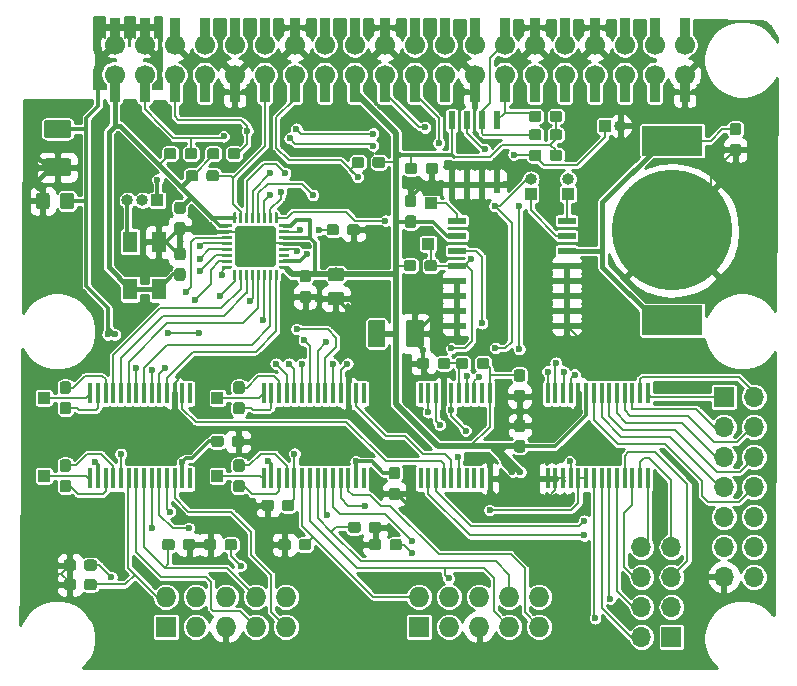
<source format=gtl>
G04 #@! TF.GenerationSoftware,KiCad,Pcbnew,(5.1.0-rc1-139-g5a414a74d)*
G04 #@! TF.CreationDate,2019-03-28T22:17:59+00:00
G04 #@! TF.ProjectId,raspi-serial-hat,72617370-692d-4736-9572-69616c2d6861,3*
G04 #@! TF.SameCoordinates,Original*
G04 #@! TF.FileFunction,Copper,L1,Top*
G04 #@! TF.FilePolarity,Positive*
%FSLAX46Y46*%
G04 Gerber Fmt 4.6, Leading zero omitted, Abs format (unit mm)*
G04 Created by KiCad (PCBNEW (5.1.0-rc1-139-g5a414a74d)) date 2019-03-28 22:17:59*
%MOMM*%
%LPD*%
G04 APERTURE LIST*
%ADD10C,0.100000*%
%ADD11C,0.950000*%
%ADD12R,0.600000X1.550000*%
%ADD13O,1.000000X1.000000*%
%ADD14R,1.000000X1.000000*%
%ADD15C,1.500000*%
%ADD16O,1.700000X1.700000*%
%ADD17R,1.700000X1.700000*%
%ADD18C,10.200000*%
%ADD19R,5.100000X2.500000*%
%ADD20O,1.727200X1.727200*%
%ADD21R,1.727200X1.727200*%
%ADD22R,0.450000X1.750000*%
%ADD23C,1.150000*%
%ADD24C,0.250000*%
%ADD25C,3.450000*%
%ADD26R,1.200000X1.800000*%
%ADD27R,1.500000X0.600000*%
%ADD28R,0.889000X1.680000*%
%ADD29C,1.700000*%
%ADD30C,0.600000*%
%ADD31C,0.200000*%
%ADD32C,0.300000*%
%ADD33C,0.400000*%
%ADD34C,0.500000*%
%ADD35C,0.254000*%
G04 APERTURE END LIST*
D10*
G36*
X66210779Y-71301144D02*
G01*
X66233834Y-71304563D01*
X66256443Y-71310227D01*
X66278387Y-71318079D01*
X66299457Y-71328044D01*
X66319448Y-71340026D01*
X66338168Y-71353910D01*
X66355438Y-71369562D01*
X66371090Y-71386832D01*
X66384974Y-71405552D01*
X66396956Y-71425543D01*
X66406921Y-71446613D01*
X66414773Y-71468557D01*
X66420437Y-71491166D01*
X66423856Y-71514221D01*
X66425000Y-71537500D01*
X66425000Y-72112500D01*
X66423856Y-72135779D01*
X66420437Y-72158834D01*
X66414773Y-72181443D01*
X66406921Y-72203387D01*
X66396956Y-72224457D01*
X66384974Y-72244448D01*
X66371090Y-72263168D01*
X66355438Y-72280438D01*
X66338168Y-72296090D01*
X66319448Y-72309974D01*
X66299457Y-72321956D01*
X66278387Y-72331921D01*
X66256443Y-72339773D01*
X66233834Y-72345437D01*
X66210779Y-72348856D01*
X66187500Y-72350000D01*
X65712500Y-72350000D01*
X65689221Y-72348856D01*
X65666166Y-72345437D01*
X65643557Y-72339773D01*
X65621613Y-72331921D01*
X65600543Y-72321956D01*
X65580552Y-72309974D01*
X65561832Y-72296090D01*
X65544562Y-72280438D01*
X65528910Y-72263168D01*
X65515026Y-72244448D01*
X65503044Y-72224457D01*
X65493079Y-72203387D01*
X65485227Y-72181443D01*
X65479563Y-72158834D01*
X65476144Y-72135779D01*
X65475000Y-72112500D01*
X65475000Y-71537500D01*
X65476144Y-71514221D01*
X65479563Y-71491166D01*
X65485227Y-71468557D01*
X65493079Y-71446613D01*
X65503044Y-71425543D01*
X65515026Y-71405552D01*
X65528910Y-71386832D01*
X65544562Y-71369562D01*
X65561832Y-71353910D01*
X65580552Y-71340026D01*
X65600543Y-71328044D01*
X65621613Y-71318079D01*
X65643557Y-71310227D01*
X65666166Y-71304563D01*
X65689221Y-71301144D01*
X65712500Y-71300000D01*
X66187500Y-71300000D01*
X66210779Y-71301144D01*
X66210779Y-71301144D01*
G37*
D11*
X65950000Y-71825000D03*
D10*
G36*
X66210779Y-69551144D02*
G01*
X66233834Y-69554563D01*
X66256443Y-69560227D01*
X66278387Y-69568079D01*
X66299457Y-69578044D01*
X66319448Y-69590026D01*
X66338168Y-69603910D01*
X66355438Y-69619562D01*
X66371090Y-69636832D01*
X66384974Y-69655552D01*
X66396956Y-69675543D01*
X66406921Y-69696613D01*
X66414773Y-69718557D01*
X66420437Y-69741166D01*
X66423856Y-69764221D01*
X66425000Y-69787500D01*
X66425000Y-70362500D01*
X66423856Y-70385779D01*
X66420437Y-70408834D01*
X66414773Y-70431443D01*
X66406921Y-70453387D01*
X66396956Y-70474457D01*
X66384974Y-70494448D01*
X66371090Y-70513168D01*
X66355438Y-70530438D01*
X66338168Y-70546090D01*
X66319448Y-70559974D01*
X66299457Y-70571956D01*
X66278387Y-70581921D01*
X66256443Y-70589773D01*
X66233834Y-70595437D01*
X66210779Y-70598856D01*
X66187500Y-70600000D01*
X65712500Y-70600000D01*
X65689221Y-70598856D01*
X65666166Y-70595437D01*
X65643557Y-70589773D01*
X65621613Y-70581921D01*
X65600543Y-70571956D01*
X65580552Y-70559974D01*
X65561832Y-70546090D01*
X65544562Y-70530438D01*
X65528910Y-70513168D01*
X65515026Y-70494448D01*
X65503044Y-70474457D01*
X65493079Y-70453387D01*
X65485227Y-70431443D01*
X65479563Y-70408834D01*
X65476144Y-70385779D01*
X65475000Y-70362500D01*
X65475000Y-69787500D01*
X65476144Y-69764221D01*
X65479563Y-69741166D01*
X65485227Y-69718557D01*
X65493079Y-69696613D01*
X65503044Y-69675543D01*
X65515026Y-69655552D01*
X65528910Y-69636832D01*
X65544562Y-69619562D01*
X65561832Y-69603910D01*
X65580552Y-69590026D01*
X65600543Y-69578044D01*
X65621613Y-69568079D01*
X65643557Y-69560227D01*
X65666166Y-69554563D01*
X65689221Y-69551144D01*
X65712500Y-69550000D01*
X66187500Y-69550000D01*
X66210779Y-69551144D01*
X66210779Y-69551144D01*
G37*
D11*
X65950000Y-70075000D03*
D10*
G36*
X53035779Y-66901144D02*
G01*
X53058834Y-66904563D01*
X53081443Y-66910227D01*
X53103387Y-66918079D01*
X53124457Y-66928044D01*
X53144448Y-66940026D01*
X53163168Y-66953910D01*
X53180438Y-66969562D01*
X53196090Y-66986832D01*
X53209974Y-67005552D01*
X53221956Y-67025543D01*
X53231921Y-67046613D01*
X53239773Y-67068557D01*
X53245437Y-67091166D01*
X53248856Y-67114221D01*
X53250000Y-67137500D01*
X53250000Y-67612500D01*
X53248856Y-67635779D01*
X53245437Y-67658834D01*
X53239773Y-67681443D01*
X53231921Y-67703387D01*
X53221956Y-67724457D01*
X53209974Y-67744448D01*
X53196090Y-67763168D01*
X53180438Y-67780438D01*
X53163168Y-67796090D01*
X53144448Y-67809974D01*
X53124457Y-67821956D01*
X53103387Y-67831921D01*
X53081443Y-67839773D01*
X53058834Y-67845437D01*
X53035779Y-67848856D01*
X53012500Y-67850000D01*
X52437500Y-67850000D01*
X52414221Y-67848856D01*
X52391166Y-67845437D01*
X52368557Y-67839773D01*
X52346613Y-67831921D01*
X52325543Y-67821956D01*
X52305552Y-67809974D01*
X52286832Y-67796090D01*
X52269562Y-67780438D01*
X52253910Y-67763168D01*
X52240026Y-67744448D01*
X52228044Y-67724457D01*
X52218079Y-67703387D01*
X52210227Y-67681443D01*
X52204563Y-67658834D01*
X52201144Y-67635779D01*
X52200000Y-67612500D01*
X52200000Y-67137500D01*
X52201144Y-67114221D01*
X52204563Y-67091166D01*
X52210227Y-67068557D01*
X52218079Y-67046613D01*
X52228044Y-67025543D01*
X52240026Y-67005552D01*
X52253910Y-66986832D01*
X52269562Y-66969562D01*
X52286832Y-66953910D01*
X52305552Y-66940026D01*
X52325543Y-66928044D01*
X52346613Y-66918079D01*
X52368557Y-66910227D01*
X52391166Y-66904563D01*
X52414221Y-66901144D01*
X52437500Y-66900000D01*
X53012500Y-66900000D01*
X53035779Y-66901144D01*
X53035779Y-66901144D01*
G37*
D11*
X52725000Y-67375000D03*
D10*
G36*
X51285779Y-66901144D02*
G01*
X51308834Y-66904563D01*
X51331443Y-66910227D01*
X51353387Y-66918079D01*
X51374457Y-66928044D01*
X51394448Y-66940026D01*
X51413168Y-66953910D01*
X51430438Y-66969562D01*
X51446090Y-66986832D01*
X51459974Y-67005552D01*
X51471956Y-67025543D01*
X51481921Y-67046613D01*
X51489773Y-67068557D01*
X51495437Y-67091166D01*
X51498856Y-67114221D01*
X51500000Y-67137500D01*
X51500000Y-67612500D01*
X51498856Y-67635779D01*
X51495437Y-67658834D01*
X51489773Y-67681443D01*
X51481921Y-67703387D01*
X51471956Y-67724457D01*
X51459974Y-67744448D01*
X51446090Y-67763168D01*
X51430438Y-67780438D01*
X51413168Y-67796090D01*
X51394448Y-67809974D01*
X51374457Y-67821956D01*
X51353387Y-67831921D01*
X51331443Y-67839773D01*
X51308834Y-67845437D01*
X51285779Y-67848856D01*
X51262500Y-67850000D01*
X50687500Y-67850000D01*
X50664221Y-67848856D01*
X50641166Y-67845437D01*
X50618557Y-67839773D01*
X50596613Y-67831921D01*
X50575543Y-67821956D01*
X50555552Y-67809974D01*
X50536832Y-67796090D01*
X50519562Y-67780438D01*
X50503910Y-67763168D01*
X50490026Y-67744448D01*
X50478044Y-67724457D01*
X50468079Y-67703387D01*
X50460227Y-67681443D01*
X50454563Y-67658834D01*
X50451144Y-67635779D01*
X50450000Y-67612500D01*
X50450000Y-67137500D01*
X50451144Y-67114221D01*
X50454563Y-67091166D01*
X50460227Y-67068557D01*
X50468079Y-67046613D01*
X50478044Y-67025543D01*
X50490026Y-67005552D01*
X50503910Y-66986832D01*
X50519562Y-66969562D01*
X50536832Y-66953910D01*
X50555552Y-66940026D01*
X50575543Y-66928044D01*
X50596613Y-66918079D01*
X50618557Y-66910227D01*
X50641166Y-66904563D01*
X50664221Y-66901144D01*
X50687500Y-66900000D01*
X51262500Y-66900000D01*
X51285779Y-66901144D01*
X51285779Y-66901144D01*
G37*
D11*
X50975000Y-67375000D03*
D12*
X70820000Y-40200000D03*
X72090000Y-40200000D03*
X73360000Y-40200000D03*
X74630000Y-40200000D03*
X74630000Y-45600000D03*
X73360000Y-45600000D03*
X72090000Y-45600000D03*
X70820000Y-45600000D03*
D13*
X43360000Y-46975000D03*
X44630000Y-46975000D03*
D14*
X45900000Y-46975000D03*
D13*
X77500000Y-45180000D03*
D14*
X77500000Y-46450000D03*
D13*
X80650000Y-45180000D03*
D14*
X80650000Y-46450000D03*
D10*
G36*
X62885779Y-74176144D02*
G01*
X62908834Y-74179563D01*
X62931443Y-74185227D01*
X62953387Y-74193079D01*
X62974457Y-74203044D01*
X62994448Y-74215026D01*
X63013168Y-74228910D01*
X63030438Y-74244562D01*
X63046090Y-74261832D01*
X63059974Y-74280552D01*
X63071956Y-74300543D01*
X63081921Y-74321613D01*
X63089773Y-74343557D01*
X63095437Y-74366166D01*
X63098856Y-74389221D01*
X63100000Y-74412500D01*
X63100000Y-74887500D01*
X63098856Y-74910779D01*
X63095437Y-74933834D01*
X63089773Y-74956443D01*
X63081921Y-74978387D01*
X63071956Y-74999457D01*
X63059974Y-75019448D01*
X63046090Y-75038168D01*
X63030438Y-75055438D01*
X63013168Y-75071090D01*
X62994448Y-75084974D01*
X62974457Y-75096956D01*
X62953387Y-75106921D01*
X62931443Y-75114773D01*
X62908834Y-75120437D01*
X62885779Y-75123856D01*
X62862500Y-75125000D01*
X62287500Y-75125000D01*
X62264221Y-75123856D01*
X62241166Y-75120437D01*
X62218557Y-75114773D01*
X62196613Y-75106921D01*
X62175543Y-75096956D01*
X62155552Y-75084974D01*
X62136832Y-75071090D01*
X62119562Y-75055438D01*
X62103910Y-75038168D01*
X62090026Y-75019448D01*
X62078044Y-74999457D01*
X62068079Y-74978387D01*
X62060227Y-74956443D01*
X62054563Y-74933834D01*
X62051144Y-74910779D01*
X62050000Y-74887500D01*
X62050000Y-74412500D01*
X62051144Y-74389221D01*
X62054563Y-74366166D01*
X62060227Y-74343557D01*
X62068079Y-74321613D01*
X62078044Y-74300543D01*
X62090026Y-74280552D01*
X62103910Y-74261832D01*
X62119562Y-74244562D01*
X62136832Y-74228910D01*
X62155552Y-74215026D01*
X62175543Y-74203044D01*
X62196613Y-74193079D01*
X62218557Y-74185227D01*
X62241166Y-74179563D01*
X62264221Y-74176144D01*
X62287500Y-74175000D01*
X62862500Y-74175000D01*
X62885779Y-74176144D01*
X62885779Y-74176144D01*
G37*
D11*
X62575000Y-74650000D03*
D10*
G36*
X64635779Y-74176144D02*
G01*
X64658834Y-74179563D01*
X64681443Y-74185227D01*
X64703387Y-74193079D01*
X64724457Y-74203044D01*
X64744448Y-74215026D01*
X64763168Y-74228910D01*
X64780438Y-74244562D01*
X64796090Y-74261832D01*
X64809974Y-74280552D01*
X64821956Y-74300543D01*
X64831921Y-74321613D01*
X64839773Y-74343557D01*
X64845437Y-74366166D01*
X64848856Y-74389221D01*
X64850000Y-74412500D01*
X64850000Y-74887500D01*
X64848856Y-74910779D01*
X64845437Y-74933834D01*
X64839773Y-74956443D01*
X64831921Y-74978387D01*
X64821956Y-74999457D01*
X64809974Y-75019448D01*
X64796090Y-75038168D01*
X64780438Y-75055438D01*
X64763168Y-75071090D01*
X64744448Y-75084974D01*
X64724457Y-75096956D01*
X64703387Y-75106921D01*
X64681443Y-75114773D01*
X64658834Y-75120437D01*
X64635779Y-75123856D01*
X64612500Y-75125000D01*
X64037500Y-75125000D01*
X64014221Y-75123856D01*
X63991166Y-75120437D01*
X63968557Y-75114773D01*
X63946613Y-75106921D01*
X63925543Y-75096956D01*
X63905552Y-75084974D01*
X63886832Y-75071090D01*
X63869562Y-75055438D01*
X63853910Y-75038168D01*
X63840026Y-75019448D01*
X63828044Y-74999457D01*
X63818079Y-74978387D01*
X63810227Y-74956443D01*
X63804563Y-74933834D01*
X63801144Y-74910779D01*
X63800000Y-74887500D01*
X63800000Y-74412500D01*
X63801144Y-74389221D01*
X63804563Y-74366166D01*
X63810227Y-74343557D01*
X63818079Y-74321613D01*
X63828044Y-74300543D01*
X63840026Y-74280552D01*
X63853910Y-74261832D01*
X63869562Y-74244562D01*
X63886832Y-74228910D01*
X63905552Y-74215026D01*
X63925543Y-74203044D01*
X63946613Y-74193079D01*
X63968557Y-74185227D01*
X63991166Y-74179563D01*
X64014221Y-74176144D01*
X64037500Y-74175000D01*
X64612500Y-74175000D01*
X64635779Y-74176144D01*
X64635779Y-74176144D01*
G37*
D11*
X64325000Y-74650000D03*
D10*
G36*
X47135779Y-75651144D02*
G01*
X47158834Y-75654563D01*
X47181443Y-75660227D01*
X47203387Y-75668079D01*
X47224457Y-75678044D01*
X47244448Y-75690026D01*
X47263168Y-75703910D01*
X47280438Y-75719562D01*
X47296090Y-75736832D01*
X47309974Y-75755552D01*
X47321956Y-75775543D01*
X47331921Y-75796613D01*
X47339773Y-75818557D01*
X47345437Y-75841166D01*
X47348856Y-75864221D01*
X47350000Y-75887500D01*
X47350000Y-76362500D01*
X47348856Y-76385779D01*
X47345437Y-76408834D01*
X47339773Y-76431443D01*
X47331921Y-76453387D01*
X47321956Y-76474457D01*
X47309974Y-76494448D01*
X47296090Y-76513168D01*
X47280438Y-76530438D01*
X47263168Y-76546090D01*
X47244448Y-76559974D01*
X47224457Y-76571956D01*
X47203387Y-76581921D01*
X47181443Y-76589773D01*
X47158834Y-76595437D01*
X47135779Y-76598856D01*
X47112500Y-76600000D01*
X46537500Y-76600000D01*
X46514221Y-76598856D01*
X46491166Y-76595437D01*
X46468557Y-76589773D01*
X46446613Y-76581921D01*
X46425543Y-76571956D01*
X46405552Y-76559974D01*
X46386832Y-76546090D01*
X46369562Y-76530438D01*
X46353910Y-76513168D01*
X46340026Y-76494448D01*
X46328044Y-76474457D01*
X46318079Y-76453387D01*
X46310227Y-76431443D01*
X46304563Y-76408834D01*
X46301144Y-76385779D01*
X46300000Y-76362500D01*
X46300000Y-75887500D01*
X46301144Y-75864221D01*
X46304563Y-75841166D01*
X46310227Y-75818557D01*
X46318079Y-75796613D01*
X46328044Y-75775543D01*
X46340026Y-75755552D01*
X46353910Y-75736832D01*
X46369562Y-75719562D01*
X46386832Y-75703910D01*
X46405552Y-75690026D01*
X46425543Y-75678044D01*
X46446613Y-75668079D01*
X46468557Y-75660227D01*
X46491166Y-75654563D01*
X46514221Y-75651144D01*
X46537500Y-75650000D01*
X47112500Y-75650000D01*
X47135779Y-75651144D01*
X47135779Y-75651144D01*
G37*
D11*
X46825000Y-76125000D03*
D10*
G36*
X48885779Y-75651144D02*
G01*
X48908834Y-75654563D01*
X48931443Y-75660227D01*
X48953387Y-75668079D01*
X48974457Y-75678044D01*
X48994448Y-75690026D01*
X49013168Y-75703910D01*
X49030438Y-75719562D01*
X49046090Y-75736832D01*
X49059974Y-75755552D01*
X49071956Y-75775543D01*
X49081921Y-75796613D01*
X49089773Y-75818557D01*
X49095437Y-75841166D01*
X49098856Y-75864221D01*
X49100000Y-75887500D01*
X49100000Y-76362500D01*
X49098856Y-76385779D01*
X49095437Y-76408834D01*
X49089773Y-76431443D01*
X49081921Y-76453387D01*
X49071956Y-76474457D01*
X49059974Y-76494448D01*
X49046090Y-76513168D01*
X49030438Y-76530438D01*
X49013168Y-76546090D01*
X48994448Y-76559974D01*
X48974457Y-76571956D01*
X48953387Y-76581921D01*
X48931443Y-76589773D01*
X48908834Y-76595437D01*
X48885779Y-76598856D01*
X48862500Y-76600000D01*
X48287500Y-76600000D01*
X48264221Y-76598856D01*
X48241166Y-76595437D01*
X48218557Y-76589773D01*
X48196613Y-76581921D01*
X48175543Y-76571956D01*
X48155552Y-76559974D01*
X48136832Y-76546090D01*
X48119562Y-76530438D01*
X48103910Y-76513168D01*
X48090026Y-76494448D01*
X48078044Y-76474457D01*
X48068079Y-76453387D01*
X48060227Y-76431443D01*
X48054563Y-76408834D01*
X48051144Y-76385779D01*
X48050000Y-76362500D01*
X48050000Y-75887500D01*
X48051144Y-75864221D01*
X48054563Y-75841166D01*
X48060227Y-75818557D01*
X48068079Y-75796613D01*
X48078044Y-75775543D01*
X48090026Y-75755552D01*
X48103910Y-75736832D01*
X48119562Y-75719562D01*
X48136832Y-75703910D01*
X48155552Y-75690026D01*
X48175543Y-75678044D01*
X48196613Y-75668079D01*
X48218557Y-75660227D01*
X48241166Y-75654563D01*
X48264221Y-75651144D01*
X48287500Y-75650000D01*
X48862500Y-75650000D01*
X48885779Y-75651144D01*
X48885779Y-75651144D01*
G37*
D11*
X48575000Y-76125000D03*
D10*
G36*
X66385779Y-75651144D02*
G01*
X66408834Y-75654563D01*
X66431443Y-75660227D01*
X66453387Y-75668079D01*
X66474457Y-75678044D01*
X66494448Y-75690026D01*
X66513168Y-75703910D01*
X66530438Y-75719562D01*
X66546090Y-75736832D01*
X66559974Y-75755552D01*
X66571956Y-75775543D01*
X66581921Y-75796613D01*
X66589773Y-75818557D01*
X66595437Y-75841166D01*
X66598856Y-75864221D01*
X66600000Y-75887500D01*
X66600000Y-76362500D01*
X66598856Y-76385779D01*
X66595437Y-76408834D01*
X66589773Y-76431443D01*
X66581921Y-76453387D01*
X66571956Y-76474457D01*
X66559974Y-76494448D01*
X66546090Y-76513168D01*
X66530438Y-76530438D01*
X66513168Y-76546090D01*
X66494448Y-76559974D01*
X66474457Y-76571956D01*
X66453387Y-76581921D01*
X66431443Y-76589773D01*
X66408834Y-76595437D01*
X66385779Y-76598856D01*
X66362500Y-76600000D01*
X65787500Y-76600000D01*
X65764221Y-76598856D01*
X65741166Y-76595437D01*
X65718557Y-76589773D01*
X65696613Y-76581921D01*
X65675543Y-76571956D01*
X65655552Y-76559974D01*
X65636832Y-76546090D01*
X65619562Y-76530438D01*
X65603910Y-76513168D01*
X65590026Y-76494448D01*
X65578044Y-76474457D01*
X65568079Y-76453387D01*
X65560227Y-76431443D01*
X65554563Y-76408834D01*
X65551144Y-76385779D01*
X65550000Y-76362500D01*
X65550000Y-75887500D01*
X65551144Y-75864221D01*
X65554563Y-75841166D01*
X65560227Y-75818557D01*
X65568079Y-75796613D01*
X65578044Y-75775543D01*
X65590026Y-75755552D01*
X65603910Y-75736832D01*
X65619562Y-75719562D01*
X65636832Y-75703910D01*
X65655552Y-75690026D01*
X65675543Y-75678044D01*
X65696613Y-75668079D01*
X65718557Y-75660227D01*
X65741166Y-75654563D01*
X65764221Y-75651144D01*
X65787500Y-75650000D01*
X66362500Y-75650000D01*
X66385779Y-75651144D01*
X66385779Y-75651144D01*
G37*
D11*
X66075000Y-76125000D03*
D10*
G36*
X64635779Y-75651144D02*
G01*
X64658834Y-75654563D01*
X64681443Y-75660227D01*
X64703387Y-75668079D01*
X64724457Y-75678044D01*
X64744448Y-75690026D01*
X64763168Y-75703910D01*
X64780438Y-75719562D01*
X64796090Y-75736832D01*
X64809974Y-75755552D01*
X64821956Y-75775543D01*
X64831921Y-75796613D01*
X64839773Y-75818557D01*
X64845437Y-75841166D01*
X64848856Y-75864221D01*
X64850000Y-75887500D01*
X64850000Y-76362500D01*
X64848856Y-76385779D01*
X64845437Y-76408834D01*
X64839773Y-76431443D01*
X64831921Y-76453387D01*
X64821956Y-76474457D01*
X64809974Y-76494448D01*
X64796090Y-76513168D01*
X64780438Y-76530438D01*
X64763168Y-76546090D01*
X64744448Y-76559974D01*
X64724457Y-76571956D01*
X64703387Y-76581921D01*
X64681443Y-76589773D01*
X64658834Y-76595437D01*
X64635779Y-76598856D01*
X64612500Y-76600000D01*
X64037500Y-76600000D01*
X64014221Y-76598856D01*
X63991166Y-76595437D01*
X63968557Y-76589773D01*
X63946613Y-76581921D01*
X63925543Y-76571956D01*
X63905552Y-76559974D01*
X63886832Y-76546090D01*
X63869562Y-76530438D01*
X63853910Y-76513168D01*
X63840026Y-76494448D01*
X63828044Y-76474457D01*
X63818079Y-76453387D01*
X63810227Y-76431443D01*
X63804563Y-76408834D01*
X63801144Y-76385779D01*
X63800000Y-76362500D01*
X63800000Y-75887500D01*
X63801144Y-75864221D01*
X63804563Y-75841166D01*
X63810227Y-75818557D01*
X63818079Y-75796613D01*
X63828044Y-75775543D01*
X63840026Y-75755552D01*
X63853910Y-75736832D01*
X63869562Y-75719562D01*
X63886832Y-75703910D01*
X63905552Y-75690026D01*
X63925543Y-75678044D01*
X63946613Y-75668079D01*
X63968557Y-75660227D01*
X63991166Y-75654563D01*
X64014221Y-75651144D01*
X64037500Y-75650000D01*
X64612500Y-75650000D01*
X64635779Y-75651144D01*
X64635779Y-75651144D01*
G37*
D11*
X64325000Y-76125000D03*
D10*
G36*
X52410779Y-75651144D02*
G01*
X52433834Y-75654563D01*
X52456443Y-75660227D01*
X52478387Y-75668079D01*
X52499457Y-75678044D01*
X52519448Y-75690026D01*
X52538168Y-75703910D01*
X52555438Y-75719562D01*
X52571090Y-75736832D01*
X52584974Y-75755552D01*
X52596956Y-75775543D01*
X52606921Y-75796613D01*
X52614773Y-75818557D01*
X52620437Y-75841166D01*
X52623856Y-75864221D01*
X52625000Y-75887500D01*
X52625000Y-76362500D01*
X52623856Y-76385779D01*
X52620437Y-76408834D01*
X52614773Y-76431443D01*
X52606921Y-76453387D01*
X52596956Y-76474457D01*
X52584974Y-76494448D01*
X52571090Y-76513168D01*
X52555438Y-76530438D01*
X52538168Y-76546090D01*
X52519448Y-76559974D01*
X52499457Y-76571956D01*
X52478387Y-76581921D01*
X52456443Y-76589773D01*
X52433834Y-76595437D01*
X52410779Y-76598856D01*
X52387500Y-76600000D01*
X51812500Y-76600000D01*
X51789221Y-76598856D01*
X51766166Y-76595437D01*
X51743557Y-76589773D01*
X51721613Y-76581921D01*
X51700543Y-76571956D01*
X51680552Y-76559974D01*
X51661832Y-76546090D01*
X51644562Y-76530438D01*
X51628910Y-76513168D01*
X51615026Y-76494448D01*
X51603044Y-76474457D01*
X51593079Y-76453387D01*
X51585227Y-76431443D01*
X51579563Y-76408834D01*
X51576144Y-76385779D01*
X51575000Y-76362500D01*
X51575000Y-75887500D01*
X51576144Y-75864221D01*
X51579563Y-75841166D01*
X51585227Y-75818557D01*
X51593079Y-75796613D01*
X51603044Y-75775543D01*
X51615026Y-75755552D01*
X51628910Y-75736832D01*
X51644562Y-75719562D01*
X51661832Y-75703910D01*
X51680552Y-75690026D01*
X51700543Y-75678044D01*
X51721613Y-75668079D01*
X51743557Y-75660227D01*
X51766166Y-75654563D01*
X51789221Y-75651144D01*
X51812500Y-75650000D01*
X52387500Y-75650000D01*
X52410779Y-75651144D01*
X52410779Y-75651144D01*
G37*
D11*
X52100000Y-76125000D03*
D10*
G36*
X50660779Y-75651144D02*
G01*
X50683834Y-75654563D01*
X50706443Y-75660227D01*
X50728387Y-75668079D01*
X50749457Y-75678044D01*
X50769448Y-75690026D01*
X50788168Y-75703910D01*
X50805438Y-75719562D01*
X50821090Y-75736832D01*
X50834974Y-75755552D01*
X50846956Y-75775543D01*
X50856921Y-75796613D01*
X50864773Y-75818557D01*
X50870437Y-75841166D01*
X50873856Y-75864221D01*
X50875000Y-75887500D01*
X50875000Y-76362500D01*
X50873856Y-76385779D01*
X50870437Y-76408834D01*
X50864773Y-76431443D01*
X50856921Y-76453387D01*
X50846956Y-76474457D01*
X50834974Y-76494448D01*
X50821090Y-76513168D01*
X50805438Y-76530438D01*
X50788168Y-76546090D01*
X50769448Y-76559974D01*
X50749457Y-76571956D01*
X50728387Y-76581921D01*
X50706443Y-76589773D01*
X50683834Y-76595437D01*
X50660779Y-76598856D01*
X50637500Y-76600000D01*
X50062500Y-76600000D01*
X50039221Y-76598856D01*
X50016166Y-76595437D01*
X49993557Y-76589773D01*
X49971613Y-76581921D01*
X49950543Y-76571956D01*
X49930552Y-76559974D01*
X49911832Y-76546090D01*
X49894562Y-76530438D01*
X49878910Y-76513168D01*
X49865026Y-76494448D01*
X49853044Y-76474457D01*
X49843079Y-76453387D01*
X49835227Y-76431443D01*
X49829563Y-76408834D01*
X49826144Y-76385779D01*
X49825000Y-76362500D01*
X49825000Y-75887500D01*
X49826144Y-75864221D01*
X49829563Y-75841166D01*
X49835227Y-75818557D01*
X49843079Y-75796613D01*
X49853044Y-75775543D01*
X49865026Y-75755552D01*
X49878910Y-75736832D01*
X49894562Y-75719562D01*
X49911832Y-75703910D01*
X49930552Y-75690026D01*
X49950543Y-75678044D01*
X49971613Y-75668079D01*
X49993557Y-75660227D01*
X50016166Y-75654563D01*
X50039221Y-75651144D01*
X50062500Y-75650000D01*
X50637500Y-75650000D01*
X50660779Y-75651144D01*
X50660779Y-75651144D01*
G37*
D11*
X50350000Y-76125000D03*
D10*
G36*
X58710779Y-75651144D02*
G01*
X58733834Y-75654563D01*
X58756443Y-75660227D01*
X58778387Y-75668079D01*
X58799457Y-75678044D01*
X58819448Y-75690026D01*
X58838168Y-75703910D01*
X58855438Y-75719562D01*
X58871090Y-75736832D01*
X58884974Y-75755552D01*
X58896956Y-75775543D01*
X58906921Y-75796613D01*
X58914773Y-75818557D01*
X58920437Y-75841166D01*
X58923856Y-75864221D01*
X58925000Y-75887500D01*
X58925000Y-76362500D01*
X58923856Y-76385779D01*
X58920437Y-76408834D01*
X58914773Y-76431443D01*
X58906921Y-76453387D01*
X58896956Y-76474457D01*
X58884974Y-76494448D01*
X58871090Y-76513168D01*
X58855438Y-76530438D01*
X58838168Y-76546090D01*
X58819448Y-76559974D01*
X58799457Y-76571956D01*
X58778387Y-76581921D01*
X58756443Y-76589773D01*
X58733834Y-76595437D01*
X58710779Y-76598856D01*
X58687500Y-76600000D01*
X58112500Y-76600000D01*
X58089221Y-76598856D01*
X58066166Y-76595437D01*
X58043557Y-76589773D01*
X58021613Y-76581921D01*
X58000543Y-76571956D01*
X57980552Y-76559974D01*
X57961832Y-76546090D01*
X57944562Y-76530438D01*
X57928910Y-76513168D01*
X57915026Y-76494448D01*
X57903044Y-76474457D01*
X57893079Y-76453387D01*
X57885227Y-76431443D01*
X57879563Y-76408834D01*
X57876144Y-76385779D01*
X57875000Y-76362500D01*
X57875000Y-75887500D01*
X57876144Y-75864221D01*
X57879563Y-75841166D01*
X57885227Y-75818557D01*
X57893079Y-75796613D01*
X57903044Y-75775543D01*
X57915026Y-75755552D01*
X57928910Y-75736832D01*
X57944562Y-75719562D01*
X57961832Y-75703910D01*
X57980552Y-75690026D01*
X58000543Y-75678044D01*
X58021613Y-75668079D01*
X58043557Y-75660227D01*
X58066166Y-75654563D01*
X58089221Y-75651144D01*
X58112500Y-75650000D01*
X58687500Y-75650000D01*
X58710779Y-75651144D01*
X58710779Y-75651144D01*
G37*
D11*
X58400000Y-76125000D03*
D10*
G36*
X56960779Y-75651144D02*
G01*
X56983834Y-75654563D01*
X57006443Y-75660227D01*
X57028387Y-75668079D01*
X57049457Y-75678044D01*
X57069448Y-75690026D01*
X57088168Y-75703910D01*
X57105438Y-75719562D01*
X57121090Y-75736832D01*
X57134974Y-75755552D01*
X57146956Y-75775543D01*
X57156921Y-75796613D01*
X57164773Y-75818557D01*
X57170437Y-75841166D01*
X57173856Y-75864221D01*
X57175000Y-75887500D01*
X57175000Y-76362500D01*
X57173856Y-76385779D01*
X57170437Y-76408834D01*
X57164773Y-76431443D01*
X57156921Y-76453387D01*
X57146956Y-76474457D01*
X57134974Y-76494448D01*
X57121090Y-76513168D01*
X57105438Y-76530438D01*
X57088168Y-76546090D01*
X57069448Y-76559974D01*
X57049457Y-76571956D01*
X57028387Y-76581921D01*
X57006443Y-76589773D01*
X56983834Y-76595437D01*
X56960779Y-76598856D01*
X56937500Y-76600000D01*
X56362500Y-76600000D01*
X56339221Y-76598856D01*
X56316166Y-76595437D01*
X56293557Y-76589773D01*
X56271613Y-76581921D01*
X56250543Y-76571956D01*
X56230552Y-76559974D01*
X56211832Y-76546090D01*
X56194562Y-76530438D01*
X56178910Y-76513168D01*
X56165026Y-76494448D01*
X56153044Y-76474457D01*
X56143079Y-76453387D01*
X56135227Y-76431443D01*
X56129563Y-76408834D01*
X56126144Y-76385779D01*
X56125000Y-76362500D01*
X56125000Y-75887500D01*
X56126144Y-75864221D01*
X56129563Y-75841166D01*
X56135227Y-75818557D01*
X56143079Y-75796613D01*
X56153044Y-75775543D01*
X56165026Y-75755552D01*
X56178910Y-75736832D01*
X56194562Y-75719562D01*
X56211832Y-75703910D01*
X56230552Y-75690026D01*
X56250543Y-75678044D01*
X56271613Y-75668079D01*
X56293557Y-75660227D01*
X56316166Y-75654563D01*
X56339221Y-75651144D01*
X56362500Y-75650000D01*
X56937500Y-75650000D01*
X56960779Y-75651144D01*
X56960779Y-75651144D01*
G37*
D11*
X56650000Y-76125000D03*
D10*
G36*
X40535779Y-79026144D02*
G01*
X40558834Y-79029563D01*
X40581443Y-79035227D01*
X40603387Y-79043079D01*
X40624457Y-79053044D01*
X40644448Y-79065026D01*
X40663168Y-79078910D01*
X40680438Y-79094562D01*
X40696090Y-79111832D01*
X40709974Y-79130552D01*
X40721956Y-79150543D01*
X40731921Y-79171613D01*
X40739773Y-79193557D01*
X40745437Y-79216166D01*
X40748856Y-79239221D01*
X40750000Y-79262500D01*
X40750000Y-79737500D01*
X40748856Y-79760779D01*
X40745437Y-79783834D01*
X40739773Y-79806443D01*
X40731921Y-79828387D01*
X40721956Y-79849457D01*
X40709974Y-79869448D01*
X40696090Y-79888168D01*
X40680438Y-79905438D01*
X40663168Y-79921090D01*
X40644448Y-79934974D01*
X40624457Y-79946956D01*
X40603387Y-79956921D01*
X40581443Y-79964773D01*
X40558834Y-79970437D01*
X40535779Y-79973856D01*
X40512500Y-79975000D01*
X39937500Y-79975000D01*
X39914221Y-79973856D01*
X39891166Y-79970437D01*
X39868557Y-79964773D01*
X39846613Y-79956921D01*
X39825543Y-79946956D01*
X39805552Y-79934974D01*
X39786832Y-79921090D01*
X39769562Y-79905438D01*
X39753910Y-79888168D01*
X39740026Y-79869448D01*
X39728044Y-79849457D01*
X39718079Y-79828387D01*
X39710227Y-79806443D01*
X39704563Y-79783834D01*
X39701144Y-79760779D01*
X39700000Y-79737500D01*
X39700000Y-79262500D01*
X39701144Y-79239221D01*
X39704563Y-79216166D01*
X39710227Y-79193557D01*
X39718079Y-79171613D01*
X39728044Y-79150543D01*
X39740026Y-79130552D01*
X39753910Y-79111832D01*
X39769562Y-79094562D01*
X39786832Y-79078910D01*
X39805552Y-79065026D01*
X39825543Y-79053044D01*
X39846613Y-79043079D01*
X39868557Y-79035227D01*
X39891166Y-79029563D01*
X39914221Y-79026144D01*
X39937500Y-79025000D01*
X40512500Y-79025000D01*
X40535779Y-79026144D01*
X40535779Y-79026144D01*
G37*
D11*
X40225000Y-79500000D03*
D10*
G36*
X38785779Y-79026144D02*
G01*
X38808834Y-79029563D01*
X38831443Y-79035227D01*
X38853387Y-79043079D01*
X38874457Y-79053044D01*
X38894448Y-79065026D01*
X38913168Y-79078910D01*
X38930438Y-79094562D01*
X38946090Y-79111832D01*
X38959974Y-79130552D01*
X38971956Y-79150543D01*
X38981921Y-79171613D01*
X38989773Y-79193557D01*
X38995437Y-79216166D01*
X38998856Y-79239221D01*
X39000000Y-79262500D01*
X39000000Y-79737500D01*
X38998856Y-79760779D01*
X38995437Y-79783834D01*
X38989773Y-79806443D01*
X38981921Y-79828387D01*
X38971956Y-79849457D01*
X38959974Y-79869448D01*
X38946090Y-79888168D01*
X38930438Y-79905438D01*
X38913168Y-79921090D01*
X38894448Y-79934974D01*
X38874457Y-79946956D01*
X38853387Y-79956921D01*
X38831443Y-79964773D01*
X38808834Y-79970437D01*
X38785779Y-79973856D01*
X38762500Y-79975000D01*
X38187500Y-79975000D01*
X38164221Y-79973856D01*
X38141166Y-79970437D01*
X38118557Y-79964773D01*
X38096613Y-79956921D01*
X38075543Y-79946956D01*
X38055552Y-79934974D01*
X38036832Y-79921090D01*
X38019562Y-79905438D01*
X38003910Y-79888168D01*
X37990026Y-79869448D01*
X37978044Y-79849457D01*
X37968079Y-79828387D01*
X37960227Y-79806443D01*
X37954563Y-79783834D01*
X37951144Y-79760779D01*
X37950000Y-79737500D01*
X37950000Y-79262500D01*
X37951144Y-79239221D01*
X37954563Y-79216166D01*
X37960227Y-79193557D01*
X37968079Y-79171613D01*
X37978044Y-79150543D01*
X37990026Y-79130552D01*
X38003910Y-79111832D01*
X38019562Y-79094562D01*
X38036832Y-79078910D01*
X38055552Y-79065026D01*
X38075543Y-79053044D01*
X38096613Y-79043079D01*
X38118557Y-79035227D01*
X38141166Y-79029563D01*
X38164221Y-79026144D01*
X38187500Y-79025000D01*
X38762500Y-79025000D01*
X38785779Y-79026144D01*
X38785779Y-79026144D01*
G37*
D11*
X38475000Y-79500000D03*
D10*
G36*
X57285779Y-72326144D02*
G01*
X57308834Y-72329563D01*
X57331443Y-72335227D01*
X57353387Y-72343079D01*
X57374457Y-72353044D01*
X57394448Y-72365026D01*
X57413168Y-72378910D01*
X57430438Y-72394562D01*
X57446090Y-72411832D01*
X57459974Y-72430552D01*
X57471956Y-72450543D01*
X57481921Y-72471613D01*
X57489773Y-72493557D01*
X57495437Y-72516166D01*
X57498856Y-72539221D01*
X57500000Y-72562500D01*
X57500000Y-73037500D01*
X57498856Y-73060779D01*
X57495437Y-73083834D01*
X57489773Y-73106443D01*
X57481921Y-73128387D01*
X57471956Y-73149457D01*
X57459974Y-73169448D01*
X57446090Y-73188168D01*
X57430438Y-73205438D01*
X57413168Y-73221090D01*
X57394448Y-73234974D01*
X57374457Y-73246956D01*
X57353387Y-73256921D01*
X57331443Y-73264773D01*
X57308834Y-73270437D01*
X57285779Y-73273856D01*
X57262500Y-73275000D01*
X56687500Y-73275000D01*
X56664221Y-73273856D01*
X56641166Y-73270437D01*
X56618557Y-73264773D01*
X56596613Y-73256921D01*
X56575543Y-73246956D01*
X56555552Y-73234974D01*
X56536832Y-73221090D01*
X56519562Y-73205438D01*
X56503910Y-73188168D01*
X56490026Y-73169448D01*
X56478044Y-73149457D01*
X56468079Y-73128387D01*
X56460227Y-73106443D01*
X56454563Y-73083834D01*
X56451144Y-73060779D01*
X56450000Y-73037500D01*
X56450000Y-72562500D01*
X56451144Y-72539221D01*
X56454563Y-72516166D01*
X56460227Y-72493557D01*
X56468079Y-72471613D01*
X56478044Y-72450543D01*
X56490026Y-72430552D01*
X56503910Y-72411832D01*
X56519562Y-72394562D01*
X56536832Y-72378910D01*
X56555552Y-72365026D01*
X56575543Y-72353044D01*
X56596613Y-72343079D01*
X56618557Y-72335227D01*
X56641166Y-72329563D01*
X56664221Y-72326144D01*
X56687500Y-72325000D01*
X57262500Y-72325000D01*
X57285779Y-72326144D01*
X57285779Y-72326144D01*
G37*
D11*
X56975000Y-72800000D03*
D10*
G36*
X55535779Y-72326144D02*
G01*
X55558834Y-72329563D01*
X55581443Y-72335227D01*
X55603387Y-72343079D01*
X55624457Y-72353044D01*
X55644448Y-72365026D01*
X55663168Y-72378910D01*
X55680438Y-72394562D01*
X55696090Y-72411832D01*
X55709974Y-72430552D01*
X55721956Y-72450543D01*
X55731921Y-72471613D01*
X55739773Y-72493557D01*
X55745437Y-72516166D01*
X55748856Y-72539221D01*
X55750000Y-72562500D01*
X55750000Y-73037500D01*
X55748856Y-73060779D01*
X55745437Y-73083834D01*
X55739773Y-73106443D01*
X55731921Y-73128387D01*
X55721956Y-73149457D01*
X55709974Y-73169448D01*
X55696090Y-73188168D01*
X55680438Y-73205438D01*
X55663168Y-73221090D01*
X55644448Y-73234974D01*
X55624457Y-73246956D01*
X55603387Y-73256921D01*
X55581443Y-73264773D01*
X55558834Y-73270437D01*
X55535779Y-73273856D01*
X55512500Y-73275000D01*
X54937500Y-73275000D01*
X54914221Y-73273856D01*
X54891166Y-73270437D01*
X54868557Y-73264773D01*
X54846613Y-73256921D01*
X54825543Y-73246956D01*
X54805552Y-73234974D01*
X54786832Y-73221090D01*
X54769562Y-73205438D01*
X54753910Y-73188168D01*
X54740026Y-73169448D01*
X54728044Y-73149457D01*
X54718079Y-73128387D01*
X54710227Y-73106443D01*
X54704563Y-73083834D01*
X54701144Y-73060779D01*
X54700000Y-73037500D01*
X54700000Y-72562500D01*
X54701144Y-72539221D01*
X54704563Y-72516166D01*
X54710227Y-72493557D01*
X54718079Y-72471613D01*
X54728044Y-72450543D01*
X54740026Y-72430552D01*
X54753910Y-72411832D01*
X54769562Y-72394562D01*
X54786832Y-72378910D01*
X54805552Y-72365026D01*
X54825543Y-72353044D01*
X54846613Y-72343079D01*
X54868557Y-72335227D01*
X54891166Y-72329563D01*
X54914221Y-72326144D01*
X54937500Y-72325000D01*
X55512500Y-72325000D01*
X55535779Y-72326144D01*
X55535779Y-72326144D01*
G37*
D11*
X55225000Y-72800000D03*
D10*
G36*
X40535779Y-77376144D02*
G01*
X40558834Y-77379563D01*
X40581443Y-77385227D01*
X40603387Y-77393079D01*
X40624457Y-77403044D01*
X40644448Y-77415026D01*
X40663168Y-77428910D01*
X40680438Y-77444562D01*
X40696090Y-77461832D01*
X40709974Y-77480552D01*
X40721956Y-77500543D01*
X40731921Y-77521613D01*
X40739773Y-77543557D01*
X40745437Y-77566166D01*
X40748856Y-77589221D01*
X40750000Y-77612500D01*
X40750000Y-78087500D01*
X40748856Y-78110779D01*
X40745437Y-78133834D01*
X40739773Y-78156443D01*
X40731921Y-78178387D01*
X40721956Y-78199457D01*
X40709974Y-78219448D01*
X40696090Y-78238168D01*
X40680438Y-78255438D01*
X40663168Y-78271090D01*
X40644448Y-78284974D01*
X40624457Y-78296956D01*
X40603387Y-78306921D01*
X40581443Y-78314773D01*
X40558834Y-78320437D01*
X40535779Y-78323856D01*
X40512500Y-78325000D01*
X39937500Y-78325000D01*
X39914221Y-78323856D01*
X39891166Y-78320437D01*
X39868557Y-78314773D01*
X39846613Y-78306921D01*
X39825543Y-78296956D01*
X39805552Y-78284974D01*
X39786832Y-78271090D01*
X39769562Y-78255438D01*
X39753910Y-78238168D01*
X39740026Y-78219448D01*
X39728044Y-78199457D01*
X39718079Y-78178387D01*
X39710227Y-78156443D01*
X39704563Y-78133834D01*
X39701144Y-78110779D01*
X39700000Y-78087500D01*
X39700000Y-77612500D01*
X39701144Y-77589221D01*
X39704563Y-77566166D01*
X39710227Y-77543557D01*
X39718079Y-77521613D01*
X39728044Y-77500543D01*
X39740026Y-77480552D01*
X39753910Y-77461832D01*
X39769562Y-77444562D01*
X39786832Y-77428910D01*
X39805552Y-77415026D01*
X39825543Y-77403044D01*
X39846613Y-77393079D01*
X39868557Y-77385227D01*
X39891166Y-77379563D01*
X39914221Y-77376144D01*
X39937500Y-77375000D01*
X40512500Y-77375000D01*
X40535779Y-77376144D01*
X40535779Y-77376144D01*
G37*
D11*
X40225000Y-77850000D03*
D10*
G36*
X38785779Y-77376144D02*
G01*
X38808834Y-77379563D01*
X38831443Y-77385227D01*
X38853387Y-77393079D01*
X38874457Y-77403044D01*
X38894448Y-77415026D01*
X38913168Y-77428910D01*
X38930438Y-77444562D01*
X38946090Y-77461832D01*
X38959974Y-77480552D01*
X38971956Y-77500543D01*
X38981921Y-77521613D01*
X38989773Y-77543557D01*
X38995437Y-77566166D01*
X38998856Y-77589221D01*
X39000000Y-77612500D01*
X39000000Y-78087500D01*
X38998856Y-78110779D01*
X38995437Y-78133834D01*
X38989773Y-78156443D01*
X38981921Y-78178387D01*
X38971956Y-78199457D01*
X38959974Y-78219448D01*
X38946090Y-78238168D01*
X38930438Y-78255438D01*
X38913168Y-78271090D01*
X38894448Y-78284974D01*
X38874457Y-78296956D01*
X38853387Y-78306921D01*
X38831443Y-78314773D01*
X38808834Y-78320437D01*
X38785779Y-78323856D01*
X38762500Y-78325000D01*
X38187500Y-78325000D01*
X38164221Y-78323856D01*
X38141166Y-78320437D01*
X38118557Y-78314773D01*
X38096613Y-78306921D01*
X38075543Y-78296956D01*
X38055552Y-78284974D01*
X38036832Y-78271090D01*
X38019562Y-78255438D01*
X38003910Y-78238168D01*
X37990026Y-78219448D01*
X37978044Y-78199457D01*
X37968079Y-78178387D01*
X37960227Y-78156443D01*
X37954563Y-78133834D01*
X37951144Y-78110779D01*
X37950000Y-78087500D01*
X37950000Y-77612500D01*
X37951144Y-77589221D01*
X37954563Y-77566166D01*
X37960227Y-77543557D01*
X37968079Y-77521613D01*
X37978044Y-77500543D01*
X37990026Y-77480552D01*
X38003910Y-77461832D01*
X38019562Y-77444562D01*
X38036832Y-77428910D01*
X38055552Y-77415026D01*
X38075543Y-77403044D01*
X38096613Y-77393079D01*
X38118557Y-77385227D01*
X38141166Y-77379563D01*
X38164221Y-77376144D01*
X38187500Y-77375000D01*
X38762500Y-77375000D01*
X38785779Y-77376144D01*
X38785779Y-77376144D01*
G37*
D11*
X38475000Y-77850000D03*
D14*
X69100000Y-47225000D03*
D10*
G36*
X64935779Y-43276144D02*
G01*
X64958834Y-43279563D01*
X64981443Y-43285227D01*
X65003387Y-43293079D01*
X65024457Y-43303044D01*
X65044448Y-43315026D01*
X65063168Y-43328910D01*
X65080438Y-43344562D01*
X65096090Y-43361832D01*
X65109974Y-43380552D01*
X65121956Y-43400543D01*
X65131921Y-43421613D01*
X65139773Y-43443557D01*
X65145437Y-43466166D01*
X65148856Y-43489221D01*
X65150000Y-43512500D01*
X65150000Y-43987500D01*
X65148856Y-44010779D01*
X65145437Y-44033834D01*
X65139773Y-44056443D01*
X65131921Y-44078387D01*
X65121956Y-44099457D01*
X65109974Y-44119448D01*
X65096090Y-44138168D01*
X65080438Y-44155438D01*
X65063168Y-44171090D01*
X65044448Y-44184974D01*
X65024457Y-44196956D01*
X65003387Y-44206921D01*
X64981443Y-44214773D01*
X64958834Y-44220437D01*
X64935779Y-44223856D01*
X64912500Y-44225000D01*
X64337500Y-44225000D01*
X64314221Y-44223856D01*
X64291166Y-44220437D01*
X64268557Y-44214773D01*
X64246613Y-44206921D01*
X64225543Y-44196956D01*
X64205552Y-44184974D01*
X64186832Y-44171090D01*
X64169562Y-44155438D01*
X64153910Y-44138168D01*
X64140026Y-44119448D01*
X64128044Y-44099457D01*
X64118079Y-44078387D01*
X64110227Y-44056443D01*
X64104563Y-44033834D01*
X64101144Y-44010779D01*
X64100000Y-43987500D01*
X64100000Y-43512500D01*
X64101144Y-43489221D01*
X64104563Y-43466166D01*
X64110227Y-43443557D01*
X64118079Y-43421613D01*
X64128044Y-43400543D01*
X64140026Y-43380552D01*
X64153910Y-43361832D01*
X64169562Y-43344562D01*
X64186832Y-43328910D01*
X64205552Y-43315026D01*
X64225543Y-43303044D01*
X64246613Y-43293079D01*
X64268557Y-43285227D01*
X64291166Y-43279563D01*
X64314221Y-43276144D01*
X64337500Y-43275000D01*
X64912500Y-43275000D01*
X64935779Y-43276144D01*
X64935779Y-43276144D01*
G37*
D11*
X64625000Y-43750000D03*
D10*
G36*
X63185779Y-43276144D02*
G01*
X63208834Y-43279563D01*
X63231443Y-43285227D01*
X63253387Y-43293079D01*
X63274457Y-43303044D01*
X63294448Y-43315026D01*
X63313168Y-43328910D01*
X63330438Y-43344562D01*
X63346090Y-43361832D01*
X63359974Y-43380552D01*
X63371956Y-43400543D01*
X63381921Y-43421613D01*
X63389773Y-43443557D01*
X63395437Y-43466166D01*
X63398856Y-43489221D01*
X63400000Y-43512500D01*
X63400000Y-43987500D01*
X63398856Y-44010779D01*
X63395437Y-44033834D01*
X63389773Y-44056443D01*
X63381921Y-44078387D01*
X63371956Y-44099457D01*
X63359974Y-44119448D01*
X63346090Y-44138168D01*
X63330438Y-44155438D01*
X63313168Y-44171090D01*
X63294448Y-44184974D01*
X63274457Y-44196956D01*
X63253387Y-44206921D01*
X63231443Y-44214773D01*
X63208834Y-44220437D01*
X63185779Y-44223856D01*
X63162500Y-44225000D01*
X62587500Y-44225000D01*
X62564221Y-44223856D01*
X62541166Y-44220437D01*
X62518557Y-44214773D01*
X62496613Y-44206921D01*
X62475543Y-44196956D01*
X62455552Y-44184974D01*
X62436832Y-44171090D01*
X62419562Y-44155438D01*
X62403910Y-44138168D01*
X62390026Y-44119448D01*
X62378044Y-44099457D01*
X62368079Y-44078387D01*
X62360227Y-44056443D01*
X62354563Y-44033834D01*
X62351144Y-44010779D01*
X62350000Y-43987500D01*
X62350000Y-43512500D01*
X62351144Y-43489221D01*
X62354563Y-43466166D01*
X62360227Y-43443557D01*
X62368079Y-43421613D01*
X62378044Y-43400543D01*
X62390026Y-43380552D01*
X62403910Y-43361832D01*
X62419562Y-43344562D01*
X62436832Y-43328910D01*
X62455552Y-43315026D01*
X62475543Y-43303044D01*
X62496613Y-43293079D01*
X62518557Y-43285227D01*
X62541166Y-43279563D01*
X62564221Y-43276144D01*
X62587500Y-43275000D01*
X63162500Y-43275000D01*
X63185779Y-43276144D01*
X63185779Y-43276144D01*
G37*
D11*
X62875000Y-43750000D03*
D10*
G36*
X47285779Y-42551144D02*
G01*
X47308834Y-42554563D01*
X47331443Y-42560227D01*
X47353387Y-42568079D01*
X47374457Y-42578044D01*
X47394448Y-42590026D01*
X47413168Y-42603910D01*
X47430438Y-42619562D01*
X47446090Y-42636832D01*
X47459974Y-42655552D01*
X47471956Y-42675543D01*
X47481921Y-42696613D01*
X47489773Y-42718557D01*
X47495437Y-42741166D01*
X47498856Y-42764221D01*
X47500000Y-42787500D01*
X47500000Y-43262500D01*
X47498856Y-43285779D01*
X47495437Y-43308834D01*
X47489773Y-43331443D01*
X47481921Y-43353387D01*
X47471956Y-43374457D01*
X47459974Y-43394448D01*
X47446090Y-43413168D01*
X47430438Y-43430438D01*
X47413168Y-43446090D01*
X47394448Y-43459974D01*
X47374457Y-43471956D01*
X47353387Y-43481921D01*
X47331443Y-43489773D01*
X47308834Y-43495437D01*
X47285779Y-43498856D01*
X47262500Y-43500000D01*
X46687500Y-43500000D01*
X46664221Y-43498856D01*
X46641166Y-43495437D01*
X46618557Y-43489773D01*
X46596613Y-43481921D01*
X46575543Y-43471956D01*
X46555552Y-43459974D01*
X46536832Y-43446090D01*
X46519562Y-43430438D01*
X46503910Y-43413168D01*
X46490026Y-43394448D01*
X46478044Y-43374457D01*
X46468079Y-43353387D01*
X46460227Y-43331443D01*
X46454563Y-43308834D01*
X46451144Y-43285779D01*
X46450000Y-43262500D01*
X46450000Y-42787500D01*
X46451144Y-42764221D01*
X46454563Y-42741166D01*
X46460227Y-42718557D01*
X46468079Y-42696613D01*
X46478044Y-42675543D01*
X46490026Y-42655552D01*
X46503910Y-42636832D01*
X46519562Y-42619562D01*
X46536832Y-42603910D01*
X46555552Y-42590026D01*
X46575543Y-42578044D01*
X46596613Y-42568079D01*
X46618557Y-42560227D01*
X46641166Y-42554563D01*
X46664221Y-42551144D01*
X46687500Y-42550000D01*
X47262500Y-42550000D01*
X47285779Y-42551144D01*
X47285779Y-42551144D01*
G37*
D11*
X46975000Y-43025000D03*
D10*
G36*
X49035779Y-42551144D02*
G01*
X49058834Y-42554563D01*
X49081443Y-42560227D01*
X49103387Y-42568079D01*
X49124457Y-42578044D01*
X49144448Y-42590026D01*
X49163168Y-42603910D01*
X49180438Y-42619562D01*
X49196090Y-42636832D01*
X49209974Y-42655552D01*
X49221956Y-42675543D01*
X49231921Y-42696613D01*
X49239773Y-42718557D01*
X49245437Y-42741166D01*
X49248856Y-42764221D01*
X49250000Y-42787500D01*
X49250000Y-43262500D01*
X49248856Y-43285779D01*
X49245437Y-43308834D01*
X49239773Y-43331443D01*
X49231921Y-43353387D01*
X49221956Y-43374457D01*
X49209974Y-43394448D01*
X49196090Y-43413168D01*
X49180438Y-43430438D01*
X49163168Y-43446090D01*
X49144448Y-43459974D01*
X49124457Y-43471956D01*
X49103387Y-43481921D01*
X49081443Y-43489773D01*
X49058834Y-43495437D01*
X49035779Y-43498856D01*
X49012500Y-43500000D01*
X48437500Y-43500000D01*
X48414221Y-43498856D01*
X48391166Y-43495437D01*
X48368557Y-43489773D01*
X48346613Y-43481921D01*
X48325543Y-43471956D01*
X48305552Y-43459974D01*
X48286832Y-43446090D01*
X48269562Y-43430438D01*
X48253910Y-43413168D01*
X48240026Y-43394448D01*
X48228044Y-43374457D01*
X48218079Y-43353387D01*
X48210227Y-43331443D01*
X48204563Y-43308834D01*
X48201144Y-43285779D01*
X48200000Y-43262500D01*
X48200000Y-42787500D01*
X48201144Y-42764221D01*
X48204563Y-42741166D01*
X48210227Y-42718557D01*
X48218079Y-42696613D01*
X48228044Y-42675543D01*
X48240026Y-42655552D01*
X48253910Y-42636832D01*
X48269562Y-42619562D01*
X48286832Y-42603910D01*
X48305552Y-42590026D01*
X48325543Y-42578044D01*
X48346613Y-42568079D01*
X48368557Y-42560227D01*
X48391166Y-42554563D01*
X48414221Y-42551144D01*
X48437500Y-42550000D01*
X49012500Y-42550000D01*
X49035779Y-42551144D01*
X49035779Y-42551144D01*
G37*
D11*
X48725000Y-43025000D03*
D10*
G36*
X50935779Y-42551144D02*
G01*
X50958834Y-42554563D01*
X50981443Y-42560227D01*
X51003387Y-42568079D01*
X51024457Y-42578044D01*
X51044448Y-42590026D01*
X51063168Y-42603910D01*
X51080438Y-42619562D01*
X51096090Y-42636832D01*
X51109974Y-42655552D01*
X51121956Y-42675543D01*
X51131921Y-42696613D01*
X51139773Y-42718557D01*
X51145437Y-42741166D01*
X51148856Y-42764221D01*
X51150000Y-42787500D01*
X51150000Y-43262500D01*
X51148856Y-43285779D01*
X51145437Y-43308834D01*
X51139773Y-43331443D01*
X51131921Y-43353387D01*
X51121956Y-43374457D01*
X51109974Y-43394448D01*
X51096090Y-43413168D01*
X51080438Y-43430438D01*
X51063168Y-43446090D01*
X51044448Y-43459974D01*
X51024457Y-43471956D01*
X51003387Y-43481921D01*
X50981443Y-43489773D01*
X50958834Y-43495437D01*
X50935779Y-43498856D01*
X50912500Y-43500000D01*
X50337500Y-43500000D01*
X50314221Y-43498856D01*
X50291166Y-43495437D01*
X50268557Y-43489773D01*
X50246613Y-43481921D01*
X50225543Y-43471956D01*
X50205552Y-43459974D01*
X50186832Y-43446090D01*
X50169562Y-43430438D01*
X50153910Y-43413168D01*
X50140026Y-43394448D01*
X50128044Y-43374457D01*
X50118079Y-43353387D01*
X50110227Y-43331443D01*
X50104563Y-43308834D01*
X50101144Y-43285779D01*
X50100000Y-43262500D01*
X50100000Y-42787500D01*
X50101144Y-42764221D01*
X50104563Y-42741166D01*
X50110227Y-42718557D01*
X50118079Y-42696613D01*
X50128044Y-42675543D01*
X50140026Y-42655552D01*
X50153910Y-42636832D01*
X50169562Y-42619562D01*
X50186832Y-42603910D01*
X50205552Y-42590026D01*
X50225543Y-42578044D01*
X50246613Y-42568079D01*
X50268557Y-42560227D01*
X50291166Y-42554563D01*
X50314221Y-42551144D01*
X50337500Y-42550000D01*
X50912500Y-42550000D01*
X50935779Y-42551144D01*
X50935779Y-42551144D01*
G37*
D11*
X50625000Y-43025000D03*
D10*
G36*
X52685779Y-42551144D02*
G01*
X52708834Y-42554563D01*
X52731443Y-42560227D01*
X52753387Y-42568079D01*
X52774457Y-42578044D01*
X52794448Y-42590026D01*
X52813168Y-42603910D01*
X52830438Y-42619562D01*
X52846090Y-42636832D01*
X52859974Y-42655552D01*
X52871956Y-42675543D01*
X52881921Y-42696613D01*
X52889773Y-42718557D01*
X52895437Y-42741166D01*
X52898856Y-42764221D01*
X52900000Y-42787500D01*
X52900000Y-43262500D01*
X52898856Y-43285779D01*
X52895437Y-43308834D01*
X52889773Y-43331443D01*
X52881921Y-43353387D01*
X52871956Y-43374457D01*
X52859974Y-43394448D01*
X52846090Y-43413168D01*
X52830438Y-43430438D01*
X52813168Y-43446090D01*
X52794448Y-43459974D01*
X52774457Y-43471956D01*
X52753387Y-43481921D01*
X52731443Y-43489773D01*
X52708834Y-43495437D01*
X52685779Y-43498856D01*
X52662500Y-43500000D01*
X52087500Y-43500000D01*
X52064221Y-43498856D01*
X52041166Y-43495437D01*
X52018557Y-43489773D01*
X51996613Y-43481921D01*
X51975543Y-43471956D01*
X51955552Y-43459974D01*
X51936832Y-43446090D01*
X51919562Y-43430438D01*
X51903910Y-43413168D01*
X51890026Y-43394448D01*
X51878044Y-43374457D01*
X51868079Y-43353387D01*
X51860227Y-43331443D01*
X51854563Y-43308834D01*
X51851144Y-43285779D01*
X51850000Y-43262500D01*
X51850000Y-42787500D01*
X51851144Y-42764221D01*
X51854563Y-42741166D01*
X51860227Y-42718557D01*
X51868079Y-42696613D01*
X51878044Y-42675543D01*
X51890026Y-42655552D01*
X51903910Y-42636832D01*
X51919562Y-42619562D01*
X51936832Y-42603910D01*
X51955552Y-42590026D01*
X51975543Y-42578044D01*
X51996613Y-42568079D01*
X52018557Y-42560227D01*
X52041166Y-42554563D01*
X52064221Y-42551144D01*
X52087500Y-42550000D01*
X52662500Y-42550000D01*
X52685779Y-42551144D01*
X52685779Y-42551144D01*
G37*
D11*
X52375000Y-43025000D03*
D10*
G36*
X68224504Y-57076204D02*
G01*
X68248773Y-57079804D01*
X68272571Y-57085765D01*
X68295671Y-57094030D01*
X68317849Y-57104520D01*
X68338893Y-57117133D01*
X68358598Y-57131747D01*
X68376777Y-57148223D01*
X68393253Y-57166402D01*
X68407867Y-57186107D01*
X68420480Y-57207151D01*
X68430970Y-57229329D01*
X68439235Y-57252429D01*
X68445196Y-57276227D01*
X68448796Y-57300496D01*
X68450000Y-57325000D01*
X68450000Y-59175000D01*
X68448796Y-59199504D01*
X68445196Y-59223773D01*
X68439235Y-59247571D01*
X68430970Y-59270671D01*
X68420480Y-59292849D01*
X68407867Y-59313893D01*
X68393253Y-59333598D01*
X68376777Y-59351777D01*
X68358598Y-59368253D01*
X68338893Y-59382867D01*
X68317849Y-59395480D01*
X68295671Y-59405970D01*
X68272571Y-59414235D01*
X68248773Y-59420196D01*
X68224504Y-59423796D01*
X68200000Y-59425000D01*
X67200000Y-59425000D01*
X67175496Y-59423796D01*
X67151227Y-59420196D01*
X67127429Y-59414235D01*
X67104329Y-59405970D01*
X67082151Y-59395480D01*
X67061107Y-59382867D01*
X67041402Y-59368253D01*
X67023223Y-59351777D01*
X67006747Y-59333598D01*
X66992133Y-59313893D01*
X66979520Y-59292849D01*
X66969030Y-59270671D01*
X66960765Y-59247571D01*
X66954804Y-59223773D01*
X66951204Y-59199504D01*
X66950000Y-59175000D01*
X66950000Y-57325000D01*
X66951204Y-57300496D01*
X66954804Y-57276227D01*
X66960765Y-57252429D01*
X66969030Y-57229329D01*
X66979520Y-57207151D01*
X66992133Y-57186107D01*
X67006747Y-57166402D01*
X67023223Y-57148223D01*
X67041402Y-57131747D01*
X67061107Y-57117133D01*
X67082151Y-57104520D01*
X67104329Y-57094030D01*
X67127429Y-57085765D01*
X67151227Y-57079804D01*
X67175496Y-57076204D01*
X67200000Y-57075000D01*
X68200000Y-57075000D01*
X68224504Y-57076204D01*
X68224504Y-57076204D01*
G37*
D15*
X67700000Y-58250000D03*
D10*
G36*
X64974504Y-57076204D02*
G01*
X64998773Y-57079804D01*
X65022571Y-57085765D01*
X65045671Y-57094030D01*
X65067849Y-57104520D01*
X65088893Y-57117133D01*
X65108598Y-57131747D01*
X65126777Y-57148223D01*
X65143253Y-57166402D01*
X65157867Y-57186107D01*
X65170480Y-57207151D01*
X65180970Y-57229329D01*
X65189235Y-57252429D01*
X65195196Y-57276227D01*
X65198796Y-57300496D01*
X65200000Y-57325000D01*
X65200000Y-59175000D01*
X65198796Y-59199504D01*
X65195196Y-59223773D01*
X65189235Y-59247571D01*
X65180970Y-59270671D01*
X65170480Y-59292849D01*
X65157867Y-59313893D01*
X65143253Y-59333598D01*
X65126777Y-59351777D01*
X65108598Y-59368253D01*
X65088893Y-59382867D01*
X65067849Y-59395480D01*
X65045671Y-59405970D01*
X65022571Y-59414235D01*
X64998773Y-59420196D01*
X64974504Y-59423796D01*
X64950000Y-59425000D01*
X63950000Y-59425000D01*
X63925496Y-59423796D01*
X63901227Y-59420196D01*
X63877429Y-59414235D01*
X63854329Y-59405970D01*
X63832151Y-59395480D01*
X63811107Y-59382867D01*
X63791402Y-59368253D01*
X63773223Y-59351777D01*
X63756747Y-59333598D01*
X63742133Y-59313893D01*
X63729520Y-59292849D01*
X63719030Y-59270671D01*
X63710765Y-59247571D01*
X63704804Y-59223773D01*
X63701204Y-59199504D01*
X63700000Y-59175000D01*
X63700000Y-57325000D01*
X63701204Y-57300496D01*
X63704804Y-57276227D01*
X63710765Y-57252429D01*
X63719030Y-57229329D01*
X63729520Y-57207151D01*
X63742133Y-57186107D01*
X63756747Y-57166402D01*
X63773223Y-57148223D01*
X63791402Y-57131747D01*
X63811107Y-57117133D01*
X63832151Y-57104520D01*
X63854329Y-57094030D01*
X63877429Y-57085765D01*
X63901227Y-57079804D01*
X63925496Y-57076204D01*
X63950000Y-57075000D01*
X64950000Y-57075000D01*
X64974504Y-57076204D01*
X64974504Y-57076204D01*
G37*
D15*
X64450000Y-58250000D03*
D10*
G36*
X79935779Y-42676144D02*
G01*
X79958834Y-42679563D01*
X79981443Y-42685227D01*
X80003387Y-42693079D01*
X80024457Y-42703044D01*
X80044448Y-42715026D01*
X80063168Y-42728910D01*
X80080438Y-42744562D01*
X80096090Y-42761832D01*
X80109974Y-42780552D01*
X80121956Y-42800543D01*
X80131921Y-42821613D01*
X80139773Y-42843557D01*
X80145437Y-42866166D01*
X80148856Y-42889221D01*
X80150000Y-42912500D01*
X80150000Y-43387500D01*
X80148856Y-43410779D01*
X80145437Y-43433834D01*
X80139773Y-43456443D01*
X80131921Y-43478387D01*
X80121956Y-43499457D01*
X80109974Y-43519448D01*
X80096090Y-43538168D01*
X80080438Y-43555438D01*
X80063168Y-43571090D01*
X80044448Y-43584974D01*
X80024457Y-43596956D01*
X80003387Y-43606921D01*
X79981443Y-43614773D01*
X79958834Y-43620437D01*
X79935779Y-43623856D01*
X79912500Y-43625000D01*
X79337500Y-43625000D01*
X79314221Y-43623856D01*
X79291166Y-43620437D01*
X79268557Y-43614773D01*
X79246613Y-43606921D01*
X79225543Y-43596956D01*
X79205552Y-43584974D01*
X79186832Y-43571090D01*
X79169562Y-43555438D01*
X79153910Y-43538168D01*
X79140026Y-43519448D01*
X79128044Y-43499457D01*
X79118079Y-43478387D01*
X79110227Y-43456443D01*
X79104563Y-43433834D01*
X79101144Y-43410779D01*
X79100000Y-43387500D01*
X79100000Y-42912500D01*
X79101144Y-42889221D01*
X79104563Y-42866166D01*
X79110227Y-42843557D01*
X79118079Y-42821613D01*
X79128044Y-42800543D01*
X79140026Y-42780552D01*
X79153910Y-42761832D01*
X79169562Y-42744562D01*
X79186832Y-42728910D01*
X79205552Y-42715026D01*
X79225543Y-42703044D01*
X79246613Y-42693079D01*
X79268557Y-42685227D01*
X79291166Y-42679563D01*
X79314221Y-42676144D01*
X79337500Y-42675000D01*
X79912500Y-42675000D01*
X79935779Y-42676144D01*
X79935779Y-42676144D01*
G37*
D11*
X79625000Y-43150000D03*
D10*
G36*
X78185779Y-42676144D02*
G01*
X78208834Y-42679563D01*
X78231443Y-42685227D01*
X78253387Y-42693079D01*
X78274457Y-42703044D01*
X78294448Y-42715026D01*
X78313168Y-42728910D01*
X78330438Y-42744562D01*
X78346090Y-42761832D01*
X78359974Y-42780552D01*
X78371956Y-42800543D01*
X78381921Y-42821613D01*
X78389773Y-42843557D01*
X78395437Y-42866166D01*
X78398856Y-42889221D01*
X78400000Y-42912500D01*
X78400000Y-43387500D01*
X78398856Y-43410779D01*
X78395437Y-43433834D01*
X78389773Y-43456443D01*
X78381921Y-43478387D01*
X78371956Y-43499457D01*
X78359974Y-43519448D01*
X78346090Y-43538168D01*
X78330438Y-43555438D01*
X78313168Y-43571090D01*
X78294448Y-43584974D01*
X78274457Y-43596956D01*
X78253387Y-43606921D01*
X78231443Y-43614773D01*
X78208834Y-43620437D01*
X78185779Y-43623856D01*
X78162500Y-43625000D01*
X77587500Y-43625000D01*
X77564221Y-43623856D01*
X77541166Y-43620437D01*
X77518557Y-43614773D01*
X77496613Y-43606921D01*
X77475543Y-43596956D01*
X77455552Y-43584974D01*
X77436832Y-43571090D01*
X77419562Y-43555438D01*
X77403910Y-43538168D01*
X77390026Y-43519448D01*
X77378044Y-43499457D01*
X77368079Y-43478387D01*
X77360227Y-43456443D01*
X77354563Y-43433834D01*
X77351144Y-43410779D01*
X77350000Y-43387500D01*
X77350000Y-42912500D01*
X77351144Y-42889221D01*
X77354563Y-42866166D01*
X77360227Y-42843557D01*
X77368079Y-42821613D01*
X77378044Y-42800543D01*
X77390026Y-42780552D01*
X77403910Y-42761832D01*
X77419562Y-42744562D01*
X77436832Y-42728910D01*
X77455552Y-42715026D01*
X77475543Y-42703044D01*
X77496613Y-42693079D01*
X77518557Y-42685227D01*
X77541166Y-42679563D01*
X77564221Y-42676144D01*
X77587500Y-42675000D01*
X78162500Y-42675000D01*
X78185779Y-42676144D01*
X78185779Y-42676144D01*
G37*
D11*
X77875000Y-43150000D03*
D10*
G36*
X79935779Y-40951144D02*
G01*
X79958834Y-40954563D01*
X79981443Y-40960227D01*
X80003387Y-40968079D01*
X80024457Y-40978044D01*
X80044448Y-40990026D01*
X80063168Y-41003910D01*
X80080438Y-41019562D01*
X80096090Y-41036832D01*
X80109974Y-41055552D01*
X80121956Y-41075543D01*
X80131921Y-41096613D01*
X80139773Y-41118557D01*
X80145437Y-41141166D01*
X80148856Y-41164221D01*
X80150000Y-41187500D01*
X80150000Y-41662500D01*
X80148856Y-41685779D01*
X80145437Y-41708834D01*
X80139773Y-41731443D01*
X80131921Y-41753387D01*
X80121956Y-41774457D01*
X80109974Y-41794448D01*
X80096090Y-41813168D01*
X80080438Y-41830438D01*
X80063168Y-41846090D01*
X80044448Y-41859974D01*
X80024457Y-41871956D01*
X80003387Y-41881921D01*
X79981443Y-41889773D01*
X79958834Y-41895437D01*
X79935779Y-41898856D01*
X79912500Y-41900000D01*
X79337500Y-41900000D01*
X79314221Y-41898856D01*
X79291166Y-41895437D01*
X79268557Y-41889773D01*
X79246613Y-41881921D01*
X79225543Y-41871956D01*
X79205552Y-41859974D01*
X79186832Y-41846090D01*
X79169562Y-41830438D01*
X79153910Y-41813168D01*
X79140026Y-41794448D01*
X79128044Y-41774457D01*
X79118079Y-41753387D01*
X79110227Y-41731443D01*
X79104563Y-41708834D01*
X79101144Y-41685779D01*
X79100000Y-41662500D01*
X79100000Y-41187500D01*
X79101144Y-41164221D01*
X79104563Y-41141166D01*
X79110227Y-41118557D01*
X79118079Y-41096613D01*
X79128044Y-41075543D01*
X79140026Y-41055552D01*
X79153910Y-41036832D01*
X79169562Y-41019562D01*
X79186832Y-41003910D01*
X79205552Y-40990026D01*
X79225543Y-40978044D01*
X79246613Y-40968079D01*
X79268557Y-40960227D01*
X79291166Y-40954563D01*
X79314221Y-40951144D01*
X79337500Y-40950000D01*
X79912500Y-40950000D01*
X79935779Y-40951144D01*
X79935779Y-40951144D01*
G37*
D11*
X79625000Y-41425000D03*
D10*
G36*
X78185779Y-40951144D02*
G01*
X78208834Y-40954563D01*
X78231443Y-40960227D01*
X78253387Y-40968079D01*
X78274457Y-40978044D01*
X78294448Y-40990026D01*
X78313168Y-41003910D01*
X78330438Y-41019562D01*
X78346090Y-41036832D01*
X78359974Y-41055552D01*
X78371956Y-41075543D01*
X78381921Y-41096613D01*
X78389773Y-41118557D01*
X78395437Y-41141166D01*
X78398856Y-41164221D01*
X78400000Y-41187500D01*
X78400000Y-41662500D01*
X78398856Y-41685779D01*
X78395437Y-41708834D01*
X78389773Y-41731443D01*
X78381921Y-41753387D01*
X78371956Y-41774457D01*
X78359974Y-41794448D01*
X78346090Y-41813168D01*
X78330438Y-41830438D01*
X78313168Y-41846090D01*
X78294448Y-41859974D01*
X78274457Y-41871956D01*
X78253387Y-41881921D01*
X78231443Y-41889773D01*
X78208834Y-41895437D01*
X78185779Y-41898856D01*
X78162500Y-41900000D01*
X77587500Y-41900000D01*
X77564221Y-41898856D01*
X77541166Y-41895437D01*
X77518557Y-41889773D01*
X77496613Y-41881921D01*
X77475543Y-41871956D01*
X77455552Y-41859974D01*
X77436832Y-41846090D01*
X77419562Y-41830438D01*
X77403910Y-41813168D01*
X77390026Y-41794448D01*
X77378044Y-41774457D01*
X77368079Y-41753387D01*
X77360227Y-41731443D01*
X77354563Y-41708834D01*
X77351144Y-41685779D01*
X77350000Y-41662500D01*
X77350000Y-41187500D01*
X77351144Y-41164221D01*
X77354563Y-41141166D01*
X77360227Y-41118557D01*
X77368079Y-41096613D01*
X77378044Y-41075543D01*
X77390026Y-41055552D01*
X77403910Y-41036832D01*
X77419562Y-41019562D01*
X77436832Y-41003910D01*
X77455552Y-40990026D01*
X77475543Y-40978044D01*
X77496613Y-40968079D01*
X77518557Y-40960227D01*
X77541166Y-40954563D01*
X77564221Y-40951144D01*
X77587500Y-40950000D01*
X78162500Y-40950000D01*
X78185779Y-40951144D01*
X78185779Y-40951144D01*
G37*
D11*
X77875000Y-41425000D03*
D10*
G36*
X79935779Y-39376144D02*
G01*
X79958834Y-39379563D01*
X79981443Y-39385227D01*
X80003387Y-39393079D01*
X80024457Y-39403044D01*
X80044448Y-39415026D01*
X80063168Y-39428910D01*
X80080438Y-39444562D01*
X80096090Y-39461832D01*
X80109974Y-39480552D01*
X80121956Y-39500543D01*
X80131921Y-39521613D01*
X80139773Y-39543557D01*
X80145437Y-39566166D01*
X80148856Y-39589221D01*
X80150000Y-39612500D01*
X80150000Y-40087500D01*
X80148856Y-40110779D01*
X80145437Y-40133834D01*
X80139773Y-40156443D01*
X80131921Y-40178387D01*
X80121956Y-40199457D01*
X80109974Y-40219448D01*
X80096090Y-40238168D01*
X80080438Y-40255438D01*
X80063168Y-40271090D01*
X80044448Y-40284974D01*
X80024457Y-40296956D01*
X80003387Y-40306921D01*
X79981443Y-40314773D01*
X79958834Y-40320437D01*
X79935779Y-40323856D01*
X79912500Y-40325000D01*
X79337500Y-40325000D01*
X79314221Y-40323856D01*
X79291166Y-40320437D01*
X79268557Y-40314773D01*
X79246613Y-40306921D01*
X79225543Y-40296956D01*
X79205552Y-40284974D01*
X79186832Y-40271090D01*
X79169562Y-40255438D01*
X79153910Y-40238168D01*
X79140026Y-40219448D01*
X79128044Y-40199457D01*
X79118079Y-40178387D01*
X79110227Y-40156443D01*
X79104563Y-40133834D01*
X79101144Y-40110779D01*
X79100000Y-40087500D01*
X79100000Y-39612500D01*
X79101144Y-39589221D01*
X79104563Y-39566166D01*
X79110227Y-39543557D01*
X79118079Y-39521613D01*
X79128044Y-39500543D01*
X79140026Y-39480552D01*
X79153910Y-39461832D01*
X79169562Y-39444562D01*
X79186832Y-39428910D01*
X79205552Y-39415026D01*
X79225543Y-39403044D01*
X79246613Y-39393079D01*
X79268557Y-39385227D01*
X79291166Y-39379563D01*
X79314221Y-39376144D01*
X79337500Y-39375000D01*
X79912500Y-39375000D01*
X79935779Y-39376144D01*
X79935779Y-39376144D01*
G37*
D11*
X79625000Y-39850000D03*
D10*
G36*
X78185779Y-39376144D02*
G01*
X78208834Y-39379563D01*
X78231443Y-39385227D01*
X78253387Y-39393079D01*
X78274457Y-39403044D01*
X78294448Y-39415026D01*
X78313168Y-39428910D01*
X78330438Y-39444562D01*
X78346090Y-39461832D01*
X78359974Y-39480552D01*
X78371956Y-39500543D01*
X78381921Y-39521613D01*
X78389773Y-39543557D01*
X78395437Y-39566166D01*
X78398856Y-39589221D01*
X78400000Y-39612500D01*
X78400000Y-40087500D01*
X78398856Y-40110779D01*
X78395437Y-40133834D01*
X78389773Y-40156443D01*
X78381921Y-40178387D01*
X78371956Y-40199457D01*
X78359974Y-40219448D01*
X78346090Y-40238168D01*
X78330438Y-40255438D01*
X78313168Y-40271090D01*
X78294448Y-40284974D01*
X78274457Y-40296956D01*
X78253387Y-40306921D01*
X78231443Y-40314773D01*
X78208834Y-40320437D01*
X78185779Y-40323856D01*
X78162500Y-40325000D01*
X77587500Y-40325000D01*
X77564221Y-40323856D01*
X77541166Y-40320437D01*
X77518557Y-40314773D01*
X77496613Y-40306921D01*
X77475543Y-40296956D01*
X77455552Y-40284974D01*
X77436832Y-40271090D01*
X77419562Y-40255438D01*
X77403910Y-40238168D01*
X77390026Y-40219448D01*
X77378044Y-40199457D01*
X77368079Y-40178387D01*
X77360227Y-40156443D01*
X77354563Y-40133834D01*
X77351144Y-40110779D01*
X77350000Y-40087500D01*
X77350000Y-39612500D01*
X77351144Y-39589221D01*
X77354563Y-39566166D01*
X77360227Y-39543557D01*
X77368079Y-39521613D01*
X77378044Y-39500543D01*
X77390026Y-39480552D01*
X77403910Y-39461832D01*
X77419562Y-39444562D01*
X77436832Y-39428910D01*
X77455552Y-39415026D01*
X77475543Y-39403044D01*
X77496613Y-39393079D01*
X77518557Y-39385227D01*
X77541166Y-39379563D01*
X77564221Y-39376144D01*
X77587500Y-39375000D01*
X78162500Y-39375000D01*
X78185779Y-39376144D01*
X78185779Y-39376144D01*
G37*
D11*
X77875000Y-39850000D03*
D13*
X85070000Y-40675000D03*
D14*
X83800000Y-40675000D03*
D10*
G36*
X69435779Y-43801144D02*
G01*
X69458834Y-43804563D01*
X69481443Y-43810227D01*
X69503387Y-43818079D01*
X69524457Y-43828044D01*
X69544448Y-43840026D01*
X69563168Y-43853910D01*
X69580438Y-43869562D01*
X69596090Y-43886832D01*
X69609974Y-43905552D01*
X69621956Y-43925543D01*
X69631921Y-43946613D01*
X69639773Y-43968557D01*
X69645437Y-43991166D01*
X69648856Y-44014221D01*
X69650000Y-44037500D01*
X69650000Y-44512500D01*
X69648856Y-44535779D01*
X69645437Y-44558834D01*
X69639773Y-44581443D01*
X69631921Y-44603387D01*
X69621956Y-44624457D01*
X69609974Y-44644448D01*
X69596090Y-44663168D01*
X69580438Y-44680438D01*
X69563168Y-44696090D01*
X69544448Y-44709974D01*
X69524457Y-44721956D01*
X69503387Y-44731921D01*
X69481443Y-44739773D01*
X69458834Y-44745437D01*
X69435779Y-44748856D01*
X69412500Y-44750000D01*
X68837500Y-44750000D01*
X68814221Y-44748856D01*
X68791166Y-44745437D01*
X68768557Y-44739773D01*
X68746613Y-44731921D01*
X68725543Y-44721956D01*
X68705552Y-44709974D01*
X68686832Y-44696090D01*
X68669562Y-44680438D01*
X68653910Y-44663168D01*
X68640026Y-44644448D01*
X68628044Y-44624457D01*
X68618079Y-44603387D01*
X68610227Y-44581443D01*
X68604563Y-44558834D01*
X68601144Y-44535779D01*
X68600000Y-44512500D01*
X68600000Y-44037500D01*
X68601144Y-44014221D01*
X68604563Y-43991166D01*
X68610227Y-43968557D01*
X68618079Y-43946613D01*
X68628044Y-43925543D01*
X68640026Y-43905552D01*
X68653910Y-43886832D01*
X68669562Y-43869562D01*
X68686832Y-43853910D01*
X68705552Y-43840026D01*
X68725543Y-43828044D01*
X68746613Y-43818079D01*
X68768557Y-43810227D01*
X68791166Y-43804563D01*
X68814221Y-43801144D01*
X68837500Y-43800000D01*
X69412500Y-43800000D01*
X69435779Y-43801144D01*
X69435779Y-43801144D01*
G37*
D11*
X69125000Y-44275000D03*
D10*
G36*
X67685779Y-43801144D02*
G01*
X67708834Y-43804563D01*
X67731443Y-43810227D01*
X67753387Y-43818079D01*
X67774457Y-43828044D01*
X67794448Y-43840026D01*
X67813168Y-43853910D01*
X67830438Y-43869562D01*
X67846090Y-43886832D01*
X67859974Y-43905552D01*
X67871956Y-43925543D01*
X67881921Y-43946613D01*
X67889773Y-43968557D01*
X67895437Y-43991166D01*
X67898856Y-44014221D01*
X67900000Y-44037500D01*
X67900000Y-44512500D01*
X67898856Y-44535779D01*
X67895437Y-44558834D01*
X67889773Y-44581443D01*
X67881921Y-44603387D01*
X67871956Y-44624457D01*
X67859974Y-44644448D01*
X67846090Y-44663168D01*
X67830438Y-44680438D01*
X67813168Y-44696090D01*
X67794448Y-44709974D01*
X67774457Y-44721956D01*
X67753387Y-44731921D01*
X67731443Y-44739773D01*
X67708834Y-44745437D01*
X67685779Y-44748856D01*
X67662500Y-44750000D01*
X67087500Y-44750000D01*
X67064221Y-44748856D01*
X67041166Y-44745437D01*
X67018557Y-44739773D01*
X66996613Y-44731921D01*
X66975543Y-44721956D01*
X66955552Y-44709974D01*
X66936832Y-44696090D01*
X66919562Y-44680438D01*
X66903910Y-44663168D01*
X66890026Y-44644448D01*
X66878044Y-44624457D01*
X66868079Y-44603387D01*
X66860227Y-44581443D01*
X66854563Y-44558834D01*
X66851144Y-44535779D01*
X66850000Y-44512500D01*
X66850000Y-44037500D01*
X66851144Y-44014221D01*
X66854563Y-43991166D01*
X66860227Y-43968557D01*
X66868079Y-43946613D01*
X66878044Y-43925543D01*
X66890026Y-43905552D01*
X66903910Y-43886832D01*
X66919562Y-43869562D01*
X66936832Y-43853910D01*
X66955552Y-43840026D01*
X66975543Y-43828044D01*
X66996613Y-43818079D01*
X67018557Y-43810227D01*
X67041166Y-43804563D01*
X67064221Y-43801144D01*
X67087500Y-43800000D01*
X67662500Y-43800000D01*
X67685779Y-43801144D01*
X67685779Y-43801144D01*
G37*
D11*
X67375000Y-44275000D03*
D16*
X96390000Y-78865000D03*
X93850000Y-78865000D03*
X96390000Y-76325000D03*
X93850000Y-76325000D03*
X96390000Y-73785000D03*
X93850000Y-73785000D03*
X96390000Y-71245000D03*
X93850000Y-71245000D03*
X96390000Y-68705000D03*
X93850000Y-68705000D03*
X96390000Y-66165000D03*
X93850000Y-66165000D03*
X96390000Y-63625000D03*
D17*
X93850000Y-63625000D03*
D14*
X68800000Y-50650000D03*
D16*
X86875000Y-76335000D03*
X89415000Y-76335000D03*
X86875000Y-78875000D03*
X89415000Y-78875000D03*
X86875000Y-81415000D03*
X89415000Y-81415000D03*
X86875000Y-83955000D03*
D17*
X89415000Y-83955000D03*
D18*
X89500000Y-49525000D03*
D19*
X89500000Y-41925000D03*
X89500000Y-57125000D03*
D20*
X78210000Y-80535000D03*
X78210000Y-83075000D03*
X75670000Y-80535000D03*
X75670000Y-83075000D03*
X73130000Y-80535000D03*
X73130000Y-83075000D03*
X70590000Y-80535000D03*
X70590000Y-83075000D03*
X68050000Y-80535000D03*
D21*
X68050000Y-83075000D03*
D20*
X56770000Y-80535000D03*
X56770000Y-83075000D03*
X54230000Y-80535000D03*
X54230000Y-83075000D03*
X51690000Y-80535000D03*
X51690000Y-83075000D03*
X49150000Y-80535000D03*
X49150000Y-83075000D03*
X46610000Y-80535000D03*
D21*
X46610000Y-83075000D03*
D22*
X54900000Y-63325000D03*
X55550000Y-63325000D03*
X56200000Y-63325000D03*
X56850000Y-63325000D03*
X57500000Y-63325000D03*
X58150000Y-63325000D03*
X58800000Y-63325000D03*
X59450000Y-63325000D03*
X60100000Y-63325000D03*
X60750000Y-63325000D03*
X61400000Y-63325000D03*
X62050000Y-63325000D03*
X62700000Y-63325000D03*
X63350000Y-63325000D03*
X63350000Y-70525000D03*
X62700000Y-70525000D03*
X62050000Y-70525000D03*
X61400000Y-70525000D03*
X60750000Y-70525000D03*
X60100000Y-70525000D03*
X59450000Y-70525000D03*
X58800000Y-70525000D03*
X58150000Y-70525000D03*
X57500000Y-70525000D03*
X56850000Y-70525000D03*
X56200000Y-70525000D03*
X55550000Y-70525000D03*
X54900000Y-70525000D03*
X40200000Y-63325000D03*
X40850000Y-63325000D03*
X41500000Y-63325000D03*
X42150000Y-63325000D03*
X42800000Y-63325000D03*
X43450000Y-63325000D03*
X44100000Y-63325000D03*
X44750000Y-63325000D03*
X45400000Y-63325000D03*
X46050000Y-63325000D03*
X46700000Y-63325000D03*
X47350000Y-63325000D03*
X48000000Y-63325000D03*
X48650000Y-63325000D03*
X48650000Y-70525000D03*
X48000000Y-70525000D03*
X47350000Y-70525000D03*
X46700000Y-70525000D03*
X46050000Y-70525000D03*
X45400000Y-70525000D03*
X44750000Y-70525000D03*
X44100000Y-70525000D03*
X43450000Y-70525000D03*
X42800000Y-70525000D03*
X42150000Y-70525000D03*
X41500000Y-70525000D03*
X40850000Y-70525000D03*
X40200000Y-70525000D03*
D14*
X50975000Y-63700000D03*
X36275000Y-63700000D03*
X50975000Y-70300000D03*
X36275000Y-70300000D03*
D10*
G36*
X53060779Y-62301144D02*
G01*
X53083834Y-62304563D01*
X53106443Y-62310227D01*
X53128387Y-62318079D01*
X53149457Y-62328044D01*
X53169448Y-62340026D01*
X53188168Y-62353910D01*
X53205438Y-62369562D01*
X53221090Y-62386832D01*
X53234974Y-62405552D01*
X53246956Y-62425543D01*
X53256921Y-62446613D01*
X53264773Y-62468557D01*
X53270437Y-62491166D01*
X53273856Y-62514221D01*
X53275000Y-62537500D01*
X53275000Y-63112500D01*
X53273856Y-63135779D01*
X53270437Y-63158834D01*
X53264773Y-63181443D01*
X53256921Y-63203387D01*
X53246956Y-63224457D01*
X53234974Y-63244448D01*
X53221090Y-63263168D01*
X53205438Y-63280438D01*
X53188168Y-63296090D01*
X53169448Y-63309974D01*
X53149457Y-63321956D01*
X53128387Y-63331921D01*
X53106443Y-63339773D01*
X53083834Y-63345437D01*
X53060779Y-63348856D01*
X53037500Y-63350000D01*
X52562500Y-63350000D01*
X52539221Y-63348856D01*
X52516166Y-63345437D01*
X52493557Y-63339773D01*
X52471613Y-63331921D01*
X52450543Y-63321956D01*
X52430552Y-63309974D01*
X52411832Y-63296090D01*
X52394562Y-63280438D01*
X52378910Y-63263168D01*
X52365026Y-63244448D01*
X52353044Y-63224457D01*
X52343079Y-63203387D01*
X52335227Y-63181443D01*
X52329563Y-63158834D01*
X52326144Y-63135779D01*
X52325000Y-63112500D01*
X52325000Y-62537500D01*
X52326144Y-62514221D01*
X52329563Y-62491166D01*
X52335227Y-62468557D01*
X52343079Y-62446613D01*
X52353044Y-62425543D01*
X52365026Y-62405552D01*
X52378910Y-62386832D01*
X52394562Y-62369562D01*
X52411832Y-62353910D01*
X52430552Y-62340026D01*
X52450543Y-62328044D01*
X52471613Y-62318079D01*
X52493557Y-62310227D01*
X52516166Y-62304563D01*
X52539221Y-62301144D01*
X52562500Y-62300000D01*
X53037500Y-62300000D01*
X53060779Y-62301144D01*
X53060779Y-62301144D01*
G37*
D11*
X52800000Y-62825000D03*
D10*
G36*
X53060779Y-64051144D02*
G01*
X53083834Y-64054563D01*
X53106443Y-64060227D01*
X53128387Y-64068079D01*
X53149457Y-64078044D01*
X53169448Y-64090026D01*
X53188168Y-64103910D01*
X53205438Y-64119562D01*
X53221090Y-64136832D01*
X53234974Y-64155552D01*
X53246956Y-64175543D01*
X53256921Y-64196613D01*
X53264773Y-64218557D01*
X53270437Y-64241166D01*
X53273856Y-64264221D01*
X53275000Y-64287500D01*
X53275000Y-64862500D01*
X53273856Y-64885779D01*
X53270437Y-64908834D01*
X53264773Y-64931443D01*
X53256921Y-64953387D01*
X53246956Y-64974457D01*
X53234974Y-64994448D01*
X53221090Y-65013168D01*
X53205438Y-65030438D01*
X53188168Y-65046090D01*
X53169448Y-65059974D01*
X53149457Y-65071956D01*
X53128387Y-65081921D01*
X53106443Y-65089773D01*
X53083834Y-65095437D01*
X53060779Y-65098856D01*
X53037500Y-65100000D01*
X52562500Y-65100000D01*
X52539221Y-65098856D01*
X52516166Y-65095437D01*
X52493557Y-65089773D01*
X52471613Y-65081921D01*
X52450543Y-65071956D01*
X52430552Y-65059974D01*
X52411832Y-65046090D01*
X52394562Y-65030438D01*
X52378910Y-65013168D01*
X52365026Y-64994448D01*
X52353044Y-64974457D01*
X52343079Y-64953387D01*
X52335227Y-64931443D01*
X52329563Y-64908834D01*
X52326144Y-64885779D01*
X52325000Y-64862500D01*
X52325000Y-64287500D01*
X52326144Y-64264221D01*
X52329563Y-64241166D01*
X52335227Y-64218557D01*
X52343079Y-64196613D01*
X52353044Y-64175543D01*
X52365026Y-64155552D01*
X52378910Y-64136832D01*
X52394562Y-64119562D01*
X52411832Y-64103910D01*
X52430552Y-64090026D01*
X52450543Y-64078044D01*
X52471613Y-64068079D01*
X52493557Y-64060227D01*
X52516166Y-64054563D01*
X52539221Y-64051144D01*
X52562500Y-64050000D01*
X53037500Y-64050000D01*
X53060779Y-64051144D01*
X53060779Y-64051144D01*
G37*
D11*
X52800000Y-64575000D03*
D10*
G36*
X38360779Y-62301144D02*
G01*
X38383834Y-62304563D01*
X38406443Y-62310227D01*
X38428387Y-62318079D01*
X38449457Y-62328044D01*
X38469448Y-62340026D01*
X38488168Y-62353910D01*
X38505438Y-62369562D01*
X38521090Y-62386832D01*
X38534974Y-62405552D01*
X38546956Y-62425543D01*
X38556921Y-62446613D01*
X38564773Y-62468557D01*
X38570437Y-62491166D01*
X38573856Y-62514221D01*
X38575000Y-62537500D01*
X38575000Y-63112500D01*
X38573856Y-63135779D01*
X38570437Y-63158834D01*
X38564773Y-63181443D01*
X38556921Y-63203387D01*
X38546956Y-63224457D01*
X38534974Y-63244448D01*
X38521090Y-63263168D01*
X38505438Y-63280438D01*
X38488168Y-63296090D01*
X38469448Y-63309974D01*
X38449457Y-63321956D01*
X38428387Y-63331921D01*
X38406443Y-63339773D01*
X38383834Y-63345437D01*
X38360779Y-63348856D01*
X38337500Y-63350000D01*
X37862500Y-63350000D01*
X37839221Y-63348856D01*
X37816166Y-63345437D01*
X37793557Y-63339773D01*
X37771613Y-63331921D01*
X37750543Y-63321956D01*
X37730552Y-63309974D01*
X37711832Y-63296090D01*
X37694562Y-63280438D01*
X37678910Y-63263168D01*
X37665026Y-63244448D01*
X37653044Y-63224457D01*
X37643079Y-63203387D01*
X37635227Y-63181443D01*
X37629563Y-63158834D01*
X37626144Y-63135779D01*
X37625000Y-63112500D01*
X37625000Y-62537500D01*
X37626144Y-62514221D01*
X37629563Y-62491166D01*
X37635227Y-62468557D01*
X37643079Y-62446613D01*
X37653044Y-62425543D01*
X37665026Y-62405552D01*
X37678910Y-62386832D01*
X37694562Y-62369562D01*
X37711832Y-62353910D01*
X37730552Y-62340026D01*
X37750543Y-62328044D01*
X37771613Y-62318079D01*
X37793557Y-62310227D01*
X37816166Y-62304563D01*
X37839221Y-62301144D01*
X37862500Y-62300000D01*
X38337500Y-62300000D01*
X38360779Y-62301144D01*
X38360779Y-62301144D01*
G37*
D11*
X38100000Y-62825000D03*
D10*
G36*
X38360779Y-64051144D02*
G01*
X38383834Y-64054563D01*
X38406443Y-64060227D01*
X38428387Y-64068079D01*
X38449457Y-64078044D01*
X38469448Y-64090026D01*
X38488168Y-64103910D01*
X38505438Y-64119562D01*
X38521090Y-64136832D01*
X38534974Y-64155552D01*
X38546956Y-64175543D01*
X38556921Y-64196613D01*
X38564773Y-64218557D01*
X38570437Y-64241166D01*
X38573856Y-64264221D01*
X38575000Y-64287500D01*
X38575000Y-64862500D01*
X38573856Y-64885779D01*
X38570437Y-64908834D01*
X38564773Y-64931443D01*
X38556921Y-64953387D01*
X38546956Y-64974457D01*
X38534974Y-64994448D01*
X38521090Y-65013168D01*
X38505438Y-65030438D01*
X38488168Y-65046090D01*
X38469448Y-65059974D01*
X38449457Y-65071956D01*
X38428387Y-65081921D01*
X38406443Y-65089773D01*
X38383834Y-65095437D01*
X38360779Y-65098856D01*
X38337500Y-65100000D01*
X37862500Y-65100000D01*
X37839221Y-65098856D01*
X37816166Y-65095437D01*
X37793557Y-65089773D01*
X37771613Y-65081921D01*
X37750543Y-65071956D01*
X37730552Y-65059974D01*
X37711832Y-65046090D01*
X37694562Y-65030438D01*
X37678910Y-65013168D01*
X37665026Y-64994448D01*
X37653044Y-64974457D01*
X37643079Y-64953387D01*
X37635227Y-64931443D01*
X37629563Y-64908834D01*
X37626144Y-64885779D01*
X37625000Y-64862500D01*
X37625000Y-64287500D01*
X37626144Y-64264221D01*
X37629563Y-64241166D01*
X37635227Y-64218557D01*
X37643079Y-64196613D01*
X37653044Y-64175543D01*
X37665026Y-64155552D01*
X37678910Y-64136832D01*
X37694562Y-64119562D01*
X37711832Y-64103910D01*
X37730552Y-64090026D01*
X37750543Y-64078044D01*
X37771613Y-64068079D01*
X37793557Y-64060227D01*
X37816166Y-64054563D01*
X37839221Y-64051144D01*
X37862500Y-64050000D01*
X38337500Y-64050000D01*
X38360779Y-64051144D01*
X38360779Y-64051144D01*
G37*
D11*
X38100000Y-64575000D03*
D10*
G36*
X53060779Y-68901144D02*
G01*
X53083834Y-68904563D01*
X53106443Y-68910227D01*
X53128387Y-68918079D01*
X53149457Y-68928044D01*
X53169448Y-68940026D01*
X53188168Y-68953910D01*
X53205438Y-68969562D01*
X53221090Y-68986832D01*
X53234974Y-69005552D01*
X53246956Y-69025543D01*
X53256921Y-69046613D01*
X53264773Y-69068557D01*
X53270437Y-69091166D01*
X53273856Y-69114221D01*
X53275000Y-69137500D01*
X53275000Y-69712500D01*
X53273856Y-69735779D01*
X53270437Y-69758834D01*
X53264773Y-69781443D01*
X53256921Y-69803387D01*
X53246956Y-69824457D01*
X53234974Y-69844448D01*
X53221090Y-69863168D01*
X53205438Y-69880438D01*
X53188168Y-69896090D01*
X53169448Y-69909974D01*
X53149457Y-69921956D01*
X53128387Y-69931921D01*
X53106443Y-69939773D01*
X53083834Y-69945437D01*
X53060779Y-69948856D01*
X53037500Y-69950000D01*
X52562500Y-69950000D01*
X52539221Y-69948856D01*
X52516166Y-69945437D01*
X52493557Y-69939773D01*
X52471613Y-69931921D01*
X52450543Y-69921956D01*
X52430552Y-69909974D01*
X52411832Y-69896090D01*
X52394562Y-69880438D01*
X52378910Y-69863168D01*
X52365026Y-69844448D01*
X52353044Y-69824457D01*
X52343079Y-69803387D01*
X52335227Y-69781443D01*
X52329563Y-69758834D01*
X52326144Y-69735779D01*
X52325000Y-69712500D01*
X52325000Y-69137500D01*
X52326144Y-69114221D01*
X52329563Y-69091166D01*
X52335227Y-69068557D01*
X52343079Y-69046613D01*
X52353044Y-69025543D01*
X52365026Y-69005552D01*
X52378910Y-68986832D01*
X52394562Y-68969562D01*
X52411832Y-68953910D01*
X52430552Y-68940026D01*
X52450543Y-68928044D01*
X52471613Y-68918079D01*
X52493557Y-68910227D01*
X52516166Y-68904563D01*
X52539221Y-68901144D01*
X52562500Y-68900000D01*
X53037500Y-68900000D01*
X53060779Y-68901144D01*
X53060779Y-68901144D01*
G37*
D11*
X52800000Y-69425000D03*
D10*
G36*
X53060779Y-70651144D02*
G01*
X53083834Y-70654563D01*
X53106443Y-70660227D01*
X53128387Y-70668079D01*
X53149457Y-70678044D01*
X53169448Y-70690026D01*
X53188168Y-70703910D01*
X53205438Y-70719562D01*
X53221090Y-70736832D01*
X53234974Y-70755552D01*
X53246956Y-70775543D01*
X53256921Y-70796613D01*
X53264773Y-70818557D01*
X53270437Y-70841166D01*
X53273856Y-70864221D01*
X53275000Y-70887500D01*
X53275000Y-71462500D01*
X53273856Y-71485779D01*
X53270437Y-71508834D01*
X53264773Y-71531443D01*
X53256921Y-71553387D01*
X53246956Y-71574457D01*
X53234974Y-71594448D01*
X53221090Y-71613168D01*
X53205438Y-71630438D01*
X53188168Y-71646090D01*
X53169448Y-71659974D01*
X53149457Y-71671956D01*
X53128387Y-71681921D01*
X53106443Y-71689773D01*
X53083834Y-71695437D01*
X53060779Y-71698856D01*
X53037500Y-71700000D01*
X52562500Y-71700000D01*
X52539221Y-71698856D01*
X52516166Y-71695437D01*
X52493557Y-71689773D01*
X52471613Y-71681921D01*
X52450543Y-71671956D01*
X52430552Y-71659974D01*
X52411832Y-71646090D01*
X52394562Y-71630438D01*
X52378910Y-71613168D01*
X52365026Y-71594448D01*
X52353044Y-71574457D01*
X52343079Y-71553387D01*
X52335227Y-71531443D01*
X52329563Y-71508834D01*
X52326144Y-71485779D01*
X52325000Y-71462500D01*
X52325000Y-70887500D01*
X52326144Y-70864221D01*
X52329563Y-70841166D01*
X52335227Y-70818557D01*
X52343079Y-70796613D01*
X52353044Y-70775543D01*
X52365026Y-70755552D01*
X52378910Y-70736832D01*
X52394562Y-70719562D01*
X52411832Y-70703910D01*
X52430552Y-70690026D01*
X52450543Y-70678044D01*
X52471613Y-70668079D01*
X52493557Y-70660227D01*
X52516166Y-70654563D01*
X52539221Y-70651144D01*
X52562500Y-70650000D01*
X53037500Y-70650000D01*
X53060779Y-70651144D01*
X53060779Y-70651144D01*
G37*
D11*
X52800000Y-71175000D03*
D10*
G36*
X38360779Y-68901144D02*
G01*
X38383834Y-68904563D01*
X38406443Y-68910227D01*
X38428387Y-68918079D01*
X38449457Y-68928044D01*
X38469448Y-68940026D01*
X38488168Y-68953910D01*
X38505438Y-68969562D01*
X38521090Y-68986832D01*
X38534974Y-69005552D01*
X38546956Y-69025543D01*
X38556921Y-69046613D01*
X38564773Y-69068557D01*
X38570437Y-69091166D01*
X38573856Y-69114221D01*
X38575000Y-69137500D01*
X38575000Y-69712500D01*
X38573856Y-69735779D01*
X38570437Y-69758834D01*
X38564773Y-69781443D01*
X38556921Y-69803387D01*
X38546956Y-69824457D01*
X38534974Y-69844448D01*
X38521090Y-69863168D01*
X38505438Y-69880438D01*
X38488168Y-69896090D01*
X38469448Y-69909974D01*
X38449457Y-69921956D01*
X38428387Y-69931921D01*
X38406443Y-69939773D01*
X38383834Y-69945437D01*
X38360779Y-69948856D01*
X38337500Y-69950000D01*
X37862500Y-69950000D01*
X37839221Y-69948856D01*
X37816166Y-69945437D01*
X37793557Y-69939773D01*
X37771613Y-69931921D01*
X37750543Y-69921956D01*
X37730552Y-69909974D01*
X37711832Y-69896090D01*
X37694562Y-69880438D01*
X37678910Y-69863168D01*
X37665026Y-69844448D01*
X37653044Y-69824457D01*
X37643079Y-69803387D01*
X37635227Y-69781443D01*
X37629563Y-69758834D01*
X37626144Y-69735779D01*
X37625000Y-69712500D01*
X37625000Y-69137500D01*
X37626144Y-69114221D01*
X37629563Y-69091166D01*
X37635227Y-69068557D01*
X37643079Y-69046613D01*
X37653044Y-69025543D01*
X37665026Y-69005552D01*
X37678910Y-68986832D01*
X37694562Y-68969562D01*
X37711832Y-68953910D01*
X37730552Y-68940026D01*
X37750543Y-68928044D01*
X37771613Y-68918079D01*
X37793557Y-68910227D01*
X37816166Y-68904563D01*
X37839221Y-68901144D01*
X37862500Y-68900000D01*
X38337500Y-68900000D01*
X38360779Y-68901144D01*
X38360779Y-68901144D01*
G37*
D11*
X38100000Y-69425000D03*
D10*
G36*
X38360779Y-70651144D02*
G01*
X38383834Y-70654563D01*
X38406443Y-70660227D01*
X38428387Y-70668079D01*
X38449457Y-70678044D01*
X38469448Y-70690026D01*
X38488168Y-70703910D01*
X38505438Y-70719562D01*
X38521090Y-70736832D01*
X38534974Y-70755552D01*
X38546956Y-70775543D01*
X38556921Y-70796613D01*
X38564773Y-70818557D01*
X38570437Y-70841166D01*
X38573856Y-70864221D01*
X38575000Y-70887500D01*
X38575000Y-71462500D01*
X38573856Y-71485779D01*
X38570437Y-71508834D01*
X38564773Y-71531443D01*
X38556921Y-71553387D01*
X38546956Y-71574457D01*
X38534974Y-71594448D01*
X38521090Y-71613168D01*
X38505438Y-71630438D01*
X38488168Y-71646090D01*
X38469448Y-71659974D01*
X38449457Y-71671956D01*
X38428387Y-71681921D01*
X38406443Y-71689773D01*
X38383834Y-71695437D01*
X38360779Y-71698856D01*
X38337500Y-71700000D01*
X37862500Y-71700000D01*
X37839221Y-71698856D01*
X37816166Y-71695437D01*
X37793557Y-71689773D01*
X37771613Y-71681921D01*
X37750543Y-71671956D01*
X37730552Y-71659974D01*
X37711832Y-71646090D01*
X37694562Y-71630438D01*
X37678910Y-71613168D01*
X37665026Y-71594448D01*
X37653044Y-71574457D01*
X37643079Y-71553387D01*
X37635227Y-71531443D01*
X37629563Y-71508834D01*
X37626144Y-71485779D01*
X37625000Y-71462500D01*
X37625000Y-70887500D01*
X37626144Y-70864221D01*
X37629563Y-70841166D01*
X37635227Y-70818557D01*
X37643079Y-70796613D01*
X37653044Y-70775543D01*
X37665026Y-70755552D01*
X37678910Y-70736832D01*
X37694562Y-70719562D01*
X37711832Y-70703910D01*
X37730552Y-70690026D01*
X37750543Y-70678044D01*
X37771613Y-70668079D01*
X37793557Y-70660227D01*
X37816166Y-70654563D01*
X37839221Y-70651144D01*
X37862500Y-70650000D01*
X38337500Y-70650000D01*
X38360779Y-70651144D01*
X38360779Y-70651144D01*
G37*
D11*
X38100000Y-71175000D03*
D22*
X74025000Y-70525000D03*
X73375000Y-70525000D03*
X72725000Y-70525000D03*
X72075000Y-70525000D03*
X71425000Y-70525000D03*
X70775000Y-70525000D03*
X70125000Y-70525000D03*
X69475000Y-70525000D03*
X68825000Y-70525000D03*
X68175000Y-70525000D03*
X68175000Y-63325000D03*
X68825000Y-63325000D03*
X69475000Y-63325000D03*
X70125000Y-63325000D03*
X70775000Y-63325000D03*
X71425000Y-63325000D03*
X72075000Y-63325000D03*
X72725000Y-63325000D03*
X73375000Y-63325000D03*
X74025000Y-63325000D03*
D10*
G36*
X70460779Y-60301144D02*
G01*
X70483834Y-60304563D01*
X70506443Y-60310227D01*
X70528387Y-60318079D01*
X70549457Y-60328044D01*
X70569448Y-60340026D01*
X70588168Y-60353910D01*
X70605438Y-60369562D01*
X70621090Y-60386832D01*
X70634974Y-60405552D01*
X70646956Y-60425543D01*
X70656921Y-60446613D01*
X70664773Y-60468557D01*
X70670437Y-60491166D01*
X70673856Y-60514221D01*
X70675000Y-60537500D01*
X70675000Y-61012500D01*
X70673856Y-61035779D01*
X70670437Y-61058834D01*
X70664773Y-61081443D01*
X70656921Y-61103387D01*
X70646956Y-61124457D01*
X70634974Y-61144448D01*
X70621090Y-61163168D01*
X70605438Y-61180438D01*
X70588168Y-61196090D01*
X70569448Y-61209974D01*
X70549457Y-61221956D01*
X70528387Y-61231921D01*
X70506443Y-61239773D01*
X70483834Y-61245437D01*
X70460779Y-61248856D01*
X70437500Y-61250000D01*
X69862500Y-61250000D01*
X69839221Y-61248856D01*
X69816166Y-61245437D01*
X69793557Y-61239773D01*
X69771613Y-61231921D01*
X69750543Y-61221956D01*
X69730552Y-61209974D01*
X69711832Y-61196090D01*
X69694562Y-61180438D01*
X69678910Y-61163168D01*
X69665026Y-61144448D01*
X69653044Y-61124457D01*
X69643079Y-61103387D01*
X69635227Y-61081443D01*
X69629563Y-61058834D01*
X69626144Y-61035779D01*
X69625000Y-61012500D01*
X69625000Y-60537500D01*
X69626144Y-60514221D01*
X69629563Y-60491166D01*
X69635227Y-60468557D01*
X69643079Y-60446613D01*
X69653044Y-60425543D01*
X69665026Y-60405552D01*
X69678910Y-60386832D01*
X69694562Y-60369562D01*
X69711832Y-60353910D01*
X69730552Y-60340026D01*
X69750543Y-60328044D01*
X69771613Y-60318079D01*
X69793557Y-60310227D01*
X69816166Y-60304563D01*
X69839221Y-60301144D01*
X69862500Y-60300000D01*
X70437500Y-60300000D01*
X70460779Y-60301144D01*
X70460779Y-60301144D01*
G37*
D11*
X70150000Y-60775000D03*
D10*
G36*
X68710779Y-60301144D02*
G01*
X68733834Y-60304563D01*
X68756443Y-60310227D01*
X68778387Y-60318079D01*
X68799457Y-60328044D01*
X68819448Y-60340026D01*
X68838168Y-60353910D01*
X68855438Y-60369562D01*
X68871090Y-60386832D01*
X68884974Y-60405552D01*
X68896956Y-60425543D01*
X68906921Y-60446613D01*
X68914773Y-60468557D01*
X68920437Y-60491166D01*
X68923856Y-60514221D01*
X68925000Y-60537500D01*
X68925000Y-61012500D01*
X68923856Y-61035779D01*
X68920437Y-61058834D01*
X68914773Y-61081443D01*
X68906921Y-61103387D01*
X68896956Y-61124457D01*
X68884974Y-61144448D01*
X68871090Y-61163168D01*
X68855438Y-61180438D01*
X68838168Y-61196090D01*
X68819448Y-61209974D01*
X68799457Y-61221956D01*
X68778387Y-61231921D01*
X68756443Y-61239773D01*
X68733834Y-61245437D01*
X68710779Y-61248856D01*
X68687500Y-61250000D01*
X68112500Y-61250000D01*
X68089221Y-61248856D01*
X68066166Y-61245437D01*
X68043557Y-61239773D01*
X68021613Y-61231921D01*
X68000543Y-61221956D01*
X67980552Y-61209974D01*
X67961832Y-61196090D01*
X67944562Y-61180438D01*
X67928910Y-61163168D01*
X67915026Y-61144448D01*
X67903044Y-61124457D01*
X67893079Y-61103387D01*
X67885227Y-61081443D01*
X67879563Y-61058834D01*
X67876144Y-61035779D01*
X67875000Y-61012500D01*
X67875000Y-60537500D01*
X67876144Y-60514221D01*
X67879563Y-60491166D01*
X67885227Y-60468557D01*
X67893079Y-60446613D01*
X67903044Y-60425543D01*
X67915026Y-60405552D01*
X67928910Y-60386832D01*
X67944562Y-60369562D01*
X67961832Y-60353910D01*
X67980552Y-60340026D01*
X68000543Y-60328044D01*
X68021613Y-60318079D01*
X68043557Y-60310227D01*
X68066166Y-60304563D01*
X68089221Y-60301144D01*
X68112500Y-60300000D01*
X68687500Y-60300000D01*
X68710779Y-60301144D01*
X68710779Y-60301144D01*
G37*
D11*
X68400000Y-60775000D03*
D10*
G36*
X73765779Y-60301144D02*
G01*
X73788834Y-60304563D01*
X73811443Y-60310227D01*
X73833387Y-60318079D01*
X73854457Y-60328044D01*
X73874448Y-60340026D01*
X73893168Y-60353910D01*
X73910438Y-60369562D01*
X73926090Y-60386832D01*
X73939974Y-60405552D01*
X73951956Y-60425543D01*
X73961921Y-60446613D01*
X73969773Y-60468557D01*
X73975437Y-60491166D01*
X73978856Y-60514221D01*
X73980000Y-60537500D01*
X73980000Y-61012500D01*
X73978856Y-61035779D01*
X73975437Y-61058834D01*
X73969773Y-61081443D01*
X73961921Y-61103387D01*
X73951956Y-61124457D01*
X73939974Y-61144448D01*
X73926090Y-61163168D01*
X73910438Y-61180438D01*
X73893168Y-61196090D01*
X73874448Y-61209974D01*
X73854457Y-61221956D01*
X73833387Y-61231921D01*
X73811443Y-61239773D01*
X73788834Y-61245437D01*
X73765779Y-61248856D01*
X73742500Y-61250000D01*
X73167500Y-61250000D01*
X73144221Y-61248856D01*
X73121166Y-61245437D01*
X73098557Y-61239773D01*
X73076613Y-61231921D01*
X73055543Y-61221956D01*
X73035552Y-61209974D01*
X73016832Y-61196090D01*
X72999562Y-61180438D01*
X72983910Y-61163168D01*
X72970026Y-61144448D01*
X72958044Y-61124457D01*
X72948079Y-61103387D01*
X72940227Y-61081443D01*
X72934563Y-61058834D01*
X72931144Y-61035779D01*
X72930000Y-61012500D01*
X72930000Y-60537500D01*
X72931144Y-60514221D01*
X72934563Y-60491166D01*
X72940227Y-60468557D01*
X72948079Y-60446613D01*
X72958044Y-60425543D01*
X72970026Y-60405552D01*
X72983910Y-60386832D01*
X72999562Y-60369562D01*
X73016832Y-60353910D01*
X73035552Y-60340026D01*
X73055543Y-60328044D01*
X73076613Y-60318079D01*
X73098557Y-60310227D01*
X73121166Y-60304563D01*
X73144221Y-60301144D01*
X73167500Y-60300000D01*
X73742500Y-60300000D01*
X73765779Y-60301144D01*
X73765779Y-60301144D01*
G37*
D11*
X73455000Y-60775000D03*
D10*
G36*
X72015779Y-60301144D02*
G01*
X72038834Y-60304563D01*
X72061443Y-60310227D01*
X72083387Y-60318079D01*
X72104457Y-60328044D01*
X72124448Y-60340026D01*
X72143168Y-60353910D01*
X72160438Y-60369562D01*
X72176090Y-60386832D01*
X72189974Y-60405552D01*
X72201956Y-60425543D01*
X72211921Y-60446613D01*
X72219773Y-60468557D01*
X72225437Y-60491166D01*
X72228856Y-60514221D01*
X72230000Y-60537500D01*
X72230000Y-61012500D01*
X72228856Y-61035779D01*
X72225437Y-61058834D01*
X72219773Y-61081443D01*
X72211921Y-61103387D01*
X72201956Y-61124457D01*
X72189974Y-61144448D01*
X72176090Y-61163168D01*
X72160438Y-61180438D01*
X72143168Y-61196090D01*
X72124448Y-61209974D01*
X72104457Y-61221956D01*
X72083387Y-61231921D01*
X72061443Y-61239773D01*
X72038834Y-61245437D01*
X72015779Y-61248856D01*
X71992500Y-61250000D01*
X71417500Y-61250000D01*
X71394221Y-61248856D01*
X71371166Y-61245437D01*
X71348557Y-61239773D01*
X71326613Y-61231921D01*
X71305543Y-61221956D01*
X71285552Y-61209974D01*
X71266832Y-61196090D01*
X71249562Y-61180438D01*
X71233910Y-61163168D01*
X71220026Y-61144448D01*
X71208044Y-61124457D01*
X71198079Y-61103387D01*
X71190227Y-61081443D01*
X71184563Y-61058834D01*
X71181144Y-61035779D01*
X71180000Y-61012500D01*
X71180000Y-60537500D01*
X71181144Y-60514221D01*
X71184563Y-60491166D01*
X71190227Y-60468557D01*
X71198079Y-60446613D01*
X71208044Y-60425543D01*
X71220026Y-60405552D01*
X71233910Y-60386832D01*
X71249562Y-60369562D01*
X71266832Y-60353910D01*
X71285552Y-60340026D01*
X71305543Y-60328044D01*
X71326613Y-60318079D01*
X71348557Y-60310227D01*
X71371166Y-60304563D01*
X71394221Y-60301144D01*
X71417500Y-60300000D01*
X71992500Y-60300000D01*
X72015779Y-60301144D01*
X72015779Y-60301144D01*
G37*
D11*
X71705000Y-60775000D03*
D10*
G36*
X95085779Y-42176144D02*
G01*
X95108834Y-42179563D01*
X95131443Y-42185227D01*
X95153387Y-42193079D01*
X95174457Y-42203044D01*
X95194448Y-42215026D01*
X95213168Y-42228910D01*
X95230438Y-42244562D01*
X95246090Y-42261832D01*
X95259974Y-42280552D01*
X95271956Y-42300543D01*
X95281921Y-42321613D01*
X95289773Y-42343557D01*
X95295437Y-42366166D01*
X95298856Y-42389221D01*
X95300000Y-42412500D01*
X95300000Y-42987500D01*
X95298856Y-43010779D01*
X95295437Y-43033834D01*
X95289773Y-43056443D01*
X95281921Y-43078387D01*
X95271956Y-43099457D01*
X95259974Y-43119448D01*
X95246090Y-43138168D01*
X95230438Y-43155438D01*
X95213168Y-43171090D01*
X95194448Y-43184974D01*
X95174457Y-43196956D01*
X95153387Y-43206921D01*
X95131443Y-43214773D01*
X95108834Y-43220437D01*
X95085779Y-43223856D01*
X95062500Y-43225000D01*
X94587500Y-43225000D01*
X94564221Y-43223856D01*
X94541166Y-43220437D01*
X94518557Y-43214773D01*
X94496613Y-43206921D01*
X94475543Y-43196956D01*
X94455552Y-43184974D01*
X94436832Y-43171090D01*
X94419562Y-43155438D01*
X94403910Y-43138168D01*
X94390026Y-43119448D01*
X94378044Y-43099457D01*
X94368079Y-43078387D01*
X94360227Y-43056443D01*
X94354563Y-43033834D01*
X94351144Y-43010779D01*
X94350000Y-42987500D01*
X94350000Y-42412500D01*
X94351144Y-42389221D01*
X94354563Y-42366166D01*
X94360227Y-42343557D01*
X94368079Y-42321613D01*
X94378044Y-42300543D01*
X94390026Y-42280552D01*
X94403910Y-42261832D01*
X94419562Y-42244562D01*
X94436832Y-42228910D01*
X94455552Y-42215026D01*
X94475543Y-42203044D01*
X94496613Y-42193079D01*
X94518557Y-42185227D01*
X94541166Y-42179563D01*
X94564221Y-42176144D01*
X94587500Y-42175000D01*
X95062500Y-42175000D01*
X95085779Y-42176144D01*
X95085779Y-42176144D01*
G37*
D11*
X94825000Y-42700000D03*
D10*
G36*
X95085779Y-40426144D02*
G01*
X95108834Y-40429563D01*
X95131443Y-40435227D01*
X95153387Y-40443079D01*
X95174457Y-40453044D01*
X95194448Y-40465026D01*
X95213168Y-40478910D01*
X95230438Y-40494562D01*
X95246090Y-40511832D01*
X95259974Y-40530552D01*
X95271956Y-40550543D01*
X95281921Y-40571613D01*
X95289773Y-40593557D01*
X95295437Y-40616166D01*
X95298856Y-40639221D01*
X95300000Y-40662500D01*
X95300000Y-41237500D01*
X95298856Y-41260779D01*
X95295437Y-41283834D01*
X95289773Y-41306443D01*
X95281921Y-41328387D01*
X95271956Y-41349457D01*
X95259974Y-41369448D01*
X95246090Y-41388168D01*
X95230438Y-41405438D01*
X95213168Y-41421090D01*
X95194448Y-41434974D01*
X95174457Y-41446956D01*
X95153387Y-41456921D01*
X95131443Y-41464773D01*
X95108834Y-41470437D01*
X95085779Y-41473856D01*
X95062500Y-41475000D01*
X94587500Y-41475000D01*
X94564221Y-41473856D01*
X94541166Y-41470437D01*
X94518557Y-41464773D01*
X94496613Y-41456921D01*
X94475543Y-41446956D01*
X94455552Y-41434974D01*
X94436832Y-41421090D01*
X94419562Y-41405438D01*
X94403910Y-41388168D01*
X94390026Y-41369448D01*
X94378044Y-41349457D01*
X94368079Y-41328387D01*
X94360227Y-41306443D01*
X94354563Y-41283834D01*
X94351144Y-41260779D01*
X94350000Y-41237500D01*
X94350000Y-40662500D01*
X94351144Y-40639221D01*
X94354563Y-40616166D01*
X94360227Y-40593557D01*
X94368079Y-40571613D01*
X94378044Y-40550543D01*
X94390026Y-40530552D01*
X94403910Y-40511832D01*
X94419562Y-40494562D01*
X94436832Y-40478910D01*
X94455552Y-40465026D01*
X94475543Y-40453044D01*
X94496613Y-40443079D01*
X94518557Y-40435227D01*
X94541166Y-40429563D01*
X94564221Y-40426144D01*
X94587500Y-40425000D01*
X95062500Y-40425000D01*
X95085779Y-40426144D01*
X95085779Y-40426144D01*
G37*
D11*
X94825000Y-40950000D03*
D10*
G36*
X67585779Y-52026144D02*
G01*
X67608834Y-52029563D01*
X67631443Y-52035227D01*
X67653387Y-52043079D01*
X67674457Y-52053044D01*
X67694448Y-52065026D01*
X67713168Y-52078910D01*
X67730438Y-52094562D01*
X67746090Y-52111832D01*
X67759974Y-52130552D01*
X67771956Y-52150543D01*
X67781921Y-52171613D01*
X67789773Y-52193557D01*
X67795437Y-52216166D01*
X67798856Y-52239221D01*
X67800000Y-52262500D01*
X67800000Y-52737500D01*
X67798856Y-52760779D01*
X67795437Y-52783834D01*
X67789773Y-52806443D01*
X67781921Y-52828387D01*
X67771956Y-52849457D01*
X67759974Y-52869448D01*
X67746090Y-52888168D01*
X67730438Y-52905438D01*
X67713168Y-52921090D01*
X67694448Y-52934974D01*
X67674457Y-52946956D01*
X67653387Y-52956921D01*
X67631443Y-52964773D01*
X67608834Y-52970437D01*
X67585779Y-52973856D01*
X67562500Y-52975000D01*
X66987500Y-52975000D01*
X66964221Y-52973856D01*
X66941166Y-52970437D01*
X66918557Y-52964773D01*
X66896613Y-52956921D01*
X66875543Y-52946956D01*
X66855552Y-52934974D01*
X66836832Y-52921090D01*
X66819562Y-52905438D01*
X66803910Y-52888168D01*
X66790026Y-52869448D01*
X66778044Y-52849457D01*
X66768079Y-52828387D01*
X66760227Y-52806443D01*
X66754563Y-52783834D01*
X66751144Y-52760779D01*
X66750000Y-52737500D01*
X66750000Y-52262500D01*
X66751144Y-52239221D01*
X66754563Y-52216166D01*
X66760227Y-52193557D01*
X66768079Y-52171613D01*
X66778044Y-52150543D01*
X66790026Y-52130552D01*
X66803910Y-52111832D01*
X66819562Y-52094562D01*
X66836832Y-52078910D01*
X66855552Y-52065026D01*
X66875543Y-52053044D01*
X66896613Y-52043079D01*
X66918557Y-52035227D01*
X66941166Y-52029563D01*
X66964221Y-52026144D01*
X66987500Y-52025000D01*
X67562500Y-52025000D01*
X67585779Y-52026144D01*
X67585779Y-52026144D01*
G37*
D11*
X67275000Y-52500000D03*
D10*
G36*
X69335779Y-52026144D02*
G01*
X69358834Y-52029563D01*
X69381443Y-52035227D01*
X69403387Y-52043079D01*
X69424457Y-52053044D01*
X69444448Y-52065026D01*
X69463168Y-52078910D01*
X69480438Y-52094562D01*
X69496090Y-52111832D01*
X69509974Y-52130552D01*
X69521956Y-52150543D01*
X69531921Y-52171613D01*
X69539773Y-52193557D01*
X69545437Y-52216166D01*
X69548856Y-52239221D01*
X69550000Y-52262500D01*
X69550000Y-52737500D01*
X69548856Y-52760779D01*
X69545437Y-52783834D01*
X69539773Y-52806443D01*
X69531921Y-52828387D01*
X69521956Y-52849457D01*
X69509974Y-52869448D01*
X69496090Y-52888168D01*
X69480438Y-52905438D01*
X69463168Y-52921090D01*
X69444448Y-52934974D01*
X69424457Y-52946956D01*
X69403387Y-52956921D01*
X69381443Y-52964773D01*
X69358834Y-52970437D01*
X69335779Y-52973856D01*
X69312500Y-52975000D01*
X68737500Y-52975000D01*
X68714221Y-52973856D01*
X68691166Y-52970437D01*
X68668557Y-52964773D01*
X68646613Y-52956921D01*
X68625543Y-52946956D01*
X68605552Y-52934974D01*
X68586832Y-52921090D01*
X68569562Y-52905438D01*
X68553910Y-52888168D01*
X68540026Y-52869448D01*
X68528044Y-52849457D01*
X68518079Y-52828387D01*
X68510227Y-52806443D01*
X68504563Y-52783834D01*
X68501144Y-52760779D01*
X68500000Y-52737500D01*
X68500000Y-52262500D01*
X68501144Y-52239221D01*
X68504563Y-52216166D01*
X68510227Y-52193557D01*
X68518079Y-52171613D01*
X68528044Y-52150543D01*
X68540026Y-52130552D01*
X68553910Y-52111832D01*
X68569562Y-52094562D01*
X68586832Y-52078910D01*
X68605552Y-52065026D01*
X68625543Y-52053044D01*
X68646613Y-52043079D01*
X68668557Y-52035227D01*
X68691166Y-52029563D01*
X68714221Y-52026144D01*
X68737500Y-52025000D01*
X69312500Y-52025000D01*
X69335779Y-52026144D01*
X69335779Y-52026144D01*
G37*
D11*
X69025000Y-52500000D03*
D10*
G36*
X76810779Y-63026144D02*
G01*
X76833834Y-63029563D01*
X76856443Y-63035227D01*
X76878387Y-63043079D01*
X76899457Y-63053044D01*
X76919448Y-63065026D01*
X76938168Y-63078910D01*
X76955438Y-63094562D01*
X76971090Y-63111832D01*
X76984974Y-63130552D01*
X76996956Y-63150543D01*
X77006921Y-63171613D01*
X77014773Y-63193557D01*
X77020437Y-63216166D01*
X77023856Y-63239221D01*
X77025000Y-63262500D01*
X77025000Y-63837500D01*
X77023856Y-63860779D01*
X77020437Y-63883834D01*
X77014773Y-63906443D01*
X77006921Y-63928387D01*
X76996956Y-63949457D01*
X76984974Y-63969448D01*
X76971090Y-63988168D01*
X76955438Y-64005438D01*
X76938168Y-64021090D01*
X76919448Y-64034974D01*
X76899457Y-64046956D01*
X76878387Y-64056921D01*
X76856443Y-64064773D01*
X76833834Y-64070437D01*
X76810779Y-64073856D01*
X76787500Y-64075000D01*
X76312500Y-64075000D01*
X76289221Y-64073856D01*
X76266166Y-64070437D01*
X76243557Y-64064773D01*
X76221613Y-64056921D01*
X76200543Y-64046956D01*
X76180552Y-64034974D01*
X76161832Y-64021090D01*
X76144562Y-64005438D01*
X76128910Y-63988168D01*
X76115026Y-63969448D01*
X76103044Y-63949457D01*
X76093079Y-63928387D01*
X76085227Y-63906443D01*
X76079563Y-63883834D01*
X76076144Y-63860779D01*
X76075000Y-63837500D01*
X76075000Y-63262500D01*
X76076144Y-63239221D01*
X76079563Y-63216166D01*
X76085227Y-63193557D01*
X76093079Y-63171613D01*
X76103044Y-63150543D01*
X76115026Y-63130552D01*
X76128910Y-63111832D01*
X76144562Y-63094562D01*
X76161832Y-63078910D01*
X76180552Y-63065026D01*
X76200543Y-63053044D01*
X76221613Y-63043079D01*
X76243557Y-63035227D01*
X76266166Y-63029563D01*
X76289221Y-63026144D01*
X76312500Y-63025000D01*
X76787500Y-63025000D01*
X76810779Y-63026144D01*
X76810779Y-63026144D01*
G37*
D11*
X76550000Y-63550000D03*
D10*
G36*
X76810779Y-61276144D02*
G01*
X76833834Y-61279563D01*
X76856443Y-61285227D01*
X76878387Y-61293079D01*
X76899457Y-61303044D01*
X76919448Y-61315026D01*
X76938168Y-61328910D01*
X76955438Y-61344562D01*
X76971090Y-61361832D01*
X76984974Y-61380552D01*
X76996956Y-61400543D01*
X77006921Y-61421613D01*
X77014773Y-61443557D01*
X77020437Y-61466166D01*
X77023856Y-61489221D01*
X77025000Y-61512500D01*
X77025000Y-62087500D01*
X77023856Y-62110779D01*
X77020437Y-62133834D01*
X77014773Y-62156443D01*
X77006921Y-62178387D01*
X76996956Y-62199457D01*
X76984974Y-62219448D01*
X76971090Y-62238168D01*
X76955438Y-62255438D01*
X76938168Y-62271090D01*
X76919448Y-62284974D01*
X76899457Y-62296956D01*
X76878387Y-62306921D01*
X76856443Y-62314773D01*
X76833834Y-62320437D01*
X76810779Y-62323856D01*
X76787500Y-62325000D01*
X76312500Y-62325000D01*
X76289221Y-62323856D01*
X76266166Y-62320437D01*
X76243557Y-62314773D01*
X76221613Y-62306921D01*
X76200543Y-62296956D01*
X76180552Y-62284974D01*
X76161832Y-62271090D01*
X76144562Y-62255438D01*
X76128910Y-62238168D01*
X76115026Y-62219448D01*
X76103044Y-62199457D01*
X76093079Y-62178387D01*
X76085227Y-62156443D01*
X76079563Y-62133834D01*
X76076144Y-62110779D01*
X76075000Y-62087500D01*
X76075000Y-61512500D01*
X76076144Y-61489221D01*
X76079563Y-61466166D01*
X76085227Y-61443557D01*
X76093079Y-61421613D01*
X76103044Y-61400543D01*
X76115026Y-61380552D01*
X76128910Y-61361832D01*
X76144562Y-61344562D01*
X76161832Y-61328910D01*
X76180552Y-61315026D01*
X76200543Y-61303044D01*
X76221613Y-61293079D01*
X76243557Y-61285227D01*
X76266166Y-61279563D01*
X76289221Y-61276144D01*
X76312500Y-61275000D01*
X76787500Y-61275000D01*
X76810779Y-61276144D01*
X76810779Y-61276144D01*
G37*
D11*
X76550000Y-61800000D03*
D22*
X87395000Y-70525000D03*
X86745000Y-70525000D03*
X86095000Y-70525000D03*
X85445000Y-70525000D03*
X84795000Y-70525000D03*
X84145000Y-70525000D03*
X83495000Y-70525000D03*
X82845000Y-70525000D03*
X82195000Y-70525000D03*
X81545000Y-70525000D03*
X80895000Y-70525000D03*
X80245000Y-70525000D03*
X79595000Y-70525000D03*
X78945000Y-70525000D03*
X78945000Y-63325000D03*
X79595000Y-63325000D03*
X80245000Y-63325000D03*
X80895000Y-63325000D03*
X81545000Y-63325000D03*
X82195000Y-63325000D03*
X82845000Y-63325000D03*
X83495000Y-63325000D03*
X84145000Y-63325000D03*
X84795000Y-63325000D03*
X85445000Y-63325000D03*
X86095000Y-63325000D03*
X86745000Y-63325000D03*
X87395000Y-63325000D03*
D10*
G36*
X61474505Y-54726204D02*
G01*
X61498773Y-54729804D01*
X61522572Y-54735765D01*
X61545671Y-54744030D01*
X61567850Y-54754520D01*
X61588893Y-54767132D01*
X61608599Y-54781747D01*
X61626777Y-54798223D01*
X61643253Y-54816401D01*
X61657868Y-54836107D01*
X61670480Y-54857150D01*
X61680970Y-54879329D01*
X61689235Y-54902428D01*
X61695196Y-54926227D01*
X61698796Y-54950495D01*
X61700000Y-54974999D01*
X61700000Y-55625001D01*
X61698796Y-55649505D01*
X61695196Y-55673773D01*
X61689235Y-55697572D01*
X61680970Y-55720671D01*
X61670480Y-55742850D01*
X61657868Y-55763893D01*
X61643253Y-55783599D01*
X61626777Y-55801777D01*
X61608599Y-55818253D01*
X61588893Y-55832868D01*
X61567850Y-55845480D01*
X61545671Y-55855970D01*
X61522572Y-55864235D01*
X61498773Y-55870196D01*
X61474505Y-55873796D01*
X61450001Y-55875000D01*
X60549999Y-55875000D01*
X60525495Y-55873796D01*
X60501227Y-55870196D01*
X60477428Y-55864235D01*
X60454329Y-55855970D01*
X60432150Y-55845480D01*
X60411107Y-55832868D01*
X60391401Y-55818253D01*
X60373223Y-55801777D01*
X60356747Y-55783599D01*
X60342132Y-55763893D01*
X60329520Y-55742850D01*
X60319030Y-55720671D01*
X60310765Y-55697572D01*
X60304804Y-55673773D01*
X60301204Y-55649505D01*
X60300000Y-55625001D01*
X60300000Y-54974999D01*
X60301204Y-54950495D01*
X60304804Y-54926227D01*
X60310765Y-54902428D01*
X60319030Y-54879329D01*
X60329520Y-54857150D01*
X60342132Y-54836107D01*
X60356747Y-54816401D01*
X60373223Y-54798223D01*
X60391401Y-54781747D01*
X60411107Y-54767132D01*
X60432150Y-54754520D01*
X60454329Y-54744030D01*
X60477428Y-54735765D01*
X60501227Y-54729804D01*
X60525495Y-54726204D01*
X60549999Y-54725000D01*
X61450001Y-54725000D01*
X61474505Y-54726204D01*
X61474505Y-54726204D01*
G37*
D23*
X61000000Y-55300000D03*
D10*
G36*
X61474505Y-52676204D02*
G01*
X61498773Y-52679804D01*
X61522572Y-52685765D01*
X61545671Y-52694030D01*
X61567850Y-52704520D01*
X61588893Y-52717132D01*
X61608599Y-52731747D01*
X61626777Y-52748223D01*
X61643253Y-52766401D01*
X61657868Y-52786107D01*
X61670480Y-52807150D01*
X61680970Y-52829329D01*
X61689235Y-52852428D01*
X61695196Y-52876227D01*
X61698796Y-52900495D01*
X61700000Y-52924999D01*
X61700000Y-53575001D01*
X61698796Y-53599505D01*
X61695196Y-53623773D01*
X61689235Y-53647572D01*
X61680970Y-53670671D01*
X61670480Y-53692850D01*
X61657868Y-53713893D01*
X61643253Y-53733599D01*
X61626777Y-53751777D01*
X61608599Y-53768253D01*
X61588893Y-53782868D01*
X61567850Y-53795480D01*
X61545671Y-53805970D01*
X61522572Y-53814235D01*
X61498773Y-53820196D01*
X61474505Y-53823796D01*
X61450001Y-53825000D01*
X60549999Y-53825000D01*
X60525495Y-53823796D01*
X60501227Y-53820196D01*
X60477428Y-53814235D01*
X60454329Y-53805970D01*
X60432150Y-53795480D01*
X60411107Y-53782868D01*
X60391401Y-53768253D01*
X60373223Y-53751777D01*
X60356747Y-53733599D01*
X60342132Y-53713893D01*
X60329520Y-53692850D01*
X60319030Y-53670671D01*
X60310765Y-53647572D01*
X60304804Y-53623773D01*
X60301204Y-53599505D01*
X60300000Y-53575001D01*
X60300000Y-52924999D01*
X60301204Y-52900495D01*
X60304804Y-52876227D01*
X60310765Y-52852428D01*
X60319030Y-52829329D01*
X60329520Y-52807150D01*
X60342132Y-52786107D01*
X60356747Y-52766401D01*
X60373223Y-52748223D01*
X60391401Y-52731747D01*
X60411107Y-52717132D01*
X60432150Y-52704520D01*
X60454329Y-52694030D01*
X60477428Y-52685765D01*
X60501227Y-52679804D01*
X60525495Y-52676204D01*
X60549999Y-52675000D01*
X61450001Y-52675000D01*
X61474505Y-52676204D01*
X61474505Y-52676204D01*
G37*
D23*
X61000000Y-53250000D03*
D10*
G36*
X58660779Y-54626144D02*
G01*
X58683834Y-54629563D01*
X58706443Y-54635227D01*
X58728387Y-54643079D01*
X58749457Y-54653044D01*
X58769448Y-54665026D01*
X58788168Y-54678910D01*
X58805438Y-54694562D01*
X58821090Y-54711832D01*
X58834974Y-54730552D01*
X58846956Y-54750543D01*
X58856921Y-54771613D01*
X58864773Y-54793557D01*
X58870437Y-54816166D01*
X58873856Y-54839221D01*
X58875000Y-54862500D01*
X58875000Y-55437500D01*
X58873856Y-55460779D01*
X58870437Y-55483834D01*
X58864773Y-55506443D01*
X58856921Y-55528387D01*
X58846956Y-55549457D01*
X58834974Y-55569448D01*
X58821090Y-55588168D01*
X58805438Y-55605438D01*
X58788168Y-55621090D01*
X58769448Y-55634974D01*
X58749457Y-55646956D01*
X58728387Y-55656921D01*
X58706443Y-55664773D01*
X58683834Y-55670437D01*
X58660779Y-55673856D01*
X58637500Y-55675000D01*
X58162500Y-55675000D01*
X58139221Y-55673856D01*
X58116166Y-55670437D01*
X58093557Y-55664773D01*
X58071613Y-55656921D01*
X58050543Y-55646956D01*
X58030552Y-55634974D01*
X58011832Y-55621090D01*
X57994562Y-55605438D01*
X57978910Y-55588168D01*
X57965026Y-55569448D01*
X57953044Y-55549457D01*
X57943079Y-55528387D01*
X57935227Y-55506443D01*
X57929563Y-55483834D01*
X57926144Y-55460779D01*
X57925000Y-55437500D01*
X57925000Y-54862500D01*
X57926144Y-54839221D01*
X57929563Y-54816166D01*
X57935227Y-54793557D01*
X57943079Y-54771613D01*
X57953044Y-54750543D01*
X57965026Y-54730552D01*
X57978910Y-54711832D01*
X57994562Y-54694562D01*
X58011832Y-54678910D01*
X58030552Y-54665026D01*
X58050543Y-54653044D01*
X58071613Y-54643079D01*
X58093557Y-54635227D01*
X58116166Y-54629563D01*
X58139221Y-54626144D01*
X58162500Y-54625000D01*
X58637500Y-54625000D01*
X58660779Y-54626144D01*
X58660779Y-54626144D01*
G37*
D11*
X58400000Y-55150000D03*
D10*
G36*
X58660779Y-52876144D02*
G01*
X58683834Y-52879563D01*
X58706443Y-52885227D01*
X58728387Y-52893079D01*
X58749457Y-52903044D01*
X58769448Y-52915026D01*
X58788168Y-52928910D01*
X58805438Y-52944562D01*
X58821090Y-52961832D01*
X58834974Y-52980552D01*
X58846956Y-53000543D01*
X58856921Y-53021613D01*
X58864773Y-53043557D01*
X58870437Y-53066166D01*
X58873856Y-53089221D01*
X58875000Y-53112500D01*
X58875000Y-53687500D01*
X58873856Y-53710779D01*
X58870437Y-53733834D01*
X58864773Y-53756443D01*
X58856921Y-53778387D01*
X58846956Y-53799457D01*
X58834974Y-53819448D01*
X58821090Y-53838168D01*
X58805438Y-53855438D01*
X58788168Y-53871090D01*
X58769448Y-53884974D01*
X58749457Y-53896956D01*
X58728387Y-53906921D01*
X58706443Y-53914773D01*
X58683834Y-53920437D01*
X58660779Y-53923856D01*
X58637500Y-53925000D01*
X58162500Y-53925000D01*
X58139221Y-53923856D01*
X58116166Y-53920437D01*
X58093557Y-53914773D01*
X58071613Y-53906921D01*
X58050543Y-53896956D01*
X58030552Y-53884974D01*
X58011832Y-53871090D01*
X57994562Y-53855438D01*
X57978910Y-53838168D01*
X57965026Y-53819448D01*
X57953044Y-53799457D01*
X57943079Y-53778387D01*
X57935227Y-53756443D01*
X57929563Y-53733834D01*
X57926144Y-53710779D01*
X57925000Y-53687500D01*
X57925000Y-53112500D01*
X57926144Y-53089221D01*
X57929563Y-53066166D01*
X57935227Y-53043557D01*
X57943079Y-53021613D01*
X57953044Y-53000543D01*
X57965026Y-52980552D01*
X57978910Y-52961832D01*
X57994562Y-52944562D01*
X58011832Y-52928910D01*
X58030552Y-52915026D01*
X58050543Y-52903044D01*
X58071613Y-52893079D01*
X58093557Y-52885227D01*
X58116166Y-52879563D01*
X58139221Y-52876144D01*
X58162500Y-52875000D01*
X58637500Y-52875000D01*
X58660779Y-52876144D01*
X58660779Y-52876144D01*
G37*
D11*
X58400000Y-53400000D03*
D10*
G36*
X48060779Y-50976144D02*
G01*
X48083834Y-50979563D01*
X48106443Y-50985227D01*
X48128387Y-50993079D01*
X48149457Y-51003044D01*
X48169448Y-51015026D01*
X48188168Y-51028910D01*
X48205438Y-51044562D01*
X48221090Y-51061832D01*
X48234974Y-51080552D01*
X48246956Y-51100543D01*
X48256921Y-51121613D01*
X48264773Y-51143557D01*
X48270437Y-51166166D01*
X48273856Y-51189221D01*
X48275000Y-51212500D01*
X48275000Y-51787500D01*
X48273856Y-51810779D01*
X48270437Y-51833834D01*
X48264773Y-51856443D01*
X48256921Y-51878387D01*
X48246956Y-51899457D01*
X48234974Y-51919448D01*
X48221090Y-51938168D01*
X48205438Y-51955438D01*
X48188168Y-51971090D01*
X48169448Y-51984974D01*
X48149457Y-51996956D01*
X48128387Y-52006921D01*
X48106443Y-52014773D01*
X48083834Y-52020437D01*
X48060779Y-52023856D01*
X48037500Y-52025000D01*
X47562500Y-52025000D01*
X47539221Y-52023856D01*
X47516166Y-52020437D01*
X47493557Y-52014773D01*
X47471613Y-52006921D01*
X47450543Y-51996956D01*
X47430552Y-51984974D01*
X47411832Y-51971090D01*
X47394562Y-51955438D01*
X47378910Y-51938168D01*
X47365026Y-51919448D01*
X47353044Y-51899457D01*
X47343079Y-51878387D01*
X47335227Y-51856443D01*
X47329563Y-51833834D01*
X47326144Y-51810779D01*
X47325000Y-51787500D01*
X47325000Y-51212500D01*
X47326144Y-51189221D01*
X47329563Y-51166166D01*
X47335227Y-51143557D01*
X47343079Y-51121613D01*
X47353044Y-51100543D01*
X47365026Y-51080552D01*
X47378910Y-51061832D01*
X47394562Y-51044562D01*
X47411832Y-51028910D01*
X47430552Y-51015026D01*
X47450543Y-51003044D01*
X47471613Y-50993079D01*
X47493557Y-50985227D01*
X47516166Y-50979563D01*
X47539221Y-50976144D01*
X47562500Y-50975000D01*
X48037500Y-50975000D01*
X48060779Y-50976144D01*
X48060779Y-50976144D01*
G37*
D11*
X47800000Y-51500000D03*
D10*
G36*
X48060779Y-52726144D02*
G01*
X48083834Y-52729563D01*
X48106443Y-52735227D01*
X48128387Y-52743079D01*
X48149457Y-52753044D01*
X48169448Y-52765026D01*
X48188168Y-52778910D01*
X48205438Y-52794562D01*
X48221090Y-52811832D01*
X48234974Y-52830552D01*
X48246956Y-52850543D01*
X48256921Y-52871613D01*
X48264773Y-52893557D01*
X48270437Y-52916166D01*
X48273856Y-52939221D01*
X48275000Y-52962500D01*
X48275000Y-53537500D01*
X48273856Y-53560779D01*
X48270437Y-53583834D01*
X48264773Y-53606443D01*
X48256921Y-53628387D01*
X48246956Y-53649457D01*
X48234974Y-53669448D01*
X48221090Y-53688168D01*
X48205438Y-53705438D01*
X48188168Y-53721090D01*
X48169448Y-53734974D01*
X48149457Y-53746956D01*
X48128387Y-53756921D01*
X48106443Y-53764773D01*
X48083834Y-53770437D01*
X48060779Y-53773856D01*
X48037500Y-53775000D01*
X47562500Y-53775000D01*
X47539221Y-53773856D01*
X47516166Y-53770437D01*
X47493557Y-53764773D01*
X47471613Y-53756921D01*
X47450543Y-53746956D01*
X47430552Y-53734974D01*
X47411832Y-53721090D01*
X47394562Y-53705438D01*
X47378910Y-53688168D01*
X47365026Y-53669448D01*
X47353044Y-53649457D01*
X47343079Y-53628387D01*
X47335227Y-53606443D01*
X47329563Y-53583834D01*
X47326144Y-53560779D01*
X47325000Y-53537500D01*
X47325000Y-52962500D01*
X47326144Y-52939221D01*
X47329563Y-52916166D01*
X47335227Y-52893557D01*
X47343079Y-52871613D01*
X47353044Y-52850543D01*
X47365026Y-52830552D01*
X47378910Y-52811832D01*
X47394562Y-52794562D01*
X47411832Y-52778910D01*
X47430552Y-52765026D01*
X47450543Y-52753044D01*
X47471613Y-52743079D01*
X47493557Y-52735227D01*
X47516166Y-52729563D01*
X47539221Y-52726144D01*
X47562500Y-52725000D01*
X48037500Y-52725000D01*
X48060779Y-52726144D01*
X48060779Y-52726144D01*
G37*
D11*
X47800000Y-53250000D03*
D10*
G36*
X38374504Y-43426204D02*
G01*
X38398773Y-43429804D01*
X38422571Y-43435765D01*
X38445671Y-43444030D01*
X38467849Y-43454520D01*
X38488893Y-43467133D01*
X38508598Y-43481747D01*
X38526777Y-43498223D01*
X38543253Y-43516402D01*
X38557867Y-43536107D01*
X38570480Y-43557151D01*
X38580970Y-43579329D01*
X38589235Y-43602429D01*
X38595196Y-43626227D01*
X38598796Y-43650496D01*
X38600000Y-43675000D01*
X38600000Y-44675000D01*
X38598796Y-44699504D01*
X38595196Y-44723773D01*
X38589235Y-44747571D01*
X38580970Y-44770671D01*
X38570480Y-44792849D01*
X38557867Y-44813893D01*
X38543253Y-44833598D01*
X38526777Y-44851777D01*
X38508598Y-44868253D01*
X38488893Y-44882867D01*
X38467849Y-44895480D01*
X38445671Y-44905970D01*
X38422571Y-44914235D01*
X38398773Y-44920196D01*
X38374504Y-44923796D01*
X38350000Y-44925000D01*
X36500000Y-44925000D01*
X36475496Y-44923796D01*
X36451227Y-44920196D01*
X36427429Y-44914235D01*
X36404329Y-44905970D01*
X36382151Y-44895480D01*
X36361107Y-44882867D01*
X36341402Y-44868253D01*
X36323223Y-44851777D01*
X36306747Y-44833598D01*
X36292133Y-44813893D01*
X36279520Y-44792849D01*
X36269030Y-44770671D01*
X36260765Y-44747571D01*
X36254804Y-44723773D01*
X36251204Y-44699504D01*
X36250000Y-44675000D01*
X36250000Y-43675000D01*
X36251204Y-43650496D01*
X36254804Y-43626227D01*
X36260765Y-43602429D01*
X36269030Y-43579329D01*
X36279520Y-43557151D01*
X36292133Y-43536107D01*
X36306747Y-43516402D01*
X36323223Y-43498223D01*
X36341402Y-43481747D01*
X36361107Y-43467133D01*
X36382151Y-43454520D01*
X36404329Y-43444030D01*
X36427429Y-43435765D01*
X36451227Y-43429804D01*
X36475496Y-43426204D01*
X36500000Y-43425000D01*
X38350000Y-43425000D01*
X38374504Y-43426204D01*
X38374504Y-43426204D01*
G37*
D15*
X37425000Y-44175000D03*
D10*
G36*
X38374504Y-40176204D02*
G01*
X38398773Y-40179804D01*
X38422571Y-40185765D01*
X38445671Y-40194030D01*
X38467849Y-40204520D01*
X38488893Y-40217133D01*
X38508598Y-40231747D01*
X38526777Y-40248223D01*
X38543253Y-40266402D01*
X38557867Y-40286107D01*
X38570480Y-40307151D01*
X38580970Y-40329329D01*
X38589235Y-40352429D01*
X38595196Y-40376227D01*
X38598796Y-40400496D01*
X38600000Y-40425000D01*
X38600000Y-41425000D01*
X38598796Y-41449504D01*
X38595196Y-41473773D01*
X38589235Y-41497571D01*
X38580970Y-41520671D01*
X38570480Y-41542849D01*
X38557867Y-41563893D01*
X38543253Y-41583598D01*
X38526777Y-41601777D01*
X38508598Y-41618253D01*
X38488893Y-41632867D01*
X38467849Y-41645480D01*
X38445671Y-41655970D01*
X38422571Y-41664235D01*
X38398773Y-41670196D01*
X38374504Y-41673796D01*
X38350000Y-41675000D01*
X36500000Y-41675000D01*
X36475496Y-41673796D01*
X36451227Y-41670196D01*
X36427429Y-41664235D01*
X36404329Y-41655970D01*
X36382151Y-41645480D01*
X36361107Y-41632867D01*
X36341402Y-41618253D01*
X36323223Y-41601777D01*
X36306747Y-41583598D01*
X36292133Y-41563893D01*
X36279520Y-41542849D01*
X36269030Y-41520671D01*
X36260765Y-41497571D01*
X36254804Y-41473773D01*
X36251204Y-41449504D01*
X36250000Y-41425000D01*
X36250000Y-40425000D01*
X36251204Y-40400496D01*
X36254804Y-40376227D01*
X36260765Y-40352429D01*
X36269030Y-40329329D01*
X36279520Y-40307151D01*
X36292133Y-40286107D01*
X36306747Y-40266402D01*
X36323223Y-40248223D01*
X36341402Y-40231747D01*
X36361107Y-40217133D01*
X36382151Y-40204520D01*
X36404329Y-40194030D01*
X36427429Y-40185765D01*
X36451227Y-40179804D01*
X36475496Y-40176204D01*
X36500000Y-40175000D01*
X38350000Y-40175000D01*
X38374504Y-40176204D01*
X38374504Y-40176204D01*
G37*
D15*
X37425000Y-40925000D03*
D10*
G36*
X36544505Y-46326204D02*
G01*
X36568773Y-46329804D01*
X36592572Y-46335765D01*
X36615671Y-46344030D01*
X36637850Y-46354520D01*
X36658893Y-46367132D01*
X36678599Y-46381747D01*
X36696777Y-46398223D01*
X36713253Y-46416401D01*
X36727868Y-46436107D01*
X36740480Y-46457150D01*
X36750970Y-46479329D01*
X36759235Y-46502428D01*
X36765196Y-46526227D01*
X36768796Y-46550495D01*
X36770000Y-46574999D01*
X36770000Y-47475001D01*
X36768796Y-47499505D01*
X36765196Y-47523773D01*
X36759235Y-47547572D01*
X36750970Y-47570671D01*
X36740480Y-47592850D01*
X36727868Y-47613893D01*
X36713253Y-47633599D01*
X36696777Y-47651777D01*
X36678599Y-47668253D01*
X36658893Y-47682868D01*
X36637850Y-47695480D01*
X36615671Y-47705970D01*
X36592572Y-47714235D01*
X36568773Y-47720196D01*
X36544505Y-47723796D01*
X36520001Y-47725000D01*
X35869999Y-47725000D01*
X35845495Y-47723796D01*
X35821227Y-47720196D01*
X35797428Y-47714235D01*
X35774329Y-47705970D01*
X35752150Y-47695480D01*
X35731107Y-47682868D01*
X35711401Y-47668253D01*
X35693223Y-47651777D01*
X35676747Y-47633599D01*
X35662132Y-47613893D01*
X35649520Y-47592850D01*
X35639030Y-47570671D01*
X35630765Y-47547572D01*
X35624804Y-47523773D01*
X35621204Y-47499505D01*
X35620000Y-47475001D01*
X35620000Y-46574999D01*
X35621204Y-46550495D01*
X35624804Y-46526227D01*
X35630765Y-46502428D01*
X35639030Y-46479329D01*
X35649520Y-46457150D01*
X35662132Y-46436107D01*
X35676747Y-46416401D01*
X35693223Y-46398223D01*
X35711401Y-46381747D01*
X35731107Y-46367132D01*
X35752150Y-46354520D01*
X35774329Y-46344030D01*
X35797428Y-46335765D01*
X35821227Y-46329804D01*
X35845495Y-46326204D01*
X35869999Y-46325000D01*
X36520001Y-46325000D01*
X36544505Y-46326204D01*
X36544505Y-46326204D01*
G37*
D23*
X36195000Y-47025000D03*
D10*
G36*
X38594505Y-46326204D02*
G01*
X38618773Y-46329804D01*
X38642572Y-46335765D01*
X38665671Y-46344030D01*
X38687850Y-46354520D01*
X38708893Y-46367132D01*
X38728599Y-46381747D01*
X38746777Y-46398223D01*
X38763253Y-46416401D01*
X38777868Y-46436107D01*
X38790480Y-46457150D01*
X38800970Y-46479329D01*
X38809235Y-46502428D01*
X38815196Y-46526227D01*
X38818796Y-46550495D01*
X38820000Y-46574999D01*
X38820000Y-47475001D01*
X38818796Y-47499505D01*
X38815196Y-47523773D01*
X38809235Y-47547572D01*
X38800970Y-47570671D01*
X38790480Y-47592850D01*
X38777868Y-47613893D01*
X38763253Y-47633599D01*
X38746777Y-47651777D01*
X38728599Y-47668253D01*
X38708893Y-47682868D01*
X38687850Y-47695480D01*
X38665671Y-47705970D01*
X38642572Y-47714235D01*
X38618773Y-47720196D01*
X38594505Y-47723796D01*
X38570001Y-47725000D01*
X37919999Y-47725000D01*
X37895495Y-47723796D01*
X37871227Y-47720196D01*
X37847428Y-47714235D01*
X37824329Y-47705970D01*
X37802150Y-47695480D01*
X37781107Y-47682868D01*
X37761401Y-47668253D01*
X37743223Y-47651777D01*
X37726747Y-47633599D01*
X37712132Y-47613893D01*
X37699520Y-47592850D01*
X37689030Y-47570671D01*
X37680765Y-47547572D01*
X37674804Y-47523773D01*
X37671204Y-47499505D01*
X37670000Y-47475001D01*
X37670000Y-46574999D01*
X37671204Y-46550495D01*
X37674804Y-46526227D01*
X37680765Y-46502428D01*
X37689030Y-46479329D01*
X37699520Y-46457150D01*
X37712132Y-46436107D01*
X37726747Y-46416401D01*
X37743223Y-46398223D01*
X37761401Y-46381747D01*
X37781107Y-46367132D01*
X37802150Y-46354520D01*
X37824329Y-46344030D01*
X37847428Y-46335765D01*
X37871227Y-46329804D01*
X37895495Y-46326204D01*
X37919999Y-46325000D01*
X38570001Y-46325000D01*
X38594505Y-46326204D01*
X38594505Y-46326204D01*
G37*
D23*
X38245000Y-47025000D03*
D10*
G36*
X57018626Y-49000301D02*
G01*
X57024693Y-49001201D01*
X57030643Y-49002691D01*
X57036418Y-49004758D01*
X57041962Y-49007380D01*
X57047223Y-49010533D01*
X57052150Y-49014187D01*
X57056694Y-49018306D01*
X57060813Y-49022850D01*
X57064467Y-49027777D01*
X57067620Y-49033038D01*
X57070242Y-49038582D01*
X57072309Y-49044357D01*
X57073799Y-49050307D01*
X57074699Y-49056374D01*
X57075000Y-49062500D01*
X57075000Y-49187500D01*
X57074699Y-49193626D01*
X57073799Y-49199693D01*
X57072309Y-49205643D01*
X57070242Y-49211418D01*
X57067620Y-49216962D01*
X57064467Y-49222223D01*
X57060813Y-49227150D01*
X57056694Y-49231694D01*
X57052150Y-49235813D01*
X57047223Y-49239467D01*
X57041962Y-49242620D01*
X57036418Y-49245242D01*
X57030643Y-49247309D01*
X57024693Y-49248799D01*
X57018626Y-49249699D01*
X57012500Y-49250000D01*
X56262500Y-49250000D01*
X56256374Y-49249699D01*
X56250307Y-49248799D01*
X56244357Y-49247309D01*
X56238582Y-49245242D01*
X56233038Y-49242620D01*
X56227777Y-49239467D01*
X56222850Y-49235813D01*
X56218306Y-49231694D01*
X56214187Y-49227150D01*
X56210533Y-49222223D01*
X56207380Y-49216962D01*
X56204758Y-49211418D01*
X56202691Y-49205643D01*
X56201201Y-49199693D01*
X56200301Y-49193626D01*
X56200000Y-49187500D01*
X56200000Y-49062500D01*
X56200301Y-49056374D01*
X56201201Y-49050307D01*
X56202691Y-49044357D01*
X56204758Y-49038582D01*
X56207380Y-49033038D01*
X56210533Y-49027777D01*
X56214187Y-49022850D01*
X56218306Y-49018306D01*
X56222850Y-49014187D01*
X56227777Y-49010533D01*
X56233038Y-49007380D01*
X56238582Y-49004758D01*
X56244357Y-49002691D01*
X56250307Y-49001201D01*
X56256374Y-49000301D01*
X56262500Y-49000000D01*
X57012500Y-49000000D01*
X57018626Y-49000301D01*
X57018626Y-49000301D01*
G37*
D24*
X56637500Y-49125000D03*
D10*
G36*
X57018626Y-49500301D02*
G01*
X57024693Y-49501201D01*
X57030643Y-49502691D01*
X57036418Y-49504758D01*
X57041962Y-49507380D01*
X57047223Y-49510533D01*
X57052150Y-49514187D01*
X57056694Y-49518306D01*
X57060813Y-49522850D01*
X57064467Y-49527777D01*
X57067620Y-49533038D01*
X57070242Y-49538582D01*
X57072309Y-49544357D01*
X57073799Y-49550307D01*
X57074699Y-49556374D01*
X57075000Y-49562500D01*
X57075000Y-49687500D01*
X57074699Y-49693626D01*
X57073799Y-49699693D01*
X57072309Y-49705643D01*
X57070242Y-49711418D01*
X57067620Y-49716962D01*
X57064467Y-49722223D01*
X57060813Y-49727150D01*
X57056694Y-49731694D01*
X57052150Y-49735813D01*
X57047223Y-49739467D01*
X57041962Y-49742620D01*
X57036418Y-49745242D01*
X57030643Y-49747309D01*
X57024693Y-49748799D01*
X57018626Y-49749699D01*
X57012500Y-49750000D01*
X56262500Y-49750000D01*
X56256374Y-49749699D01*
X56250307Y-49748799D01*
X56244357Y-49747309D01*
X56238582Y-49745242D01*
X56233038Y-49742620D01*
X56227777Y-49739467D01*
X56222850Y-49735813D01*
X56218306Y-49731694D01*
X56214187Y-49727150D01*
X56210533Y-49722223D01*
X56207380Y-49716962D01*
X56204758Y-49711418D01*
X56202691Y-49705643D01*
X56201201Y-49699693D01*
X56200301Y-49693626D01*
X56200000Y-49687500D01*
X56200000Y-49562500D01*
X56200301Y-49556374D01*
X56201201Y-49550307D01*
X56202691Y-49544357D01*
X56204758Y-49538582D01*
X56207380Y-49533038D01*
X56210533Y-49527777D01*
X56214187Y-49522850D01*
X56218306Y-49518306D01*
X56222850Y-49514187D01*
X56227777Y-49510533D01*
X56233038Y-49507380D01*
X56238582Y-49504758D01*
X56244357Y-49502691D01*
X56250307Y-49501201D01*
X56256374Y-49500301D01*
X56262500Y-49500000D01*
X57012500Y-49500000D01*
X57018626Y-49500301D01*
X57018626Y-49500301D01*
G37*
D24*
X56637500Y-49625000D03*
D10*
G36*
X57018626Y-50000301D02*
G01*
X57024693Y-50001201D01*
X57030643Y-50002691D01*
X57036418Y-50004758D01*
X57041962Y-50007380D01*
X57047223Y-50010533D01*
X57052150Y-50014187D01*
X57056694Y-50018306D01*
X57060813Y-50022850D01*
X57064467Y-50027777D01*
X57067620Y-50033038D01*
X57070242Y-50038582D01*
X57072309Y-50044357D01*
X57073799Y-50050307D01*
X57074699Y-50056374D01*
X57075000Y-50062500D01*
X57075000Y-50187500D01*
X57074699Y-50193626D01*
X57073799Y-50199693D01*
X57072309Y-50205643D01*
X57070242Y-50211418D01*
X57067620Y-50216962D01*
X57064467Y-50222223D01*
X57060813Y-50227150D01*
X57056694Y-50231694D01*
X57052150Y-50235813D01*
X57047223Y-50239467D01*
X57041962Y-50242620D01*
X57036418Y-50245242D01*
X57030643Y-50247309D01*
X57024693Y-50248799D01*
X57018626Y-50249699D01*
X57012500Y-50250000D01*
X56262500Y-50250000D01*
X56256374Y-50249699D01*
X56250307Y-50248799D01*
X56244357Y-50247309D01*
X56238582Y-50245242D01*
X56233038Y-50242620D01*
X56227777Y-50239467D01*
X56222850Y-50235813D01*
X56218306Y-50231694D01*
X56214187Y-50227150D01*
X56210533Y-50222223D01*
X56207380Y-50216962D01*
X56204758Y-50211418D01*
X56202691Y-50205643D01*
X56201201Y-50199693D01*
X56200301Y-50193626D01*
X56200000Y-50187500D01*
X56200000Y-50062500D01*
X56200301Y-50056374D01*
X56201201Y-50050307D01*
X56202691Y-50044357D01*
X56204758Y-50038582D01*
X56207380Y-50033038D01*
X56210533Y-50027777D01*
X56214187Y-50022850D01*
X56218306Y-50018306D01*
X56222850Y-50014187D01*
X56227777Y-50010533D01*
X56233038Y-50007380D01*
X56238582Y-50004758D01*
X56244357Y-50002691D01*
X56250307Y-50001201D01*
X56256374Y-50000301D01*
X56262500Y-50000000D01*
X57012500Y-50000000D01*
X57018626Y-50000301D01*
X57018626Y-50000301D01*
G37*
D24*
X56637500Y-50125000D03*
D10*
G36*
X57018626Y-50500301D02*
G01*
X57024693Y-50501201D01*
X57030643Y-50502691D01*
X57036418Y-50504758D01*
X57041962Y-50507380D01*
X57047223Y-50510533D01*
X57052150Y-50514187D01*
X57056694Y-50518306D01*
X57060813Y-50522850D01*
X57064467Y-50527777D01*
X57067620Y-50533038D01*
X57070242Y-50538582D01*
X57072309Y-50544357D01*
X57073799Y-50550307D01*
X57074699Y-50556374D01*
X57075000Y-50562500D01*
X57075000Y-50687500D01*
X57074699Y-50693626D01*
X57073799Y-50699693D01*
X57072309Y-50705643D01*
X57070242Y-50711418D01*
X57067620Y-50716962D01*
X57064467Y-50722223D01*
X57060813Y-50727150D01*
X57056694Y-50731694D01*
X57052150Y-50735813D01*
X57047223Y-50739467D01*
X57041962Y-50742620D01*
X57036418Y-50745242D01*
X57030643Y-50747309D01*
X57024693Y-50748799D01*
X57018626Y-50749699D01*
X57012500Y-50750000D01*
X56262500Y-50750000D01*
X56256374Y-50749699D01*
X56250307Y-50748799D01*
X56244357Y-50747309D01*
X56238582Y-50745242D01*
X56233038Y-50742620D01*
X56227777Y-50739467D01*
X56222850Y-50735813D01*
X56218306Y-50731694D01*
X56214187Y-50727150D01*
X56210533Y-50722223D01*
X56207380Y-50716962D01*
X56204758Y-50711418D01*
X56202691Y-50705643D01*
X56201201Y-50699693D01*
X56200301Y-50693626D01*
X56200000Y-50687500D01*
X56200000Y-50562500D01*
X56200301Y-50556374D01*
X56201201Y-50550307D01*
X56202691Y-50544357D01*
X56204758Y-50538582D01*
X56207380Y-50533038D01*
X56210533Y-50527777D01*
X56214187Y-50522850D01*
X56218306Y-50518306D01*
X56222850Y-50514187D01*
X56227777Y-50510533D01*
X56233038Y-50507380D01*
X56238582Y-50504758D01*
X56244357Y-50502691D01*
X56250307Y-50501201D01*
X56256374Y-50500301D01*
X56262500Y-50500000D01*
X57012500Y-50500000D01*
X57018626Y-50500301D01*
X57018626Y-50500301D01*
G37*
D24*
X56637500Y-50625000D03*
D10*
G36*
X57018626Y-51000301D02*
G01*
X57024693Y-51001201D01*
X57030643Y-51002691D01*
X57036418Y-51004758D01*
X57041962Y-51007380D01*
X57047223Y-51010533D01*
X57052150Y-51014187D01*
X57056694Y-51018306D01*
X57060813Y-51022850D01*
X57064467Y-51027777D01*
X57067620Y-51033038D01*
X57070242Y-51038582D01*
X57072309Y-51044357D01*
X57073799Y-51050307D01*
X57074699Y-51056374D01*
X57075000Y-51062500D01*
X57075000Y-51187500D01*
X57074699Y-51193626D01*
X57073799Y-51199693D01*
X57072309Y-51205643D01*
X57070242Y-51211418D01*
X57067620Y-51216962D01*
X57064467Y-51222223D01*
X57060813Y-51227150D01*
X57056694Y-51231694D01*
X57052150Y-51235813D01*
X57047223Y-51239467D01*
X57041962Y-51242620D01*
X57036418Y-51245242D01*
X57030643Y-51247309D01*
X57024693Y-51248799D01*
X57018626Y-51249699D01*
X57012500Y-51250000D01*
X56262500Y-51250000D01*
X56256374Y-51249699D01*
X56250307Y-51248799D01*
X56244357Y-51247309D01*
X56238582Y-51245242D01*
X56233038Y-51242620D01*
X56227777Y-51239467D01*
X56222850Y-51235813D01*
X56218306Y-51231694D01*
X56214187Y-51227150D01*
X56210533Y-51222223D01*
X56207380Y-51216962D01*
X56204758Y-51211418D01*
X56202691Y-51205643D01*
X56201201Y-51199693D01*
X56200301Y-51193626D01*
X56200000Y-51187500D01*
X56200000Y-51062500D01*
X56200301Y-51056374D01*
X56201201Y-51050307D01*
X56202691Y-51044357D01*
X56204758Y-51038582D01*
X56207380Y-51033038D01*
X56210533Y-51027777D01*
X56214187Y-51022850D01*
X56218306Y-51018306D01*
X56222850Y-51014187D01*
X56227777Y-51010533D01*
X56233038Y-51007380D01*
X56238582Y-51004758D01*
X56244357Y-51002691D01*
X56250307Y-51001201D01*
X56256374Y-51000301D01*
X56262500Y-51000000D01*
X57012500Y-51000000D01*
X57018626Y-51000301D01*
X57018626Y-51000301D01*
G37*
D24*
X56637500Y-51125000D03*
D10*
G36*
X57018626Y-51500301D02*
G01*
X57024693Y-51501201D01*
X57030643Y-51502691D01*
X57036418Y-51504758D01*
X57041962Y-51507380D01*
X57047223Y-51510533D01*
X57052150Y-51514187D01*
X57056694Y-51518306D01*
X57060813Y-51522850D01*
X57064467Y-51527777D01*
X57067620Y-51533038D01*
X57070242Y-51538582D01*
X57072309Y-51544357D01*
X57073799Y-51550307D01*
X57074699Y-51556374D01*
X57075000Y-51562500D01*
X57075000Y-51687500D01*
X57074699Y-51693626D01*
X57073799Y-51699693D01*
X57072309Y-51705643D01*
X57070242Y-51711418D01*
X57067620Y-51716962D01*
X57064467Y-51722223D01*
X57060813Y-51727150D01*
X57056694Y-51731694D01*
X57052150Y-51735813D01*
X57047223Y-51739467D01*
X57041962Y-51742620D01*
X57036418Y-51745242D01*
X57030643Y-51747309D01*
X57024693Y-51748799D01*
X57018626Y-51749699D01*
X57012500Y-51750000D01*
X56262500Y-51750000D01*
X56256374Y-51749699D01*
X56250307Y-51748799D01*
X56244357Y-51747309D01*
X56238582Y-51745242D01*
X56233038Y-51742620D01*
X56227777Y-51739467D01*
X56222850Y-51735813D01*
X56218306Y-51731694D01*
X56214187Y-51727150D01*
X56210533Y-51722223D01*
X56207380Y-51716962D01*
X56204758Y-51711418D01*
X56202691Y-51705643D01*
X56201201Y-51699693D01*
X56200301Y-51693626D01*
X56200000Y-51687500D01*
X56200000Y-51562500D01*
X56200301Y-51556374D01*
X56201201Y-51550307D01*
X56202691Y-51544357D01*
X56204758Y-51538582D01*
X56207380Y-51533038D01*
X56210533Y-51527777D01*
X56214187Y-51522850D01*
X56218306Y-51518306D01*
X56222850Y-51514187D01*
X56227777Y-51510533D01*
X56233038Y-51507380D01*
X56238582Y-51504758D01*
X56244357Y-51502691D01*
X56250307Y-51501201D01*
X56256374Y-51500301D01*
X56262500Y-51500000D01*
X57012500Y-51500000D01*
X57018626Y-51500301D01*
X57018626Y-51500301D01*
G37*
D24*
X56637500Y-51625000D03*
D10*
G36*
X57018626Y-52000301D02*
G01*
X57024693Y-52001201D01*
X57030643Y-52002691D01*
X57036418Y-52004758D01*
X57041962Y-52007380D01*
X57047223Y-52010533D01*
X57052150Y-52014187D01*
X57056694Y-52018306D01*
X57060813Y-52022850D01*
X57064467Y-52027777D01*
X57067620Y-52033038D01*
X57070242Y-52038582D01*
X57072309Y-52044357D01*
X57073799Y-52050307D01*
X57074699Y-52056374D01*
X57075000Y-52062500D01*
X57075000Y-52187500D01*
X57074699Y-52193626D01*
X57073799Y-52199693D01*
X57072309Y-52205643D01*
X57070242Y-52211418D01*
X57067620Y-52216962D01*
X57064467Y-52222223D01*
X57060813Y-52227150D01*
X57056694Y-52231694D01*
X57052150Y-52235813D01*
X57047223Y-52239467D01*
X57041962Y-52242620D01*
X57036418Y-52245242D01*
X57030643Y-52247309D01*
X57024693Y-52248799D01*
X57018626Y-52249699D01*
X57012500Y-52250000D01*
X56262500Y-52250000D01*
X56256374Y-52249699D01*
X56250307Y-52248799D01*
X56244357Y-52247309D01*
X56238582Y-52245242D01*
X56233038Y-52242620D01*
X56227777Y-52239467D01*
X56222850Y-52235813D01*
X56218306Y-52231694D01*
X56214187Y-52227150D01*
X56210533Y-52222223D01*
X56207380Y-52216962D01*
X56204758Y-52211418D01*
X56202691Y-52205643D01*
X56201201Y-52199693D01*
X56200301Y-52193626D01*
X56200000Y-52187500D01*
X56200000Y-52062500D01*
X56200301Y-52056374D01*
X56201201Y-52050307D01*
X56202691Y-52044357D01*
X56204758Y-52038582D01*
X56207380Y-52033038D01*
X56210533Y-52027777D01*
X56214187Y-52022850D01*
X56218306Y-52018306D01*
X56222850Y-52014187D01*
X56227777Y-52010533D01*
X56233038Y-52007380D01*
X56238582Y-52004758D01*
X56244357Y-52002691D01*
X56250307Y-52001201D01*
X56256374Y-52000301D01*
X56262500Y-52000000D01*
X57012500Y-52000000D01*
X57018626Y-52000301D01*
X57018626Y-52000301D01*
G37*
D24*
X56637500Y-52125000D03*
D10*
G36*
X57018626Y-52500301D02*
G01*
X57024693Y-52501201D01*
X57030643Y-52502691D01*
X57036418Y-52504758D01*
X57041962Y-52507380D01*
X57047223Y-52510533D01*
X57052150Y-52514187D01*
X57056694Y-52518306D01*
X57060813Y-52522850D01*
X57064467Y-52527777D01*
X57067620Y-52533038D01*
X57070242Y-52538582D01*
X57072309Y-52544357D01*
X57073799Y-52550307D01*
X57074699Y-52556374D01*
X57075000Y-52562500D01*
X57075000Y-52687500D01*
X57074699Y-52693626D01*
X57073799Y-52699693D01*
X57072309Y-52705643D01*
X57070242Y-52711418D01*
X57067620Y-52716962D01*
X57064467Y-52722223D01*
X57060813Y-52727150D01*
X57056694Y-52731694D01*
X57052150Y-52735813D01*
X57047223Y-52739467D01*
X57041962Y-52742620D01*
X57036418Y-52745242D01*
X57030643Y-52747309D01*
X57024693Y-52748799D01*
X57018626Y-52749699D01*
X57012500Y-52750000D01*
X56262500Y-52750000D01*
X56256374Y-52749699D01*
X56250307Y-52748799D01*
X56244357Y-52747309D01*
X56238582Y-52745242D01*
X56233038Y-52742620D01*
X56227777Y-52739467D01*
X56222850Y-52735813D01*
X56218306Y-52731694D01*
X56214187Y-52727150D01*
X56210533Y-52722223D01*
X56207380Y-52716962D01*
X56204758Y-52711418D01*
X56202691Y-52705643D01*
X56201201Y-52699693D01*
X56200301Y-52693626D01*
X56200000Y-52687500D01*
X56200000Y-52562500D01*
X56200301Y-52556374D01*
X56201201Y-52550307D01*
X56202691Y-52544357D01*
X56204758Y-52538582D01*
X56207380Y-52533038D01*
X56210533Y-52527777D01*
X56214187Y-52522850D01*
X56218306Y-52518306D01*
X56222850Y-52514187D01*
X56227777Y-52510533D01*
X56233038Y-52507380D01*
X56238582Y-52504758D01*
X56244357Y-52502691D01*
X56250307Y-52501201D01*
X56256374Y-52500301D01*
X56262500Y-52500000D01*
X57012500Y-52500000D01*
X57018626Y-52500301D01*
X57018626Y-52500301D01*
G37*
D24*
X56637500Y-52625000D03*
D10*
G36*
X56018626Y-52875301D02*
G01*
X56024693Y-52876201D01*
X56030643Y-52877691D01*
X56036418Y-52879758D01*
X56041962Y-52882380D01*
X56047223Y-52885533D01*
X56052150Y-52889187D01*
X56056694Y-52893306D01*
X56060813Y-52897850D01*
X56064467Y-52902777D01*
X56067620Y-52908038D01*
X56070242Y-52913582D01*
X56072309Y-52919357D01*
X56073799Y-52925307D01*
X56074699Y-52931374D01*
X56075000Y-52937500D01*
X56075000Y-53687500D01*
X56074699Y-53693626D01*
X56073799Y-53699693D01*
X56072309Y-53705643D01*
X56070242Y-53711418D01*
X56067620Y-53716962D01*
X56064467Y-53722223D01*
X56060813Y-53727150D01*
X56056694Y-53731694D01*
X56052150Y-53735813D01*
X56047223Y-53739467D01*
X56041962Y-53742620D01*
X56036418Y-53745242D01*
X56030643Y-53747309D01*
X56024693Y-53748799D01*
X56018626Y-53749699D01*
X56012500Y-53750000D01*
X55887500Y-53750000D01*
X55881374Y-53749699D01*
X55875307Y-53748799D01*
X55869357Y-53747309D01*
X55863582Y-53745242D01*
X55858038Y-53742620D01*
X55852777Y-53739467D01*
X55847850Y-53735813D01*
X55843306Y-53731694D01*
X55839187Y-53727150D01*
X55835533Y-53722223D01*
X55832380Y-53716962D01*
X55829758Y-53711418D01*
X55827691Y-53705643D01*
X55826201Y-53699693D01*
X55825301Y-53693626D01*
X55825000Y-53687500D01*
X55825000Y-52937500D01*
X55825301Y-52931374D01*
X55826201Y-52925307D01*
X55827691Y-52919357D01*
X55829758Y-52913582D01*
X55832380Y-52908038D01*
X55835533Y-52902777D01*
X55839187Y-52897850D01*
X55843306Y-52893306D01*
X55847850Y-52889187D01*
X55852777Y-52885533D01*
X55858038Y-52882380D01*
X55863582Y-52879758D01*
X55869357Y-52877691D01*
X55875307Y-52876201D01*
X55881374Y-52875301D01*
X55887500Y-52875000D01*
X56012500Y-52875000D01*
X56018626Y-52875301D01*
X56018626Y-52875301D01*
G37*
D24*
X55950000Y-53312500D03*
D10*
G36*
X55518626Y-52875301D02*
G01*
X55524693Y-52876201D01*
X55530643Y-52877691D01*
X55536418Y-52879758D01*
X55541962Y-52882380D01*
X55547223Y-52885533D01*
X55552150Y-52889187D01*
X55556694Y-52893306D01*
X55560813Y-52897850D01*
X55564467Y-52902777D01*
X55567620Y-52908038D01*
X55570242Y-52913582D01*
X55572309Y-52919357D01*
X55573799Y-52925307D01*
X55574699Y-52931374D01*
X55575000Y-52937500D01*
X55575000Y-53687500D01*
X55574699Y-53693626D01*
X55573799Y-53699693D01*
X55572309Y-53705643D01*
X55570242Y-53711418D01*
X55567620Y-53716962D01*
X55564467Y-53722223D01*
X55560813Y-53727150D01*
X55556694Y-53731694D01*
X55552150Y-53735813D01*
X55547223Y-53739467D01*
X55541962Y-53742620D01*
X55536418Y-53745242D01*
X55530643Y-53747309D01*
X55524693Y-53748799D01*
X55518626Y-53749699D01*
X55512500Y-53750000D01*
X55387500Y-53750000D01*
X55381374Y-53749699D01*
X55375307Y-53748799D01*
X55369357Y-53747309D01*
X55363582Y-53745242D01*
X55358038Y-53742620D01*
X55352777Y-53739467D01*
X55347850Y-53735813D01*
X55343306Y-53731694D01*
X55339187Y-53727150D01*
X55335533Y-53722223D01*
X55332380Y-53716962D01*
X55329758Y-53711418D01*
X55327691Y-53705643D01*
X55326201Y-53699693D01*
X55325301Y-53693626D01*
X55325000Y-53687500D01*
X55325000Y-52937500D01*
X55325301Y-52931374D01*
X55326201Y-52925307D01*
X55327691Y-52919357D01*
X55329758Y-52913582D01*
X55332380Y-52908038D01*
X55335533Y-52902777D01*
X55339187Y-52897850D01*
X55343306Y-52893306D01*
X55347850Y-52889187D01*
X55352777Y-52885533D01*
X55358038Y-52882380D01*
X55363582Y-52879758D01*
X55369357Y-52877691D01*
X55375307Y-52876201D01*
X55381374Y-52875301D01*
X55387500Y-52875000D01*
X55512500Y-52875000D01*
X55518626Y-52875301D01*
X55518626Y-52875301D01*
G37*
D24*
X55450000Y-53312500D03*
D10*
G36*
X55018626Y-52875301D02*
G01*
X55024693Y-52876201D01*
X55030643Y-52877691D01*
X55036418Y-52879758D01*
X55041962Y-52882380D01*
X55047223Y-52885533D01*
X55052150Y-52889187D01*
X55056694Y-52893306D01*
X55060813Y-52897850D01*
X55064467Y-52902777D01*
X55067620Y-52908038D01*
X55070242Y-52913582D01*
X55072309Y-52919357D01*
X55073799Y-52925307D01*
X55074699Y-52931374D01*
X55075000Y-52937500D01*
X55075000Y-53687500D01*
X55074699Y-53693626D01*
X55073799Y-53699693D01*
X55072309Y-53705643D01*
X55070242Y-53711418D01*
X55067620Y-53716962D01*
X55064467Y-53722223D01*
X55060813Y-53727150D01*
X55056694Y-53731694D01*
X55052150Y-53735813D01*
X55047223Y-53739467D01*
X55041962Y-53742620D01*
X55036418Y-53745242D01*
X55030643Y-53747309D01*
X55024693Y-53748799D01*
X55018626Y-53749699D01*
X55012500Y-53750000D01*
X54887500Y-53750000D01*
X54881374Y-53749699D01*
X54875307Y-53748799D01*
X54869357Y-53747309D01*
X54863582Y-53745242D01*
X54858038Y-53742620D01*
X54852777Y-53739467D01*
X54847850Y-53735813D01*
X54843306Y-53731694D01*
X54839187Y-53727150D01*
X54835533Y-53722223D01*
X54832380Y-53716962D01*
X54829758Y-53711418D01*
X54827691Y-53705643D01*
X54826201Y-53699693D01*
X54825301Y-53693626D01*
X54825000Y-53687500D01*
X54825000Y-52937500D01*
X54825301Y-52931374D01*
X54826201Y-52925307D01*
X54827691Y-52919357D01*
X54829758Y-52913582D01*
X54832380Y-52908038D01*
X54835533Y-52902777D01*
X54839187Y-52897850D01*
X54843306Y-52893306D01*
X54847850Y-52889187D01*
X54852777Y-52885533D01*
X54858038Y-52882380D01*
X54863582Y-52879758D01*
X54869357Y-52877691D01*
X54875307Y-52876201D01*
X54881374Y-52875301D01*
X54887500Y-52875000D01*
X55012500Y-52875000D01*
X55018626Y-52875301D01*
X55018626Y-52875301D01*
G37*
D24*
X54950000Y-53312500D03*
D10*
G36*
X54518626Y-52875301D02*
G01*
X54524693Y-52876201D01*
X54530643Y-52877691D01*
X54536418Y-52879758D01*
X54541962Y-52882380D01*
X54547223Y-52885533D01*
X54552150Y-52889187D01*
X54556694Y-52893306D01*
X54560813Y-52897850D01*
X54564467Y-52902777D01*
X54567620Y-52908038D01*
X54570242Y-52913582D01*
X54572309Y-52919357D01*
X54573799Y-52925307D01*
X54574699Y-52931374D01*
X54575000Y-52937500D01*
X54575000Y-53687500D01*
X54574699Y-53693626D01*
X54573799Y-53699693D01*
X54572309Y-53705643D01*
X54570242Y-53711418D01*
X54567620Y-53716962D01*
X54564467Y-53722223D01*
X54560813Y-53727150D01*
X54556694Y-53731694D01*
X54552150Y-53735813D01*
X54547223Y-53739467D01*
X54541962Y-53742620D01*
X54536418Y-53745242D01*
X54530643Y-53747309D01*
X54524693Y-53748799D01*
X54518626Y-53749699D01*
X54512500Y-53750000D01*
X54387500Y-53750000D01*
X54381374Y-53749699D01*
X54375307Y-53748799D01*
X54369357Y-53747309D01*
X54363582Y-53745242D01*
X54358038Y-53742620D01*
X54352777Y-53739467D01*
X54347850Y-53735813D01*
X54343306Y-53731694D01*
X54339187Y-53727150D01*
X54335533Y-53722223D01*
X54332380Y-53716962D01*
X54329758Y-53711418D01*
X54327691Y-53705643D01*
X54326201Y-53699693D01*
X54325301Y-53693626D01*
X54325000Y-53687500D01*
X54325000Y-52937500D01*
X54325301Y-52931374D01*
X54326201Y-52925307D01*
X54327691Y-52919357D01*
X54329758Y-52913582D01*
X54332380Y-52908038D01*
X54335533Y-52902777D01*
X54339187Y-52897850D01*
X54343306Y-52893306D01*
X54347850Y-52889187D01*
X54352777Y-52885533D01*
X54358038Y-52882380D01*
X54363582Y-52879758D01*
X54369357Y-52877691D01*
X54375307Y-52876201D01*
X54381374Y-52875301D01*
X54387500Y-52875000D01*
X54512500Y-52875000D01*
X54518626Y-52875301D01*
X54518626Y-52875301D01*
G37*
D24*
X54450000Y-53312500D03*
D10*
G36*
X54018626Y-52875301D02*
G01*
X54024693Y-52876201D01*
X54030643Y-52877691D01*
X54036418Y-52879758D01*
X54041962Y-52882380D01*
X54047223Y-52885533D01*
X54052150Y-52889187D01*
X54056694Y-52893306D01*
X54060813Y-52897850D01*
X54064467Y-52902777D01*
X54067620Y-52908038D01*
X54070242Y-52913582D01*
X54072309Y-52919357D01*
X54073799Y-52925307D01*
X54074699Y-52931374D01*
X54075000Y-52937500D01*
X54075000Y-53687500D01*
X54074699Y-53693626D01*
X54073799Y-53699693D01*
X54072309Y-53705643D01*
X54070242Y-53711418D01*
X54067620Y-53716962D01*
X54064467Y-53722223D01*
X54060813Y-53727150D01*
X54056694Y-53731694D01*
X54052150Y-53735813D01*
X54047223Y-53739467D01*
X54041962Y-53742620D01*
X54036418Y-53745242D01*
X54030643Y-53747309D01*
X54024693Y-53748799D01*
X54018626Y-53749699D01*
X54012500Y-53750000D01*
X53887500Y-53750000D01*
X53881374Y-53749699D01*
X53875307Y-53748799D01*
X53869357Y-53747309D01*
X53863582Y-53745242D01*
X53858038Y-53742620D01*
X53852777Y-53739467D01*
X53847850Y-53735813D01*
X53843306Y-53731694D01*
X53839187Y-53727150D01*
X53835533Y-53722223D01*
X53832380Y-53716962D01*
X53829758Y-53711418D01*
X53827691Y-53705643D01*
X53826201Y-53699693D01*
X53825301Y-53693626D01*
X53825000Y-53687500D01*
X53825000Y-52937500D01*
X53825301Y-52931374D01*
X53826201Y-52925307D01*
X53827691Y-52919357D01*
X53829758Y-52913582D01*
X53832380Y-52908038D01*
X53835533Y-52902777D01*
X53839187Y-52897850D01*
X53843306Y-52893306D01*
X53847850Y-52889187D01*
X53852777Y-52885533D01*
X53858038Y-52882380D01*
X53863582Y-52879758D01*
X53869357Y-52877691D01*
X53875307Y-52876201D01*
X53881374Y-52875301D01*
X53887500Y-52875000D01*
X54012500Y-52875000D01*
X54018626Y-52875301D01*
X54018626Y-52875301D01*
G37*
D24*
X53950000Y-53312500D03*
D10*
G36*
X53518626Y-52875301D02*
G01*
X53524693Y-52876201D01*
X53530643Y-52877691D01*
X53536418Y-52879758D01*
X53541962Y-52882380D01*
X53547223Y-52885533D01*
X53552150Y-52889187D01*
X53556694Y-52893306D01*
X53560813Y-52897850D01*
X53564467Y-52902777D01*
X53567620Y-52908038D01*
X53570242Y-52913582D01*
X53572309Y-52919357D01*
X53573799Y-52925307D01*
X53574699Y-52931374D01*
X53575000Y-52937500D01*
X53575000Y-53687500D01*
X53574699Y-53693626D01*
X53573799Y-53699693D01*
X53572309Y-53705643D01*
X53570242Y-53711418D01*
X53567620Y-53716962D01*
X53564467Y-53722223D01*
X53560813Y-53727150D01*
X53556694Y-53731694D01*
X53552150Y-53735813D01*
X53547223Y-53739467D01*
X53541962Y-53742620D01*
X53536418Y-53745242D01*
X53530643Y-53747309D01*
X53524693Y-53748799D01*
X53518626Y-53749699D01*
X53512500Y-53750000D01*
X53387500Y-53750000D01*
X53381374Y-53749699D01*
X53375307Y-53748799D01*
X53369357Y-53747309D01*
X53363582Y-53745242D01*
X53358038Y-53742620D01*
X53352777Y-53739467D01*
X53347850Y-53735813D01*
X53343306Y-53731694D01*
X53339187Y-53727150D01*
X53335533Y-53722223D01*
X53332380Y-53716962D01*
X53329758Y-53711418D01*
X53327691Y-53705643D01*
X53326201Y-53699693D01*
X53325301Y-53693626D01*
X53325000Y-53687500D01*
X53325000Y-52937500D01*
X53325301Y-52931374D01*
X53326201Y-52925307D01*
X53327691Y-52919357D01*
X53329758Y-52913582D01*
X53332380Y-52908038D01*
X53335533Y-52902777D01*
X53339187Y-52897850D01*
X53343306Y-52893306D01*
X53347850Y-52889187D01*
X53352777Y-52885533D01*
X53358038Y-52882380D01*
X53363582Y-52879758D01*
X53369357Y-52877691D01*
X53375307Y-52876201D01*
X53381374Y-52875301D01*
X53387500Y-52875000D01*
X53512500Y-52875000D01*
X53518626Y-52875301D01*
X53518626Y-52875301D01*
G37*
D24*
X53450000Y-53312500D03*
D10*
G36*
X53018626Y-52875301D02*
G01*
X53024693Y-52876201D01*
X53030643Y-52877691D01*
X53036418Y-52879758D01*
X53041962Y-52882380D01*
X53047223Y-52885533D01*
X53052150Y-52889187D01*
X53056694Y-52893306D01*
X53060813Y-52897850D01*
X53064467Y-52902777D01*
X53067620Y-52908038D01*
X53070242Y-52913582D01*
X53072309Y-52919357D01*
X53073799Y-52925307D01*
X53074699Y-52931374D01*
X53075000Y-52937500D01*
X53075000Y-53687500D01*
X53074699Y-53693626D01*
X53073799Y-53699693D01*
X53072309Y-53705643D01*
X53070242Y-53711418D01*
X53067620Y-53716962D01*
X53064467Y-53722223D01*
X53060813Y-53727150D01*
X53056694Y-53731694D01*
X53052150Y-53735813D01*
X53047223Y-53739467D01*
X53041962Y-53742620D01*
X53036418Y-53745242D01*
X53030643Y-53747309D01*
X53024693Y-53748799D01*
X53018626Y-53749699D01*
X53012500Y-53750000D01*
X52887500Y-53750000D01*
X52881374Y-53749699D01*
X52875307Y-53748799D01*
X52869357Y-53747309D01*
X52863582Y-53745242D01*
X52858038Y-53742620D01*
X52852777Y-53739467D01*
X52847850Y-53735813D01*
X52843306Y-53731694D01*
X52839187Y-53727150D01*
X52835533Y-53722223D01*
X52832380Y-53716962D01*
X52829758Y-53711418D01*
X52827691Y-53705643D01*
X52826201Y-53699693D01*
X52825301Y-53693626D01*
X52825000Y-53687500D01*
X52825000Y-52937500D01*
X52825301Y-52931374D01*
X52826201Y-52925307D01*
X52827691Y-52919357D01*
X52829758Y-52913582D01*
X52832380Y-52908038D01*
X52835533Y-52902777D01*
X52839187Y-52897850D01*
X52843306Y-52893306D01*
X52847850Y-52889187D01*
X52852777Y-52885533D01*
X52858038Y-52882380D01*
X52863582Y-52879758D01*
X52869357Y-52877691D01*
X52875307Y-52876201D01*
X52881374Y-52875301D01*
X52887500Y-52875000D01*
X53012500Y-52875000D01*
X53018626Y-52875301D01*
X53018626Y-52875301D01*
G37*
D24*
X52950000Y-53312500D03*
D10*
G36*
X52518626Y-52875301D02*
G01*
X52524693Y-52876201D01*
X52530643Y-52877691D01*
X52536418Y-52879758D01*
X52541962Y-52882380D01*
X52547223Y-52885533D01*
X52552150Y-52889187D01*
X52556694Y-52893306D01*
X52560813Y-52897850D01*
X52564467Y-52902777D01*
X52567620Y-52908038D01*
X52570242Y-52913582D01*
X52572309Y-52919357D01*
X52573799Y-52925307D01*
X52574699Y-52931374D01*
X52575000Y-52937500D01*
X52575000Y-53687500D01*
X52574699Y-53693626D01*
X52573799Y-53699693D01*
X52572309Y-53705643D01*
X52570242Y-53711418D01*
X52567620Y-53716962D01*
X52564467Y-53722223D01*
X52560813Y-53727150D01*
X52556694Y-53731694D01*
X52552150Y-53735813D01*
X52547223Y-53739467D01*
X52541962Y-53742620D01*
X52536418Y-53745242D01*
X52530643Y-53747309D01*
X52524693Y-53748799D01*
X52518626Y-53749699D01*
X52512500Y-53750000D01*
X52387500Y-53750000D01*
X52381374Y-53749699D01*
X52375307Y-53748799D01*
X52369357Y-53747309D01*
X52363582Y-53745242D01*
X52358038Y-53742620D01*
X52352777Y-53739467D01*
X52347850Y-53735813D01*
X52343306Y-53731694D01*
X52339187Y-53727150D01*
X52335533Y-53722223D01*
X52332380Y-53716962D01*
X52329758Y-53711418D01*
X52327691Y-53705643D01*
X52326201Y-53699693D01*
X52325301Y-53693626D01*
X52325000Y-53687500D01*
X52325000Y-52937500D01*
X52325301Y-52931374D01*
X52326201Y-52925307D01*
X52327691Y-52919357D01*
X52329758Y-52913582D01*
X52332380Y-52908038D01*
X52335533Y-52902777D01*
X52339187Y-52897850D01*
X52343306Y-52893306D01*
X52347850Y-52889187D01*
X52352777Y-52885533D01*
X52358038Y-52882380D01*
X52363582Y-52879758D01*
X52369357Y-52877691D01*
X52375307Y-52876201D01*
X52381374Y-52875301D01*
X52387500Y-52875000D01*
X52512500Y-52875000D01*
X52518626Y-52875301D01*
X52518626Y-52875301D01*
G37*
D24*
X52450000Y-53312500D03*
D10*
G36*
X52143626Y-52500301D02*
G01*
X52149693Y-52501201D01*
X52155643Y-52502691D01*
X52161418Y-52504758D01*
X52166962Y-52507380D01*
X52172223Y-52510533D01*
X52177150Y-52514187D01*
X52181694Y-52518306D01*
X52185813Y-52522850D01*
X52189467Y-52527777D01*
X52192620Y-52533038D01*
X52195242Y-52538582D01*
X52197309Y-52544357D01*
X52198799Y-52550307D01*
X52199699Y-52556374D01*
X52200000Y-52562500D01*
X52200000Y-52687500D01*
X52199699Y-52693626D01*
X52198799Y-52699693D01*
X52197309Y-52705643D01*
X52195242Y-52711418D01*
X52192620Y-52716962D01*
X52189467Y-52722223D01*
X52185813Y-52727150D01*
X52181694Y-52731694D01*
X52177150Y-52735813D01*
X52172223Y-52739467D01*
X52166962Y-52742620D01*
X52161418Y-52745242D01*
X52155643Y-52747309D01*
X52149693Y-52748799D01*
X52143626Y-52749699D01*
X52137500Y-52750000D01*
X51387500Y-52750000D01*
X51381374Y-52749699D01*
X51375307Y-52748799D01*
X51369357Y-52747309D01*
X51363582Y-52745242D01*
X51358038Y-52742620D01*
X51352777Y-52739467D01*
X51347850Y-52735813D01*
X51343306Y-52731694D01*
X51339187Y-52727150D01*
X51335533Y-52722223D01*
X51332380Y-52716962D01*
X51329758Y-52711418D01*
X51327691Y-52705643D01*
X51326201Y-52699693D01*
X51325301Y-52693626D01*
X51325000Y-52687500D01*
X51325000Y-52562500D01*
X51325301Y-52556374D01*
X51326201Y-52550307D01*
X51327691Y-52544357D01*
X51329758Y-52538582D01*
X51332380Y-52533038D01*
X51335533Y-52527777D01*
X51339187Y-52522850D01*
X51343306Y-52518306D01*
X51347850Y-52514187D01*
X51352777Y-52510533D01*
X51358038Y-52507380D01*
X51363582Y-52504758D01*
X51369357Y-52502691D01*
X51375307Y-52501201D01*
X51381374Y-52500301D01*
X51387500Y-52500000D01*
X52137500Y-52500000D01*
X52143626Y-52500301D01*
X52143626Y-52500301D01*
G37*
D24*
X51762500Y-52625000D03*
D10*
G36*
X52143626Y-52000301D02*
G01*
X52149693Y-52001201D01*
X52155643Y-52002691D01*
X52161418Y-52004758D01*
X52166962Y-52007380D01*
X52172223Y-52010533D01*
X52177150Y-52014187D01*
X52181694Y-52018306D01*
X52185813Y-52022850D01*
X52189467Y-52027777D01*
X52192620Y-52033038D01*
X52195242Y-52038582D01*
X52197309Y-52044357D01*
X52198799Y-52050307D01*
X52199699Y-52056374D01*
X52200000Y-52062500D01*
X52200000Y-52187500D01*
X52199699Y-52193626D01*
X52198799Y-52199693D01*
X52197309Y-52205643D01*
X52195242Y-52211418D01*
X52192620Y-52216962D01*
X52189467Y-52222223D01*
X52185813Y-52227150D01*
X52181694Y-52231694D01*
X52177150Y-52235813D01*
X52172223Y-52239467D01*
X52166962Y-52242620D01*
X52161418Y-52245242D01*
X52155643Y-52247309D01*
X52149693Y-52248799D01*
X52143626Y-52249699D01*
X52137500Y-52250000D01*
X51387500Y-52250000D01*
X51381374Y-52249699D01*
X51375307Y-52248799D01*
X51369357Y-52247309D01*
X51363582Y-52245242D01*
X51358038Y-52242620D01*
X51352777Y-52239467D01*
X51347850Y-52235813D01*
X51343306Y-52231694D01*
X51339187Y-52227150D01*
X51335533Y-52222223D01*
X51332380Y-52216962D01*
X51329758Y-52211418D01*
X51327691Y-52205643D01*
X51326201Y-52199693D01*
X51325301Y-52193626D01*
X51325000Y-52187500D01*
X51325000Y-52062500D01*
X51325301Y-52056374D01*
X51326201Y-52050307D01*
X51327691Y-52044357D01*
X51329758Y-52038582D01*
X51332380Y-52033038D01*
X51335533Y-52027777D01*
X51339187Y-52022850D01*
X51343306Y-52018306D01*
X51347850Y-52014187D01*
X51352777Y-52010533D01*
X51358038Y-52007380D01*
X51363582Y-52004758D01*
X51369357Y-52002691D01*
X51375307Y-52001201D01*
X51381374Y-52000301D01*
X51387500Y-52000000D01*
X52137500Y-52000000D01*
X52143626Y-52000301D01*
X52143626Y-52000301D01*
G37*
D24*
X51762500Y-52125000D03*
D10*
G36*
X52143626Y-51500301D02*
G01*
X52149693Y-51501201D01*
X52155643Y-51502691D01*
X52161418Y-51504758D01*
X52166962Y-51507380D01*
X52172223Y-51510533D01*
X52177150Y-51514187D01*
X52181694Y-51518306D01*
X52185813Y-51522850D01*
X52189467Y-51527777D01*
X52192620Y-51533038D01*
X52195242Y-51538582D01*
X52197309Y-51544357D01*
X52198799Y-51550307D01*
X52199699Y-51556374D01*
X52200000Y-51562500D01*
X52200000Y-51687500D01*
X52199699Y-51693626D01*
X52198799Y-51699693D01*
X52197309Y-51705643D01*
X52195242Y-51711418D01*
X52192620Y-51716962D01*
X52189467Y-51722223D01*
X52185813Y-51727150D01*
X52181694Y-51731694D01*
X52177150Y-51735813D01*
X52172223Y-51739467D01*
X52166962Y-51742620D01*
X52161418Y-51745242D01*
X52155643Y-51747309D01*
X52149693Y-51748799D01*
X52143626Y-51749699D01*
X52137500Y-51750000D01*
X51387500Y-51750000D01*
X51381374Y-51749699D01*
X51375307Y-51748799D01*
X51369357Y-51747309D01*
X51363582Y-51745242D01*
X51358038Y-51742620D01*
X51352777Y-51739467D01*
X51347850Y-51735813D01*
X51343306Y-51731694D01*
X51339187Y-51727150D01*
X51335533Y-51722223D01*
X51332380Y-51716962D01*
X51329758Y-51711418D01*
X51327691Y-51705643D01*
X51326201Y-51699693D01*
X51325301Y-51693626D01*
X51325000Y-51687500D01*
X51325000Y-51562500D01*
X51325301Y-51556374D01*
X51326201Y-51550307D01*
X51327691Y-51544357D01*
X51329758Y-51538582D01*
X51332380Y-51533038D01*
X51335533Y-51527777D01*
X51339187Y-51522850D01*
X51343306Y-51518306D01*
X51347850Y-51514187D01*
X51352777Y-51510533D01*
X51358038Y-51507380D01*
X51363582Y-51504758D01*
X51369357Y-51502691D01*
X51375307Y-51501201D01*
X51381374Y-51500301D01*
X51387500Y-51500000D01*
X52137500Y-51500000D01*
X52143626Y-51500301D01*
X52143626Y-51500301D01*
G37*
D24*
X51762500Y-51625000D03*
D10*
G36*
X52143626Y-51000301D02*
G01*
X52149693Y-51001201D01*
X52155643Y-51002691D01*
X52161418Y-51004758D01*
X52166962Y-51007380D01*
X52172223Y-51010533D01*
X52177150Y-51014187D01*
X52181694Y-51018306D01*
X52185813Y-51022850D01*
X52189467Y-51027777D01*
X52192620Y-51033038D01*
X52195242Y-51038582D01*
X52197309Y-51044357D01*
X52198799Y-51050307D01*
X52199699Y-51056374D01*
X52200000Y-51062500D01*
X52200000Y-51187500D01*
X52199699Y-51193626D01*
X52198799Y-51199693D01*
X52197309Y-51205643D01*
X52195242Y-51211418D01*
X52192620Y-51216962D01*
X52189467Y-51222223D01*
X52185813Y-51227150D01*
X52181694Y-51231694D01*
X52177150Y-51235813D01*
X52172223Y-51239467D01*
X52166962Y-51242620D01*
X52161418Y-51245242D01*
X52155643Y-51247309D01*
X52149693Y-51248799D01*
X52143626Y-51249699D01*
X52137500Y-51250000D01*
X51387500Y-51250000D01*
X51381374Y-51249699D01*
X51375307Y-51248799D01*
X51369357Y-51247309D01*
X51363582Y-51245242D01*
X51358038Y-51242620D01*
X51352777Y-51239467D01*
X51347850Y-51235813D01*
X51343306Y-51231694D01*
X51339187Y-51227150D01*
X51335533Y-51222223D01*
X51332380Y-51216962D01*
X51329758Y-51211418D01*
X51327691Y-51205643D01*
X51326201Y-51199693D01*
X51325301Y-51193626D01*
X51325000Y-51187500D01*
X51325000Y-51062500D01*
X51325301Y-51056374D01*
X51326201Y-51050307D01*
X51327691Y-51044357D01*
X51329758Y-51038582D01*
X51332380Y-51033038D01*
X51335533Y-51027777D01*
X51339187Y-51022850D01*
X51343306Y-51018306D01*
X51347850Y-51014187D01*
X51352777Y-51010533D01*
X51358038Y-51007380D01*
X51363582Y-51004758D01*
X51369357Y-51002691D01*
X51375307Y-51001201D01*
X51381374Y-51000301D01*
X51387500Y-51000000D01*
X52137500Y-51000000D01*
X52143626Y-51000301D01*
X52143626Y-51000301D01*
G37*
D24*
X51762500Y-51125000D03*
D10*
G36*
X52143626Y-50500301D02*
G01*
X52149693Y-50501201D01*
X52155643Y-50502691D01*
X52161418Y-50504758D01*
X52166962Y-50507380D01*
X52172223Y-50510533D01*
X52177150Y-50514187D01*
X52181694Y-50518306D01*
X52185813Y-50522850D01*
X52189467Y-50527777D01*
X52192620Y-50533038D01*
X52195242Y-50538582D01*
X52197309Y-50544357D01*
X52198799Y-50550307D01*
X52199699Y-50556374D01*
X52200000Y-50562500D01*
X52200000Y-50687500D01*
X52199699Y-50693626D01*
X52198799Y-50699693D01*
X52197309Y-50705643D01*
X52195242Y-50711418D01*
X52192620Y-50716962D01*
X52189467Y-50722223D01*
X52185813Y-50727150D01*
X52181694Y-50731694D01*
X52177150Y-50735813D01*
X52172223Y-50739467D01*
X52166962Y-50742620D01*
X52161418Y-50745242D01*
X52155643Y-50747309D01*
X52149693Y-50748799D01*
X52143626Y-50749699D01*
X52137500Y-50750000D01*
X51387500Y-50750000D01*
X51381374Y-50749699D01*
X51375307Y-50748799D01*
X51369357Y-50747309D01*
X51363582Y-50745242D01*
X51358038Y-50742620D01*
X51352777Y-50739467D01*
X51347850Y-50735813D01*
X51343306Y-50731694D01*
X51339187Y-50727150D01*
X51335533Y-50722223D01*
X51332380Y-50716962D01*
X51329758Y-50711418D01*
X51327691Y-50705643D01*
X51326201Y-50699693D01*
X51325301Y-50693626D01*
X51325000Y-50687500D01*
X51325000Y-50562500D01*
X51325301Y-50556374D01*
X51326201Y-50550307D01*
X51327691Y-50544357D01*
X51329758Y-50538582D01*
X51332380Y-50533038D01*
X51335533Y-50527777D01*
X51339187Y-50522850D01*
X51343306Y-50518306D01*
X51347850Y-50514187D01*
X51352777Y-50510533D01*
X51358038Y-50507380D01*
X51363582Y-50504758D01*
X51369357Y-50502691D01*
X51375307Y-50501201D01*
X51381374Y-50500301D01*
X51387500Y-50500000D01*
X52137500Y-50500000D01*
X52143626Y-50500301D01*
X52143626Y-50500301D01*
G37*
D24*
X51762500Y-50625000D03*
D10*
G36*
X52143626Y-50000301D02*
G01*
X52149693Y-50001201D01*
X52155643Y-50002691D01*
X52161418Y-50004758D01*
X52166962Y-50007380D01*
X52172223Y-50010533D01*
X52177150Y-50014187D01*
X52181694Y-50018306D01*
X52185813Y-50022850D01*
X52189467Y-50027777D01*
X52192620Y-50033038D01*
X52195242Y-50038582D01*
X52197309Y-50044357D01*
X52198799Y-50050307D01*
X52199699Y-50056374D01*
X52200000Y-50062500D01*
X52200000Y-50187500D01*
X52199699Y-50193626D01*
X52198799Y-50199693D01*
X52197309Y-50205643D01*
X52195242Y-50211418D01*
X52192620Y-50216962D01*
X52189467Y-50222223D01*
X52185813Y-50227150D01*
X52181694Y-50231694D01*
X52177150Y-50235813D01*
X52172223Y-50239467D01*
X52166962Y-50242620D01*
X52161418Y-50245242D01*
X52155643Y-50247309D01*
X52149693Y-50248799D01*
X52143626Y-50249699D01*
X52137500Y-50250000D01*
X51387500Y-50250000D01*
X51381374Y-50249699D01*
X51375307Y-50248799D01*
X51369357Y-50247309D01*
X51363582Y-50245242D01*
X51358038Y-50242620D01*
X51352777Y-50239467D01*
X51347850Y-50235813D01*
X51343306Y-50231694D01*
X51339187Y-50227150D01*
X51335533Y-50222223D01*
X51332380Y-50216962D01*
X51329758Y-50211418D01*
X51327691Y-50205643D01*
X51326201Y-50199693D01*
X51325301Y-50193626D01*
X51325000Y-50187500D01*
X51325000Y-50062500D01*
X51325301Y-50056374D01*
X51326201Y-50050307D01*
X51327691Y-50044357D01*
X51329758Y-50038582D01*
X51332380Y-50033038D01*
X51335533Y-50027777D01*
X51339187Y-50022850D01*
X51343306Y-50018306D01*
X51347850Y-50014187D01*
X51352777Y-50010533D01*
X51358038Y-50007380D01*
X51363582Y-50004758D01*
X51369357Y-50002691D01*
X51375307Y-50001201D01*
X51381374Y-50000301D01*
X51387500Y-50000000D01*
X52137500Y-50000000D01*
X52143626Y-50000301D01*
X52143626Y-50000301D01*
G37*
D24*
X51762500Y-50125000D03*
D10*
G36*
X52143626Y-49500301D02*
G01*
X52149693Y-49501201D01*
X52155643Y-49502691D01*
X52161418Y-49504758D01*
X52166962Y-49507380D01*
X52172223Y-49510533D01*
X52177150Y-49514187D01*
X52181694Y-49518306D01*
X52185813Y-49522850D01*
X52189467Y-49527777D01*
X52192620Y-49533038D01*
X52195242Y-49538582D01*
X52197309Y-49544357D01*
X52198799Y-49550307D01*
X52199699Y-49556374D01*
X52200000Y-49562500D01*
X52200000Y-49687500D01*
X52199699Y-49693626D01*
X52198799Y-49699693D01*
X52197309Y-49705643D01*
X52195242Y-49711418D01*
X52192620Y-49716962D01*
X52189467Y-49722223D01*
X52185813Y-49727150D01*
X52181694Y-49731694D01*
X52177150Y-49735813D01*
X52172223Y-49739467D01*
X52166962Y-49742620D01*
X52161418Y-49745242D01*
X52155643Y-49747309D01*
X52149693Y-49748799D01*
X52143626Y-49749699D01*
X52137500Y-49750000D01*
X51387500Y-49750000D01*
X51381374Y-49749699D01*
X51375307Y-49748799D01*
X51369357Y-49747309D01*
X51363582Y-49745242D01*
X51358038Y-49742620D01*
X51352777Y-49739467D01*
X51347850Y-49735813D01*
X51343306Y-49731694D01*
X51339187Y-49727150D01*
X51335533Y-49722223D01*
X51332380Y-49716962D01*
X51329758Y-49711418D01*
X51327691Y-49705643D01*
X51326201Y-49699693D01*
X51325301Y-49693626D01*
X51325000Y-49687500D01*
X51325000Y-49562500D01*
X51325301Y-49556374D01*
X51326201Y-49550307D01*
X51327691Y-49544357D01*
X51329758Y-49538582D01*
X51332380Y-49533038D01*
X51335533Y-49527777D01*
X51339187Y-49522850D01*
X51343306Y-49518306D01*
X51347850Y-49514187D01*
X51352777Y-49510533D01*
X51358038Y-49507380D01*
X51363582Y-49504758D01*
X51369357Y-49502691D01*
X51375307Y-49501201D01*
X51381374Y-49500301D01*
X51387500Y-49500000D01*
X52137500Y-49500000D01*
X52143626Y-49500301D01*
X52143626Y-49500301D01*
G37*
D24*
X51762500Y-49625000D03*
D10*
G36*
X52143626Y-49000301D02*
G01*
X52149693Y-49001201D01*
X52155643Y-49002691D01*
X52161418Y-49004758D01*
X52166962Y-49007380D01*
X52172223Y-49010533D01*
X52177150Y-49014187D01*
X52181694Y-49018306D01*
X52185813Y-49022850D01*
X52189467Y-49027777D01*
X52192620Y-49033038D01*
X52195242Y-49038582D01*
X52197309Y-49044357D01*
X52198799Y-49050307D01*
X52199699Y-49056374D01*
X52200000Y-49062500D01*
X52200000Y-49187500D01*
X52199699Y-49193626D01*
X52198799Y-49199693D01*
X52197309Y-49205643D01*
X52195242Y-49211418D01*
X52192620Y-49216962D01*
X52189467Y-49222223D01*
X52185813Y-49227150D01*
X52181694Y-49231694D01*
X52177150Y-49235813D01*
X52172223Y-49239467D01*
X52166962Y-49242620D01*
X52161418Y-49245242D01*
X52155643Y-49247309D01*
X52149693Y-49248799D01*
X52143626Y-49249699D01*
X52137500Y-49250000D01*
X51387500Y-49250000D01*
X51381374Y-49249699D01*
X51375307Y-49248799D01*
X51369357Y-49247309D01*
X51363582Y-49245242D01*
X51358038Y-49242620D01*
X51352777Y-49239467D01*
X51347850Y-49235813D01*
X51343306Y-49231694D01*
X51339187Y-49227150D01*
X51335533Y-49222223D01*
X51332380Y-49216962D01*
X51329758Y-49211418D01*
X51327691Y-49205643D01*
X51326201Y-49199693D01*
X51325301Y-49193626D01*
X51325000Y-49187500D01*
X51325000Y-49062500D01*
X51325301Y-49056374D01*
X51326201Y-49050307D01*
X51327691Y-49044357D01*
X51329758Y-49038582D01*
X51332380Y-49033038D01*
X51335533Y-49027777D01*
X51339187Y-49022850D01*
X51343306Y-49018306D01*
X51347850Y-49014187D01*
X51352777Y-49010533D01*
X51358038Y-49007380D01*
X51363582Y-49004758D01*
X51369357Y-49002691D01*
X51375307Y-49001201D01*
X51381374Y-49000301D01*
X51387500Y-49000000D01*
X52137500Y-49000000D01*
X52143626Y-49000301D01*
X52143626Y-49000301D01*
G37*
D24*
X51762500Y-49125000D03*
D10*
G36*
X52518626Y-48000301D02*
G01*
X52524693Y-48001201D01*
X52530643Y-48002691D01*
X52536418Y-48004758D01*
X52541962Y-48007380D01*
X52547223Y-48010533D01*
X52552150Y-48014187D01*
X52556694Y-48018306D01*
X52560813Y-48022850D01*
X52564467Y-48027777D01*
X52567620Y-48033038D01*
X52570242Y-48038582D01*
X52572309Y-48044357D01*
X52573799Y-48050307D01*
X52574699Y-48056374D01*
X52575000Y-48062500D01*
X52575000Y-48812500D01*
X52574699Y-48818626D01*
X52573799Y-48824693D01*
X52572309Y-48830643D01*
X52570242Y-48836418D01*
X52567620Y-48841962D01*
X52564467Y-48847223D01*
X52560813Y-48852150D01*
X52556694Y-48856694D01*
X52552150Y-48860813D01*
X52547223Y-48864467D01*
X52541962Y-48867620D01*
X52536418Y-48870242D01*
X52530643Y-48872309D01*
X52524693Y-48873799D01*
X52518626Y-48874699D01*
X52512500Y-48875000D01*
X52387500Y-48875000D01*
X52381374Y-48874699D01*
X52375307Y-48873799D01*
X52369357Y-48872309D01*
X52363582Y-48870242D01*
X52358038Y-48867620D01*
X52352777Y-48864467D01*
X52347850Y-48860813D01*
X52343306Y-48856694D01*
X52339187Y-48852150D01*
X52335533Y-48847223D01*
X52332380Y-48841962D01*
X52329758Y-48836418D01*
X52327691Y-48830643D01*
X52326201Y-48824693D01*
X52325301Y-48818626D01*
X52325000Y-48812500D01*
X52325000Y-48062500D01*
X52325301Y-48056374D01*
X52326201Y-48050307D01*
X52327691Y-48044357D01*
X52329758Y-48038582D01*
X52332380Y-48033038D01*
X52335533Y-48027777D01*
X52339187Y-48022850D01*
X52343306Y-48018306D01*
X52347850Y-48014187D01*
X52352777Y-48010533D01*
X52358038Y-48007380D01*
X52363582Y-48004758D01*
X52369357Y-48002691D01*
X52375307Y-48001201D01*
X52381374Y-48000301D01*
X52387500Y-48000000D01*
X52512500Y-48000000D01*
X52518626Y-48000301D01*
X52518626Y-48000301D01*
G37*
D24*
X52450000Y-48437500D03*
D10*
G36*
X53018626Y-48000301D02*
G01*
X53024693Y-48001201D01*
X53030643Y-48002691D01*
X53036418Y-48004758D01*
X53041962Y-48007380D01*
X53047223Y-48010533D01*
X53052150Y-48014187D01*
X53056694Y-48018306D01*
X53060813Y-48022850D01*
X53064467Y-48027777D01*
X53067620Y-48033038D01*
X53070242Y-48038582D01*
X53072309Y-48044357D01*
X53073799Y-48050307D01*
X53074699Y-48056374D01*
X53075000Y-48062500D01*
X53075000Y-48812500D01*
X53074699Y-48818626D01*
X53073799Y-48824693D01*
X53072309Y-48830643D01*
X53070242Y-48836418D01*
X53067620Y-48841962D01*
X53064467Y-48847223D01*
X53060813Y-48852150D01*
X53056694Y-48856694D01*
X53052150Y-48860813D01*
X53047223Y-48864467D01*
X53041962Y-48867620D01*
X53036418Y-48870242D01*
X53030643Y-48872309D01*
X53024693Y-48873799D01*
X53018626Y-48874699D01*
X53012500Y-48875000D01*
X52887500Y-48875000D01*
X52881374Y-48874699D01*
X52875307Y-48873799D01*
X52869357Y-48872309D01*
X52863582Y-48870242D01*
X52858038Y-48867620D01*
X52852777Y-48864467D01*
X52847850Y-48860813D01*
X52843306Y-48856694D01*
X52839187Y-48852150D01*
X52835533Y-48847223D01*
X52832380Y-48841962D01*
X52829758Y-48836418D01*
X52827691Y-48830643D01*
X52826201Y-48824693D01*
X52825301Y-48818626D01*
X52825000Y-48812500D01*
X52825000Y-48062500D01*
X52825301Y-48056374D01*
X52826201Y-48050307D01*
X52827691Y-48044357D01*
X52829758Y-48038582D01*
X52832380Y-48033038D01*
X52835533Y-48027777D01*
X52839187Y-48022850D01*
X52843306Y-48018306D01*
X52847850Y-48014187D01*
X52852777Y-48010533D01*
X52858038Y-48007380D01*
X52863582Y-48004758D01*
X52869357Y-48002691D01*
X52875307Y-48001201D01*
X52881374Y-48000301D01*
X52887500Y-48000000D01*
X53012500Y-48000000D01*
X53018626Y-48000301D01*
X53018626Y-48000301D01*
G37*
D24*
X52950000Y-48437500D03*
D10*
G36*
X53518626Y-48000301D02*
G01*
X53524693Y-48001201D01*
X53530643Y-48002691D01*
X53536418Y-48004758D01*
X53541962Y-48007380D01*
X53547223Y-48010533D01*
X53552150Y-48014187D01*
X53556694Y-48018306D01*
X53560813Y-48022850D01*
X53564467Y-48027777D01*
X53567620Y-48033038D01*
X53570242Y-48038582D01*
X53572309Y-48044357D01*
X53573799Y-48050307D01*
X53574699Y-48056374D01*
X53575000Y-48062500D01*
X53575000Y-48812500D01*
X53574699Y-48818626D01*
X53573799Y-48824693D01*
X53572309Y-48830643D01*
X53570242Y-48836418D01*
X53567620Y-48841962D01*
X53564467Y-48847223D01*
X53560813Y-48852150D01*
X53556694Y-48856694D01*
X53552150Y-48860813D01*
X53547223Y-48864467D01*
X53541962Y-48867620D01*
X53536418Y-48870242D01*
X53530643Y-48872309D01*
X53524693Y-48873799D01*
X53518626Y-48874699D01*
X53512500Y-48875000D01*
X53387500Y-48875000D01*
X53381374Y-48874699D01*
X53375307Y-48873799D01*
X53369357Y-48872309D01*
X53363582Y-48870242D01*
X53358038Y-48867620D01*
X53352777Y-48864467D01*
X53347850Y-48860813D01*
X53343306Y-48856694D01*
X53339187Y-48852150D01*
X53335533Y-48847223D01*
X53332380Y-48841962D01*
X53329758Y-48836418D01*
X53327691Y-48830643D01*
X53326201Y-48824693D01*
X53325301Y-48818626D01*
X53325000Y-48812500D01*
X53325000Y-48062500D01*
X53325301Y-48056374D01*
X53326201Y-48050307D01*
X53327691Y-48044357D01*
X53329758Y-48038582D01*
X53332380Y-48033038D01*
X53335533Y-48027777D01*
X53339187Y-48022850D01*
X53343306Y-48018306D01*
X53347850Y-48014187D01*
X53352777Y-48010533D01*
X53358038Y-48007380D01*
X53363582Y-48004758D01*
X53369357Y-48002691D01*
X53375307Y-48001201D01*
X53381374Y-48000301D01*
X53387500Y-48000000D01*
X53512500Y-48000000D01*
X53518626Y-48000301D01*
X53518626Y-48000301D01*
G37*
D24*
X53450000Y-48437500D03*
D10*
G36*
X54018626Y-48000301D02*
G01*
X54024693Y-48001201D01*
X54030643Y-48002691D01*
X54036418Y-48004758D01*
X54041962Y-48007380D01*
X54047223Y-48010533D01*
X54052150Y-48014187D01*
X54056694Y-48018306D01*
X54060813Y-48022850D01*
X54064467Y-48027777D01*
X54067620Y-48033038D01*
X54070242Y-48038582D01*
X54072309Y-48044357D01*
X54073799Y-48050307D01*
X54074699Y-48056374D01*
X54075000Y-48062500D01*
X54075000Y-48812500D01*
X54074699Y-48818626D01*
X54073799Y-48824693D01*
X54072309Y-48830643D01*
X54070242Y-48836418D01*
X54067620Y-48841962D01*
X54064467Y-48847223D01*
X54060813Y-48852150D01*
X54056694Y-48856694D01*
X54052150Y-48860813D01*
X54047223Y-48864467D01*
X54041962Y-48867620D01*
X54036418Y-48870242D01*
X54030643Y-48872309D01*
X54024693Y-48873799D01*
X54018626Y-48874699D01*
X54012500Y-48875000D01*
X53887500Y-48875000D01*
X53881374Y-48874699D01*
X53875307Y-48873799D01*
X53869357Y-48872309D01*
X53863582Y-48870242D01*
X53858038Y-48867620D01*
X53852777Y-48864467D01*
X53847850Y-48860813D01*
X53843306Y-48856694D01*
X53839187Y-48852150D01*
X53835533Y-48847223D01*
X53832380Y-48841962D01*
X53829758Y-48836418D01*
X53827691Y-48830643D01*
X53826201Y-48824693D01*
X53825301Y-48818626D01*
X53825000Y-48812500D01*
X53825000Y-48062500D01*
X53825301Y-48056374D01*
X53826201Y-48050307D01*
X53827691Y-48044357D01*
X53829758Y-48038582D01*
X53832380Y-48033038D01*
X53835533Y-48027777D01*
X53839187Y-48022850D01*
X53843306Y-48018306D01*
X53847850Y-48014187D01*
X53852777Y-48010533D01*
X53858038Y-48007380D01*
X53863582Y-48004758D01*
X53869357Y-48002691D01*
X53875307Y-48001201D01*
X53881374Y-48000301D01*
X53887500Y-48000000D01*
X54012500Y-48000000D01*
X54018626Y-48000301D01*
X54018626Y-48000301D01*
G37*
D24*
X53950000Y-48437500D03*
D10*
G36*
X54518626Y-48000301D02*
G01*
X54524693Y-48001201D01*
X54530643Y-48002691D01*
X54536418Y-48004758D01*
X54541962Y-48007380D01*
X54547223Y-48010533D01*
X54552150Y-48014187D01*
X54556694Y-48018306D01*
X54560813Y-48022850D01*
X54564467Y-48027777D01*
X54567620Y-48033038D01*
X54570242Y-48038582D01*
X54572309Y-48044357D01*
X54573799Y-48050307D01*
X54574699Y-48056374D01*
X54575000Y-48062500D01*
X54575000Y-48812500D01*
X54574699Y-48818626D01*
X54573799Y-48824693D01*
X54572309Y-48830643D01*
X54570242Y-48836418D01*
X54567620Y-48841962D01*
X54564467Y-48847223D01*
X54560813Y-48852150D01*
X54556694Y-48856694D01*
X54552150Y-48860813D01*
X54547223Y-48864467D01*
X54541962Y-48867620D01*
X54536418Y-48870242D01*
X54530643Y-48872309D01*
X54524693Y-48873799D01*
X54518626Y-48874699D01*
X54512500Y-48875000D01*
X54387500Y-48875000D01*
X54381374Y-48874699D01*
X54375307Y-48873799D01*
X54369357Y-48872309D01*
X54363582Y-48870242D01*
X54358038Y-48867620D01*
X54352777Y-48864467D01*
X54347850Y-48860813D01*
X54343306Y-48856694D01*
X54339187Y-48852150D01*
X54335533Y-48847223D01*
X54332380Y-48841962D01*
X54329758Y-48836418D01*
X54327691Y-48830643D01*
X54326201Y-48824693D01*
X54325301Y-48818626D01*
X54325000Y-48812500D01*
X54325000Y-48062500D01*
X54325301Y-48056374D01*
X54326201Y-48050307D01*
X54327691Y-48044357D01*
X54329758Y-48038582D01*
X54332380Y-48033038D01*
X54335533Y-48027777D01*
X54339187Y-48022850D01*
X54343306Y-48018306D01*
X54347850Y-48014187D01*
X54352777Y-48010533D01*
X54358038Y-48007380D01*
X54363582Y-48004758D01*
X54369357Y-48002691D01*
X54375307Y-48001201D01*
X54381374Y-48000301D01*
X54387500Y-48000000D01*
X54512500Y-48000000D01*
X54518626Y-48000301D01*
X54518626Y-48000301D01*
G37*
D24*
X54450000Y-48437500D03*
D10*
G36*
X55018626Y-48000301D02*
G01*
X55024693Y-48001201D01*
X55030643Y-48002691D01*
X55036418Y-48004758D01*
X55041962Y-48007380D01*
X55047223Y-48010533D01*
X55052150Y-48014187D01*
X55056694Y-48018306D01*
X55060813Y-48022850D01*
X55064467Y-48027777D01*
X55067620Y-48033038D01*
X55070242Y-48038582D01*
X55072309Y-48044357D01*
X55073799Y-48050307D01*
X55074699Y-48056374D01*
X55075000Y-48062500D01*
X55075000Y-48812500D01*
X55074699Y-48818626D01*
X55073799Y-48824693D01*
X55072309Y-48830643D01*
X55070242Y-48836418D01*
X55067620Y-48841962D01*
X55064467Y-48847223D01*
X55060813Y-48852150D01*
X55056694Y-48856694D01*
X55052150Y-48860813D01*
X55047223Y-48864467D01*
X55041962Y-48867620D01*
X55036418Y-48870242D01*
X55030643Y-48872309D01*
X55024693Y-48873799D01*
X55018626Y-48874699D01*
X55012500Y-48875000D01*
X54887500Y-48875000D01*
X54881374Y-48874699D01*
X54875307Y-48873799D01*
X54869357Y-48872309D01*
X54863582Y-48870242D01*
X54858038Y-48867620D01*
X54852777Y-48864467D01*
X54847850Y-48860813D01*
X54843306Y-48856694D01*
X54839187Y-48852150D01*
X54835533Y-48847223D01*
X54832380Y-48841962D01*
X54829758Y-48836418D01*
X54827691Y-48830643D01*
X54826201Y-48824693D01*
X54825301Y-48818626D01*
X54825000Y-48812500D01*
X54825000Y-48062500D01*
X54825301Y-48056374D01*
X54826201Y-48050307D01*
X54827691Y-48044357D01*
X54829758Y-48038582D01*
X54832380Y-48033038D01*
X54835533Y-48027777D01*
X54839187Y-48022850D01*
X54843306Y-48018306D01*
X54847850Y-48014187D01*
X54852777Y-48010533D01*
X54858038Y-48007380D01*
X54863582Y-48004758D01*
X54869357Y-48002691D01*
X54875307Y-48001201D01*
X54881374Y-48000301D01*
X54887500Y-48000000D01*
X55012500Y-48000000D01*
X55018626Y-48000301D01*
X55018626Y-48000301D01*
G37*
D24*
X54950000Y-48437500D03*
D10*
G36*
X55518626Y-48000301D02*
G01*
X55524693Y-48001201D01*
X55530643Y-48002691D01*
X55536418Y-48004758D01*
X55541962Y-48007380D01*
X55547223Y-48010533D01*
X55552150Y-48014187D01*
X55556694Y-48018306D01*
X55560813Y-48022850D01*
X55564467Y-48027777D01*
X55567620Y-48033038D01*
X55570242Y-48038582D01*
X55572309Y-48044357D01*
X55573799Y-48050307D01*
X55574699Y-48056374D01*
X55575000Y-48062500D01*
X55575000Y-48812500D01*
X55574699Y-48818626D01*
X55573799Y-48824693D01*
X55572309Y-48830643D01*
X55570242Y-48836418D01*
X55567620Y-48841962D01*
X55564467Y-48847223D01*
X55560813Y-48852150D01*
X55556694Y-48856694D01*
X55552150Y-48860813D01*
X55547223Y-48864467D01*
X55541962Y-48867620D01*
X55536418Y-48870242D01*
X55530643Y-48872309D01*
X55524693Y-48873799D01*
X55518626Y-48874699D01*
X55512500Y-48875000D01*
X55387500Y-48875000D01*
X55381374Y-48874699D01*
X55375307Y-48873799D01*
X55369357Y-48872309D01*
X55363582Y-48870242D01*
X55358038Y-48867620D01*
X55352777Y-48864467D01*
X55347850Y-48860813D01*
X55343306Y-48856694D01*
X55339187Y-48852150D01*
X55335533Y-48847223D01*
X55332380Y-48841962D01*
X55329758Y-48836418D01*
X55327691Y-48830643D01*
X55326201Y-48824693D01*
X55325301Y-48818626D01*
X55325000Y-48812500D01*
X55325000Y-48062500D01*
X55325301Y-48056374D01*
X55326201Y-48050307D01*
X55327691Y-48044357D01*
X55329758Y-48038582D01*
X55332380Y-48033038D01*
X55335533Y-48027777D01*
X55339187Y-48022850D01*
X55343306Y-48018306D01*
X55347850Y-48014187D01*
X55352777Y-48010533D01*
X55358038Y-48007380D01*
X55363582Y-48004758D01*
X55369357Y-48002691D01*
X55375307Y-48001201D01*
X55381374Y-48000301D01*
X55387500Y-48000000D01*
X55512500Y-48000000D01*
X55518626Y-48000301D01*
X55518626Y-48000301D01*
G37*
D24*
X55450000Y-48437500D03*
D10*
G36*
X56018626Y-48000301D02*
G01*
X56024693Y-48001201D01*
X56030643Y-48002691D01*
X56036418Y-48004758D01*
X56041962Y-48007380D01*
X56047223Y-48010533D01*
X56052150Y-48014187D01*
X56056694Y-48018306D01*
X56060813Y-48022850D01*
X56064467Y-48027777D01*
X56067620Y-48033038D01*
X56070242Y-48038582D01*
X56072309Y-48044357D01*
X56073799Y-48050307D01*
X56074699Y-48056374D01*
X56075000Y-48062500D01*
X56075000Y-48812500D01*
X56074699Y-48818626D01*
X56073799Y-48824693D01*
X56072309Y-48830643D01*
X56070242Y-48836418D01*
X56067620Y-48841962D01*
X56064467Y-48847223D01*
X56060813Y-48852150D01*
X56056694Y-48856694D01*
X56052150Y-48860813D01*
X56047223Y-48864467D01*
X56041962Y-48867620D01*
X56036418Y-48870242D01*
X56030643Y-48872309D01*
X56024693Y-48873799D01*
X56018626Y-48874699D01*
X56012500Y-48875000D01*
X55887500Y-48875000D01*
X55881374Y-48874699D01*
X55875307Y-48873799D01*
X55869357Y-48872309D01*
X55863582Y-48870242D01*
X55858038Y-48867620D01*
X55852777Y-48864467D01*
X55847850Y-48860813D01*
X55843306Y-48856694D01*
X55839187Y-48852150D01*
X55835533Y-48847223D01*
X55832380Y-48841962D01*
X55829758Y-48836418D01*
X55827691Y-48830643D01*
X55826201Y-48824693D01*
X55825301Y-48818626D01*
X55825000Y-48812500D01*
X55825000Y-48062500D01*
X55825301Y-48056374D01*
X55826201Y-48050307D01*
X55827691Y-48044357D01*
X55829758Y-48038582D01*
X55832380Y-48033038D01*
X55835533Y-48027777D01*
X55839187Y-48022850D01*
X55843306Y-48018306D01*
X55847850Y-48014187D01*
X55852777Y-48010533D01*
X55858038Y-48007380D01*
X55863582Y-48004758D01*
X55869357Y-48002691D01*
X55875307Y-48001201D01*
X55881374Y-48000301D01*
X55887500Y-48000000D01*
X56012500Y-48000000D01*
X56018626Y-48000301D01*
X56018626Y-48000301D01*
G37*
D24*
X55950000Y-48437500D03*
D10*
G36*
X55699504Y-49151204D02*
G01*
X55723773Y-49154804D01*
X55747571Y-49160765D01*
X55770671Y-49169030D01*
X55792849Y-49179520D01*
X55813893Y-49192133D01*
X55833598Y-49206747D01*
X55851777Y-49223223D01*
X55868253Y-49241402D01*
X55882867Y-49261107D01*
X55895480Y-49282151D01*
X55905970Y-49304329D01*
X55914235Y-49327429D01*
X55920196Y-49351227D01*
X55923796Y-49375496D01*
X55925000Y-49400000D01*
X55925000Y-52350000D01*
X55923796Y-52374504D01*
X55920196Y-52398773D01*
X55914235Y-52422571D01*
X55905970Y-52445671D01*
X55895480Y-52467849D01*
X55882867Y-52488893D01*
X55868253Y-52508598D01*
X55851777Y-52526777D01*
X55833598Y-52543253D01*
X55813893Y-52557867D01*
X55792849Y-52570480D01*
X55770671Y-52580970D01*
X55747571Y-52589235D01*
X55723773Y-52595196D01*
X55699504Y-52598796D01*
X55675000Y-52600000D01*
X52725000Y-52600000D01*
X52700496Y-52598796D01*
X52676227Y-52595196D01*
X52652429Y-52589235D01*
X52629329Y-52580970D01*
X52607151Y-52570480D01*
X52586107Y-52557867D01*
X52566402Y-52543253D01*
X52548223Y-52526777D01*
X52531747Y-52508598D01*
X52517133Y-52488893D01*
X52504520Y-52467849D01*
X52494030Y-52445671D01*
X52485765Y-52422571D01*
X52479804Y-52398773D01*
X52476204Y-52374504D01*
X52475000Y-52350000D01*
X52475000Y-49400000D01*
X52476204Y-49375496D01*
X52479804Y-49351227D01*
X52485765Y-49327429D01*
X52494030Y-49304329D01*
X52504520Y-49282151D01*
X52517133Y-49261107D01*
X52531747Y-49241402D01*
X52548223Y-49223223D01*
X52566402Y-49206747D01*
X52586107Y-49192133D01*
X52607151Y-49179520D01*
X52629329Y-49169030D01*
X52652429Y-49160765D01*
X52676227Y-49154804D01*
X52700496Y-49151204D01*
X52725000Y-49150000D01*
X55675000Y-49150000D01*
X55699504Y-49151204D01*
X55699504Y-49151204D01*
G37*
D25*
X54200000Y-50875000D03*
D26*
X43600000Y-54495000D03*
X43600000Y-50495000D03*
X46000000Y-50495000D03*
X46000000Y-54495000D03*
D10*
G36*
X62810779Y-49001144D02*
G01*
X62833834Y-49004563D01*
X62856443Y-49010227D01*
X62878387Y-49018079D01*
X62899457Y-49028044D01*
X62919448Y-49040026D01*
X62938168Y-49053910D01*
X62955438Y-49069562D01*
X62971090Y-49086832D01*
X62984974Y-49105552D01*
X62996956Y-49125543D01*
X63006921Y-49146613D01*
X63014773Y-49168557D01*
X63020437Y-49191166D01*
X63023856Y-49214221D01*
X63025000Y-49237500D01*
X63025000Y-49712500D01*
X63023856Y-49735779D01*
X63020437Y-49758834D01*
X63014773Y-49781443D01*
X63006921Y-49803387D01*
X62996956Y-49824457D01*
X62984974Y-49844448D01*
X62971090Y-49863168D01*
X62955438Y-49880438D01*
X62938168Y-49896090D01*
X62919448Y-49909974D01*
X62899457Y-49921956D01*
X62878387Y-49931921D01*
X62856443Y-49939773D01*
X62833834Y-49945437D01*
X62810779Y-49948856D01*
X62787500Y-49950000D01*
X62212500Y-49950000D01*
X62189221Y-49948856D01*
X62166166Y-49945437D01*
X62143557Y-49939773D01*
X62121613Y-49931921D01*
X62100543Y-49921956D01*
X62080552Y-49909974D01*
X62061832Y-49896090D01*
X62044562Y-49880438D01*
X62028910Y-49863168D01*
X62015026Y-49844448D01*
X62003044Y-49824457D01*
X61993079Y-49803387D01*
X61985227Y-49781443D01*
X61979563Y-49758834D01*
X61976144Y-49735779D01*
X61975000Y-49712500D01*
X61975000Y-49237500D01*
X61976144Y-49214221D01*
X61979563Y-49191166D01*
X61985227Y-49168557D01*
X61993079Y-49146613D01*
X62003044Y-49125543D01*
X62015026Y-49105552D01*
X62028910Y-49086832D01*
X62044562Y-49069562D01*
X62061832Y-49053910D01*
X62080552Y-49040026D01*
X62100543Y-49028044D01*
X62121613Y-49018079D01*
X62143557Y-49010227D01*
X62166166Y-49004563D01*
X62189221Y-49001144D01*
X62212500Y-49000000D01*
X62787500Y-49000000D01*
X62810779Y-49001144D01*
X62810779Y-49001144D01*
G37*
D11*
X62500000Y-49475000D03*
D10*
G36*
X61060779Y-49001144D02*
G01*
X61083834Y-49004563D01*
X61106443Y-49010227D01*
X61128387Y-49018079D01*
X61149457Y-49028044D01*
X61169448Y-49040026D01*
X61188168Y-49053910D01*
X61205438Y-49069562D01*
X61221090Y-49086832D01*
X61234974Y-49105552D01*
X61246956Y-49125543D01*
X61256921Y-49146613D01*
X61264773Y-49168557D01*
X61270437Y-49191166D01*
X61273856Y-49214221D01*
X61275000Y-49237500D01*
X61275000Y-49712500D01*
X61273856Y-49735779D01*
X61270437Y-49758834D01*
X61264773Y-49781443D01*
X61256921Y-49803387D01*
X61246956Y-49824457D01*
X61234974Y-49844448D01*
X61221090Y-49863168D01*
X61205438Y-49880438D01*
X61188168Y-49896090D01*
X61169448Y-49909974D01*
X61149457Y-49921956D01*
X61128387Y-49931921D01*
X61106443Y-49939773D01*
X61083834Y-49945437D01*
X61060779Y-49948856D01*
X61037500Y-49950000D01*
X60462500Y-49950000D01*
X60439221Y-49948856D01*
X60416166Y-49945437D01*
X60393557Y-49939773D01*
X60371613Y-49931921D01*
X60350543Y-49921956D01*
X60330552Y-49909974D01*
X60311832Y-49896090D01*
X60294562Y-49880438D01*
X60278910Y-49863168D01*
X60265026Y-49844448D01*
X60253044Y-49824457D01*
X60243079Y-49803387D01*
X60235227Y-49781443D01*
X60229563Y-49758834D01*
X60226144Y-49735779D01*
X60225000Y-49712500D01*
X60225000Y-49237500D01*
X60226144Y-49214221D01*
X60229563Y-49191166D01*
X60235227Y-49168557D01*
X60243079Y-49146613D01*
X60253044Y-49125543D01*
X60265026Y-49105552D01*
X60278910Y-49086832D01*
X60294562Y-49069562D01*
X60311832Y-49053910D01*
X60330552Y-49040026D01*
X60350543Y-49028044D01*
X60371613Y-49018079D01*
X60393557Y-49010227D01*
X60416166Y-49004563D01*
X60439221Y-49001144D01*
X60462500Y-49000000D01*
X61037500Y-49000000D01*
X61060779Y-49001144D01*
X61060779Y-49001144D01*
G37*
D11*
X60750000Y-49475000D03*
D10*
G36*
X48060779Y-48826144D02*
G01*
X48083834Y-48829563D01*
X48106443Y-48835227D01*
X48128387Y-48843079D01*
X48149457Y-48853044D01*
X48169448Y-48865026D01*
X48188168Y-48878910D01*
X48205438Y-48894562D01*
X48221090Y-48911832D01*
X48234974Y-48930552D01*
X48246956Y-48950543D01*
X48256921Y-48971613D01*
X48264773Y-48993557D01*
X48270437Y-49016166D01*
X48273856Y-49039221D01*
X48275000Y-49062500D01*
X48275000Y-49637500D01*
X48273856Y-49660779D01*
X48270437Y-49683834D01*
X48264773Y-49706443D01*
X48256921Y-49728387D01*
X48246956Y-49749457D01*
X48234974Y-49769448D01*
X48221090Y-49788168D01*
X48205438Y-49805438D01*
X48188168Y-49821090D01*
X48169448Y-49834974D01*
X48149457Y-49846956D01*
X48128387Y-49856921D01*
X48106443Y-49864773D01*
X48083834Y-49870437D01*
X48060779Y-49873856D01*
X48037500Y-49875000D01*
X47562500Y-49875000D01*
X47539221Y-49873856D01*
X47516166Y-49870437D01*
X47493557Y-49864773D01*
X47471613Y-49856921D01*
X47450543Y-49846956D01*
X47430552Y-49834974D01*
X47411832Y-49821090D01*
X47394562Y-49805438D01*
X47378910Y-49788168D01*
X47365026Y-49769448D01*
X47353044Y-49749457D01*
X47343079Y-49728387D01*
X47335227Y-49706443D01*
X47329563Y-49683834D01*
X47326144Y-49660779D01*
X47325000Y-49637500D01*
X47325000Y-49062500D01*
X47326144Y-49039221D01*
X47329563Y-49016166D01*
X47335227Y-48993557D01*
X47343079Y-48971613D01*
X47353044Y-48950543D01*
X47365026Y-48930552D01*
X47378910Y-48911832D01*
X47394562Y-48894562D01*
X47411832Y-48878910D01*
X47430552Y-48865026D01*
X47450543Y-48853044D01*
X47471613Y-48843079D01*
X47493557Y-48835227D01*
X47516166Y-48829563D01*
X47539221Y-48826144D01*
X47562500Y-48825000D01*
X48037500Y-48825000D01*
X48060779Y-48826144D01*
X48060779Y-48826144D01*
G37*
D11*
X47800000Y-49350000D03*
D10*
G36*
X48060779Y-47076144D02*
G01*
X48083834Y-47079563D01*
X48106443Y-47085227D01*
X48128387Y-47093079D01*
X48149457Y-47103044D01*
X48169448Y-47115026D01*
X48188168Y-47128910D01*
X48205438Y-47144562D01*
X48221090Y-47161832D01*
X48234974Y-47180552D01*
X48246956Y-47200543D01*
X48256921Y-47221613D01*
X48264773Y-47243557D01*
X48270437Y-47266166D01*
X48273856Y-47289221D01*
X48275000Y-47312500D01*
X48275000Y-47887500D01*
X48273856Y-47910779D01*
X48270437Y-47933834D01*
X48264773Y-47956443D01*
X48256921Y-47978387D01*
X48246956Y-47999457D01*
X48234974Y-48019448D01*
X48221090Y-48038168D01*
X48205438Y-48055438D01*
X48188168Y-48071090D01*
X48169448Y-48084974D01*
X48149457Y-48096956D01*
X48128387Y-48106921D01*
X48106443Y-48114773D01*
X48083834Y-48120437D01*
X48060779Y-48123856D01*
X48037500Y-48125000D01*
X47562500Y-48125000D01*
X47539221Y-48123856D01*
X47516166Y-48120437D01*
X47493557Y-48114773D01*
X47471613Y-48106921D01*
X47450543Y-48096956D01*
X47430552Y-48084974D01*
X47411832Y-48071090D01*
X47394562Y-48055438D01*
X47378910Y-48038168D01*
X47365026Y-48019448D01*
X47353044Y-47999457D01*
X47343079Y-47978387D01*
X47335227Y-47956443D01*
X47329563Y-47933834D01*
X47326144Y-47910779D01*
X47325000Y-47887500D01*
X47325000Y-47312500D01*
X47326144Y-47289221D01*
X47329563Y-47266166D01*
X47335227Y-47243557D01*
X47343079Y-47221613D01*
X47353044Y-47200543D01*
X47365026Y-47180552D01*
X47378910Y-47161832D01*
X47394562Y-47144562D01*
X47411832Y-47128910D01*
X47430552Y-47115026D01*
X47450543Y-47103044D01*
X47471613Y-47093079D01*
X47493557Y-47085227D01*
X47516166Y-47079563D01*
X47539221Y-47076144D01*
X47562500Y-47075000D01*
X48037500Y-47075000D01*
X48060779Y-47076144D01*
X48060779Y-47076144D01*
G37*
D11*
X47800000Y-47600000D03*
D10*
G36*
X76835779Y-65526144D02*
G01*
X76858834Y-65529563D01*
X76881443Y-65535227D01*
X76903387Y-65543079D01*
X76924457Y-65553044D01*
X76944448Y-65565026D01*
X76963168Y-65578910D01*
X76980438Y-65594562D01*
X76996090Y-65611832D01*
X77009974Y-65630552D01*
X77021956Y-65650543D01*
X77031921Y-65671613D01*
X77039773Y-65693557D01*
X77045437Y-65716166D01*
X77048856Y-65739221D01*
X77050000Y-65762500D01*
X77050000Y-66337500D01*
X77048856Y-66360779D01*
X77045437Y-66383834D01*
X77039773Y-66406443D01*
X77031921Y-66428387D01*
X77021956Y-66449457D01*
X77009974Y-66469448D01*
X76996090Y-66488168D01*
X76980438Y-66505438D01*
X76963168Y-66521090D01*
X76944448Y-66534974D01*
X76924457Y-66546956D01*
X76903387Y-66556921D01*
X76881443Y-66564773D01*
X76858834Y-66570437D01*
X76835779Y-66573856D01*
X76812500Y-66575000D01*
X76337500Y-66575000D01*
X76314221Y-66573856D01*
X76291166Y-66570437D01*
X76268557Y-66564773D01*
X76246613Y-66556921D01*
X76225543Y-66546956D01*
X76205552Y-66534974D01*
X76186832Y-66521090D01*
X76169562Y-66505438D01*
X76153910Y-66488168D01*
X76140026Y-66469448D01*
X76128044Y-66449457D01*
X76118079Y-66428387D01*
X76110227Y-66406443D01*
X76104563Y-66383834D01*
X76101144Y-66360779D01*
X76100000Y-66337500D01*
X76100000Y-65762500D01*
X76101144Y-65739221D01*
X76104563Y-65716166D01*
X76110227Y-65693557D01*
X76118079Y-65671613D01*
X76128044Y-65650543D01*
X76140026Y-65630552D01*
X76153910Y-65611832D01*
X76169562Y-65594562D01*
X76186832Y-65578910D01*
X76205552Y-65565026D01*
X76225543Y-65553044D01*
X76246613Y-65543079D01*
X76268557Y-65535227D01*
X76291166Y-65529563D01*
X76314221Y-65526144D01*
X76337500Y-65525000D01*
X76812500Y-65525000D01*
X76835779Y-65526144D01*
X76835779Y-65526144D01*
G37*
D11*
X76575000Y-66050000D03*
D10*
G36*
X76835779Y-67276144D02*
G01*
X76858834Y-67279563D01*
X76881443Y-67285227D01*
X76903387Y-67293079D01*
X76924457Y-67303044D01*
X76944448Y-67315026D01*
X76963168Y-67328910D01*
X76980438Y-67344562D01*
X76996090Y-67361832D01*
X77009974Y-67380552D01*
X77021956Y-67400543D01*
X77031921Y-67421613D01*
X77039773Y-67443557D01*
X77045437Y-67466166D01*
X77048856Y-67489221D01*
X77050000Y-67512500D01*
X77050000Y-68087500D01*
X77048856Y-68110779D01*
X77045437Y-68133834D01*
X77039773Y-68156443D01*
X77031921Y-68178387D01*
X77021956Y-68199457D01*
X77009974Y-68219448D01*
X76996090Y-68238168D01*
X76980438Y-68255438D01*
X76963168Y-68271090D01*
X76944448Y-68284974D01*
X76924457Y-68296956D01*
X76903387Y-68306921D01*
X76881443Y-68314773D01*
X76858834Y-68320437D01*
X76835779Y-68323856D01*
X76812500Y-68325000D01*
X76337500Y-68325000D01*
X76314221Y-68323856D01*
X76291166Y-68320437D01*
X76268557Y-68314773D01*
X76246613Y-68306921D01*
X76225543Y-68296956D01*
X76205552Y-68284974D01*
X76186832Y-68271090D01*
X76169562Y-68255438D01*
X76153910Y-68238168D01*
X76140026Y-68219448D01*
X76128044Y-68199457D01*
X76118079Y-68178387D01*
X76110227Y-68156443D01*
X76104563Y-68133834D01*
X76101144Y-68110779D01*
X76100000Y-68087500D01*
X76100000Y-67512500D01*
X76101144Y-67489221D01*
X76104563Y-67466166D01*
X76110227Y-67443557D01*
X76118079Y-67421613D01*
X76128044Y-67400543D01*
X76140026Y-67380552D01*
X76153910Y-67361832D01*
X76169562Y-67344562D01*
X76186832Y-67328910D01*
X76205552Y-67315026D01*
X76225543Y-67303044D01*
X76246613Y-67293079D01*
X76268557Y-67285227D01*
X76291166Y-67279563D01*
X76314221Y-67276144D01*
X76337500Y-67275000D01*
X76812500Y-67275000D01*
X76835779Y-67276144D01*
X76835779Y-67276144D01*
G37*
D11*
X76575000Y-67800000D03*
D10*
G36*
X67585779Y-46501144D02*
G01*
X67608834Y-46504563D01*
X67631443Y-46510227D01*
X67653387Y-46518079D01*
X67674457Y-46528044D01*
X67694448Y-46540026D01*
X67713168Y-46553910D01*
X67730438Y-46569562D01*
X67746090Y-46586832D01*
X67759974Y-46605552D01*
X67771956Y-46625543D01*
X67781921Y-46646613D01*
X67789773Y-46668557D01*
X67795437Y-46691166D01*
X67798856Y-46714221D01*
X67800000Y-46737500D01*
X67800000Y-47312500D01*
X67798856Y-47335779D01*
X67795437Y-47358834D01*
X67789773Y-47381443D01*
X67781921Y-47403387D01*
X67771956Y-47424457D01*
X67759974Y-47444448D01*
X67746090Y-47463168D01*
X67730438Y-47480438D01*
X67713168Y-47496090D01*
X67694448Y-47509974D01*
X67674457Y-47521956D01*
X67653387Y-47531921D01*
X67631443Y-47539773D01*
X67608834Y-47545437D01*
X67585779Y-47548856D01*
X67562500Y-47550000D01*
X67087500Y-47550000D01*
X67064221Y-47548856D01*
X67041166Y-47545437D01*
X67018557Y-47539773D01*
X66996613Y-47531921D01*
X66975543Y-47521956D01*
X66955552Y-47509974D01*
X66936832Y-47496090D01*
X66919562Y-47480438D01*
X66903910Y-47463168D01*
X66890026Y-47444448D01*
X66878044Y-47424457D01*
X66868079Y-47403387D01*
X66860227Y-47381443D01*
X66854563Y-47358834D01*
X66851144Y-47335779D01*
X66850000Y-47312500D01*
X66850000Y-46737500D01*
X66851144Y-46714221D01*
X66854563Y-46691166D01*
X66860227Y-46668557D01*
X66868079Y-46646613D01*
X66878044Y-46625543D01*
X66890026Y-46605552D01*
X66903910Y-46586832D01*
X66919562Y-46569562D01*
X66936832Y-46553910D01*
X66955552Y-46540026D01*
X66975543Y-46528044D01*
X66996613Y-46518079D01*
X67018557Y-46510227D01*
X67041166Y-46504563D01*
X67064221Y-46501144D01*
X67087500Y-46500000D01*
X67562500Y-46500000D01*
X67585779Y-46501144D01*
X67585779Y-46501144D01*
G37*
D11*
X67325000Y-47025000D03*
D10*
G36*
X67585779Y-48251144D02*
G01*
X67608834Y-48254563D01*
X67631443Y-48260227D01*
X67653387Y-48268079D01*
X67674457Y-48278044D01*
X67694448Y-48290026D01*
X67713168Y-48303910D01*
X67730438Y-48319562D01*
X67746090Y-48336832D01*
X67759974Y-48355552D01*
X67771956Y-48375543D01*
X67781921Y-48396613D01*
X67789773Y-48418557D01*
X67795437Y-48441166D01*
X67798856Y-48464221D01*
X67800000Y-48487500D01*
X67800000Y-49062500D01*
X67798856Y-49085779D01*
X67795437Y-49108834D01*
X67789773Y-49131443D01*
X67781921Y-49153387D01*
X67771956Y-49174457D01*
X67759974Y-49194448D01*
X67746090Y-49213168D01*
X67730438Y-49230438D01*
X67713168Y-49246090D01*
X67694448Y-49259974D01*
X67674457Y-49271956D01*
X67653387Y-49281921D01*
X67631443Y-49289773D01*
X67608834Y-49295437D01*
X67585779Y-49298856D01*
X67562500Y-49300000D01*
X67087500Y-49300000D01*
X67064221Y-49298856D01*
X67041166Y-49295437D01*
X67018557Y-49289773D01*
X66996613Y-49281921D01*
X66975543Y-49271956D01*
X66955552Y-49259974D01*
X66936832Y-49246090D01*
X66919562Y-49230438D01*
X66903910Y-49213168D01*
X66890026Y-49194448D01*
X66878044Y-49174457D01*
X66868079Y-49153387D01*
X66860227Y-49131443D01*
X66854563Y-49108834D01*
X66851144Y-49085779D01*
X66850000Y-49062500D01*
X66850000Y-48487500D01*
X66851144Y-48464221D01*
X66854563Y-48441166D01*
X66860227Y-48418557D01*
X66868079Y-48396613D01*
X66878044Y-48375543D01*
X66890026Y-48355552D01*
X66903910Y-48336832D01*
X66919562Y-48319562D01*
X66936832Y-48303910D01*
X66955552Y-48290026D01*
X66975543Y-48278044D01*
X66996613Y-48268079D01*
X67018557Y-48260227D01*
X67041166Y-48254563D01*
X67064221Y-48251144D01*
X67087500Y-48250000D01*
X67562500Y-48250000D01*
X67585779Y-48251144D01*
X67585779Y-48251144D01*
G37*
D11*
X67325000Y-48775000D03*
D10*
G36*
X49135779Y-44426144D02*
G01*
X49158834Y-44429563D01*
X49181443Y-44435227D01*
X49203387Y-44443079D01*
X49224457Y-44453044D01*
X49244448Y-44465026D01*
X49263168Y-44478910D01*
X49280438Y-44494562D01*
X49296090Y-44511832D01*
X49309974Y-44530552D01*
X49321956Y-44550543D01*
X49331921Y-44571613D01*
X49339773Y-44593557D01*
X49345437Y-44616166D01*
X49348856Y-44639221D01*
X49350000Y-44662500D01*
X49350000Y-45137500D01*
X49348856Y-45160779D01*
X49345437Y-45183834D01*
X49339773Y-45206443D01*
X49331921Y-45228387D01*
X49321956Y-45249457D01*
X49309974Y-45269448D01*
X49296090Y-45288168D01*
X49280438Y-45305438D01*
X49263168Y-45321090D01*
X49244448Y-45334974D01*
X49224457Y-45346956D01*
X49203387Y-45356921D01*
X49181443Y-45364773D01*
X49158834Y-45370437D01*
X49135779Y-45373856D01*
X49112500Y-45375000D01*
X48537500Y-45375000D01*
X48514221Y-45373856D01*
X48491166Y-45370437D01*
X48468557Y-45364773D01*
X48446613Y-45356921D01*
X48425543Y-45346956D01*
X48405552Y-45334974D01*
X48386832Y-45321090D01*
X48369562Y-45305438D01*
X48353910Y-45288168D01*
X48340026Y-45269448D01*
X48328044Y-45249457D01*
X48318079Y-45228387D01*
X48310227Y-45206443D01*
X48304563Y-45183834D01*
X48301144Y-45160779D01*
X48300000Y-45137500D01*
X48300000Y-44662500D01*
X48301144Y-44639221D01*
X48304563Y-44616166D01*
X48310227Y-44593557D01*
X48318079Y-44571613D01*
X48328044Y-44550543D01*
X48340026Y-44530552D01*
X48353910Y-44511832D01*
X48369562Y-44494562D01*
X48386832Y-44478910D01*
X48405552Y-44465026D01*
X48425543Y-44453044D01*
X48446613Y-44443079D01*
X48468557Y-44435227D01*
X48491166Y-44429563D01*
X48514221Y-44426144D01*
X48537500Y-44425000D01*
X49112500Y-44425000D01*
X49135779Y-44426144D01*
X49135779Y-44426144D01*
G37*
D11*
X48825000Y-44900000D03*
D10*
G36*
X50885779Y-44426144D02*
G01*
X50908834Y-44429563D01*
X50931443Y-44435227D01*
X50953387Y-44443079D01*
X50974457Y-44453044D01*
X50994448Y-44465026D01*
X51013168Y-44478910D01*
X51030438Y-44494562D01*
X51046090Y-44511832D01*
X51059974Y-44530552D01*
X51071956Y-44550543D01*
X51081921Y-44571613D01*
X51089773Y-44593557D01*
X51095437Y-44616166D01*
X51098856Y-44639221D01*
X51100000Y-44662500D01*
X51100000Y-45137500D01*
X51098856Y-45160779D01*
X51095437Y-45183834D01*
X51089773Y-45206443D01*
X51081921Y-45228387D01*
X51071956Y-45249457D01*
X51059974Y-45269448D01*
X51046090Y-45288168D01*
X51030438Y-45305438D01*
X51013168Y-45321090D01*
X50994448Y-45334974D01*
X50974457Y-45346956D01*
X50953387Y-45356921D01*
X50931443Y-45364773D01*
X50908834Y-45370437D01*
X50885779Y-45373856D01*
X50862500Y-45375000D01*
X50287500Y-45375000D01*
X50264221Y-45373856D01*
X50241166Y-45370437D01*
X50218557Y-45364773D01*
X50196613Y-45356921D01*
X50175543Y-45346956D01*
X50155552Y-45334974D01*
X50136832Y-45321090D01*
X50119562Y-45305438D01*
X50103910Y-45288168D01*
X50090026Y-45269448D01*
X50078044Y-45249457D01*
X50068079Y-45228387D01*
X50060227Y-45206443D01*
X50054563Y-45183834D01*
X50051144Y-45160779D01*
X50050000Y-45137500D01*
X50050000Y-44662500D01*
X50051144Y-44639221D01*
X50054563Y-44616166D01*
X50060227Y-44593557D01*
X50068079Y-44571613D01*
X50078044Y-44550543D01*
X50090026Y-44530552D01*
X50103910Y-44511832D01*
X50119562Y-44494562D01*
X50136832Y-44478910D01*
X50155552Y-44465026D01*
X50175543Y-44453044D01*
X50196613Y-44443079D01*
X50218557Y-44435227D01*
X50241166Y-44429563D01*
X50264221Y-44426144D01*
X50287500Y-44425000D01*
X50862500Y-44425000D01*
X50885779Y-44426144D01*
X50885779Y-44426144D01*
G37*
D11*
X50575000Y-44900000D03*
D27*
X80550000Y-48705000D03*
X80550000Y-49975000D03*
X80550000Y-51245000D03*
X80550000Y-52515000D03*
X80550000Y-53785000D03*
X80550000Y-55055000D03*
X80550000Y-56325000D03*
X80550000Y-57595000D03*
X71250000Y-57595000D03*
X71250000Y-56325000D03*
X71250000Y-55055000D03*
X71250000Y-53785000D03*
X71250000Y-52515000D03*
X71250000Y-51245000D03*
X71250000Y-49975000D03*
X71250000Y-48705000D03*
D28*
X90530000Y-32345000D03*
X90530000Y-37785000D03*
X87990000Y-32345000D03*
X87990000Y-37785000D03*
X85450000Y-32345000D03*
X85450000Y-37785000D03*
X82910000Y-32345000D03*
X82910000Y-37785000D03*
X80370000Y-32345000D03*
X80370000Y-37785000D03*
X77830000Y-32345000D03*
X77830000Y-37785000D03*
X75290000Y-32345000D03*
X75290000Y-37785000D03*
X72750000Y-32345000D03*
X72750000Y-37785000D03*
X70210000Y-32345000D03*
X70210000Y-37785000D03*
X67670000Y-32345000D03*
X67670000Y-37785000D03*
X65130000Y-32345000D03*
X65130000Y-37785000D03*
X62590000Y-32345000D03*
X62590000Y-37785000D03*
X60050000Y-32345000D03*
X60050000Y-37785000D03*
X57510000Y-32345000D03*
X57510000Y-37785000D03*
X54970000Y-32345000D03*
X54970000Y-37785000D03*
X52430000Y-32345000D03*
X52430000Y-37785000D03*
X49890000Y-32345000D03*
X49890000Y-37785000D03*
X47350000Y-32345000D03*
X47350000Y-37785000D03*
X44810000Y-32345000D03*
X44810000Y-37785000D03*
X42270000Y-32345000D03*
X42270000Y-37785000D03*
D29*
X90530000Y-33795000D03*
X90530000Y-36335000D03*
X87990000Y-33795000D03*
X87990000Y-36335000D03*
X85450000Y-33795000D03*
X85450000Y-36335000D03*
X82910000Y-33795000D03*
X82910000Y-36335000D03*
X80370000Y-33795000D03*
X80370000Y-36335000D03*
X77830000Y-33795000D03*
X77830000Y-36335000D03*
X75290000Y-33795000D03*
X75290000Y-36335000D03*
X72750000Y-33795000D03*
X72750000Y-36335000D03*
X70210000Y-33795000D03*
X70210000Y-36335000D03*
X67670000Y-33795000D03*
X67670000Y-36335000D03*
X65130000Y-33795000D03*
X65130000Y-36335000D03*
X62590000Y-33795000D03*
X62590000Y-36335000D03*
X60050000Y-33795000D03*
X60050000Y-36335000D03*
X57510000Y-33795000D03*
X57510000Y-36335000D03*
X54970000Y-33795000D03*
X54970000Y-36335000D03*
X52430000Y-33795000D03*
X52430000Y-36335000D03*
X49890000Y-33795000D03*
X49890000Y-36335000D03*
X47350000Y-33795000D03*
X47350000Y-36335000D03*
X44810000Y-33795000D03*
X44810000Y-36335000D03*
X42270000Y-33795000D03*
X42270000Y-36335000D03*
D30*
X53000000Y-52075000D03*
X92750000Y-46275000D03*
X89500000Y-49525000D03*
X53000000Y-49675000D03*
X55400000Y-52075000D03*
X54200000Y-50875000D03*
X55400000Y-49675000D03*
X49500000Y-49475000D03*
X69800000Y-55050000D03*
X35470000Y-45575000D03*
X79025000Y-56325000D03*
X76550000Y-64875000D03*
X80900000Y-64975000D03*
X68400000Y-59675000D03*
X78950000Y-72150000D03*
X74775000Y-72150000D03*
X66125000Y-68000000D03*
X59450000Y-55325000D03*
X47975000Y-61775000D03*
X63575000Y-55875000D03*
X65275000Y-55875000D03*
X63275000Y-60825000D03*
X68425000Y-45600000D03*
X50300000Y-74725000D03*
X55150000Y-75900000D03*
X75400000Y-45600000D03*
X63600000Y-49475000D03*
X86325000Y-52700000D03*
X81775000Y-58825000D03*
X82800000Y-59575000D03*
X83675000Y-60450000D03*
X85550000Y-60450000D03*
X35475000Y-48825000D03*
X35450000Y-42400000D03*
X37025000Y-78575000D03*
X54100000Y-73425000D03*
X67100000Y-72750000D03*
X62050000Y-56250000D03*
X45100000Y-40675000D03*
X48800000Y-39450000D03*
X63350000Y-76125000D03*
X53500000Y-41085000D03*
X73125000Y-61900000D03*
X76525000Y-59565000D03*
X76525000Y-47450000D03*
X64150000Y-41325000D03*
X57650000Y-40925000D03*
X72100000Y-61875000D03*
X74500000Y-59475000D03*
X74455000Y-47450000D03*
X64150000Y-42350000D03*
X57100000Y-41725000D03*
X51500000Y-41550000D03*
X45900000Y-45225000D03*
X81225000Y-61725000D03*
X55425000Y-44675000D03*
X75950000Y-69950000D03*
X76625000Y-69975000D03*
X40625000Y-69125000D03*
X48000000Y-69100000D03*
X62700000Y-69075000D03*
X55250000Y-69025000D03*
X41700000Y-58325000D03*
X42300000Y-58325000D03*
X70775000Y-59500000D03*
X70750000Y-64700000D03*
X80800000Y-69075000D03*
X72450000Y-51925000D03*
X65200000Y-48700000D03*
X72000000Y-66475000D03*
X59600000Y-49475000D03*
X58000000Y-49475000D03*
X58550000Y-51525000D03*
X62850000Y-45000000D03*
X74025000Y-73200000D03*
X52950000Y-77925000D03*
X48550000Y-74725000D03*
X46950000Y-73325000D03*
X42800000Y-68450000D03*
X41975000Y-78875000D03*
X45475000Y-74750000D03*
X71350000Y-68675000D03*
X73375000Y-57375000D03*
X49050000Y-55375000D03*
X44100000Y-61200000D03*
X49500000Y-51925000D03*
X45475000Y-61375000D03*
X46775000Y-58200000D03*
X46525000Y-61200000D03*
X49450000Y-58200000D03*
X48275000Y-54775000D03*
X57500000Y-68425000D03*
X53700000Y-55475000D03*
X57050000Y-60800000D03*
X51200000Y-55075000D03*
X55925000Y-60800000D03*
X82025000Y-74100000D03*
X82025000Y-75350000D03*
X68825000Y-64925000D03*
X69800000Y-65975000D03*
X84225000Y-80700000D03*
X82950000Y-82350000D03*
X56700000Y-44675000D03*
X79625000Y-60725000D03*
X68550000Y-40800000D03*
X55425000Y-46550000D03*
X80300000Y-61500000D03*
X56350000Y-46275000D03*
X78925000Y-61475000D03*
X69725000Y-42125000D03*
X67450000Y-76825000D03*
X70550000Y-78975000D03*
X67475000Y-75825000D03*
X63500000Y-72825000D03*
X60225000Y-73575000D03*
X76075000Y-43100000D03*
X73600000Y-42625000D03*
X60175000Y-58975000D03*
X57725000Y-51300000D03*
X54800000Y-57100000D03*
X58150000Y-60800000D03*
X51400000Y-53275000D03*
X58300000Y-58825000D03*
X49500000Y-52975000D03*
X57700000Y-57875000D03*
X49500000Y-50875000D03*
X60725000Y-60800000D03*
X61975000Y-60800000D03*
X59050000Y-46525000D03*
D31*
X57510000Y-33805000D02*
X57510000Y-32355000D01*
X65130000Y-33805000D02*
X65130000Y-32355000D01*
X77830000Y-33805000D02*
X77830000Y-32355000D01*
X82910000Y-33805000D02*
X82910000Y-32355000D01*
X51762500Y-49625000D02*
X52950000Y-49625000D01*
D32*
X52430000Y-37785000D02*
X52430000Y-36335000D01*
X72750000Y-37785000D02*
X72750000Y-36335000D01*
D31*
X90530000Y-36335000D02*
X90530000Y-37785000D01*
D33*
X47350000Y-33795000D02*
X47350000Y-32345000D01*
D32*
X89500000Y-49525000D02*
X92750000Y-46275000D01*
D31*
X54200000Y-50875000D02*
X53200000Y-49875000D01*
X52950000Y-49625000D02*
X53200000Y-49875000D01*
X54450000Y-50625000D02*
X54200000Y-50875000D01*
X56637500Y-50625000D02*
X54450000Y-50625000D01*
X54200000Y-50875000D02*
X55400000Y-52075000D01*
X54200000Y-50875000D02*
X53000000Y-52075000D01*
X54200000Y-50875000D02*
X55400000Y-49675000D01*
X49650000Y-49625000D02*
X51762500Y-49625000D01*
X49500000Y-49475000D02*
X49650000Y-49625000D01*
D32*
X71250000Y-53785000D02*
X71250000Y-57595000D01*
D33*
X36195000Y-46300000D02*
X35470000Y-45575000D01*
X36195000Y-47025000D02*
X36195000Y-46300000D01*
D31*
X72725000Y-37810000D02*
X72750000Y-37785000D01*
D32*
X69800000Y-55050000D02*
X71245000Y-55050000D01*
D31*
X80575000Y-56350000D02*
X79050000Y-56350000D01*
D32*
X46000000Y-50495000D02*
X46655000Y-50495000D01*
X46655000Y-50495000D02*
X47800000Y-49350000D01*
D31*
X47925000Y-49475000D02*
X49500000Y-49475000D01*
X47800000Y-49350000D02*
X47925000Y-49475000D01*
X47800000Y-49575000D02*
X47800000Y-49350000D01*
X47850000Y-49625000D02*
X47800000Y-49575000D01*
D32*
X47660000Y-51500000D02*
X47800000Y-51500000D01*
X46655000Y-50495000D02*
X47660000Y-51500000D01*
D31*
X76575000Y-64900000D02*
X76550000Y-64875000D01*
X76575000Y-66050000D02*
X76575000Y-64900000D01*
X81545000Y-64330000D02*
X80900000Y-64975000D01*
X81545000Y-63325000D02*
X81545000Y-64330000D01*
X78945000Y-70525000D02*
X80245000Y-70525000D01*
D32*
X68395000Y-59680000D02*
X68400000Y-59675000D01*
X68395000Y-60775000D02*
X68395000Y-59680000D01*
X70125000Y-62148728D02*
X70125000Y-63325000D01*
X69826272Y-61850000D02*
X70125000Y-62148728D01*
X68900000Y-61850000D02*
X69826272Y-61850000D01*
X68395000Y-61345000D02*
X68900000Y-61850000D01*
X68395000Y-60775000D02*
X68395000Y-61345000D01*
D31*
X79595000Y-71505000D02*
X79595000Y-70525000D01*
X78950000Y-72150000D02*
X79595000Y-71505000D01*
X74775000Y-72150000D02*
X74025000Y-71400000D01*
X74025000Y-71400000D02*
X74025000Y-70525000D01*
X78950000Y-72150000D02*
X74775000Y-72150000D01*
D32*
X59375000Y-55250000D02*
X58400000Y-55250000D01*
X59450000Y-55325000D02*
X59375000Y-55250000D01*
D31*
X47350000Y-62400000D02*
X47350000Y-63325000D01*
X47975000Y-61775000D02*
X47350000Y-62400000D01*
D32*
X80550000Y-52515000D02*
X80550000Y-53785000D01*
X80550000Y-53785000D02*
X80550000Y-57595000D01*
X70820000Y-45600000D02*
X74630000Y-45600000D01*
D31*
X92750000Y-44775000D02*
X92750000Y-46275000D01*
X94825000Y-42700000D02*
X92750000Y-44775000D01*
D32*
X63575000Y-55875000D02*
X65275000Y-55875000D01*
D31*
X62050000Y-62050000D02*
X62050000Y-63325000D01*
X63275000Y-60825000D02*
X62050000Y-62050000D01*
D32*
X67700000Y-58975000D02*
X68400000Y-59675000D01*
X67700000Y-58250000D02*
X67700000Y-58975000D01*
X69800000Y-56150000D02*
X69800000Y-55050000D01*
X67700000Y-58250000D02*
X69800000Y-56150000D01*
X68425000Y-45600000D02*
X70820000Y-45600000D01*
X67325000Y-46700000D02*
X67325000Y-47025000D01*
X68425000Y-45600000D02*
X67325000Y-46700000D01*
D31*
X48575000Y-76150000D02*
X50350000Y-76150000D01*
X50350000Y-74775000D02*
X50300000Y-74725000D01*
X50350000Y-76150000D02*
X50350000Y-74775000D01*
D32*
X74630000Y-45600000D02*
X75400000Y-45600000D01*
X63600000Y-49475000D02*
X62500000Y-49475000D01*
X86325000Y-52700000D02*
X89500000Y-49525000D01*
D31*
X69125000Y-44400000D02*
X69125000Y-45600000D01*
X80550000Y-57600000D02*
X81775000Y-58825000D01*
X80550000Y-57595000D02*
X80550000Y-57600000D01*
X82050000Y-58825000D02*
X82800000Y-59575000D01*
X81775000Y-58825000D02*
X82050000Y-58825000D01*
X82800000Y-59575000D02*
X83675000Y-60450000D01*
X83675000Y-60450000D02*
X85550000Y-60450000D01*
D33*
X36195000Y-481050
... [491306 chars truncated]
</source>
